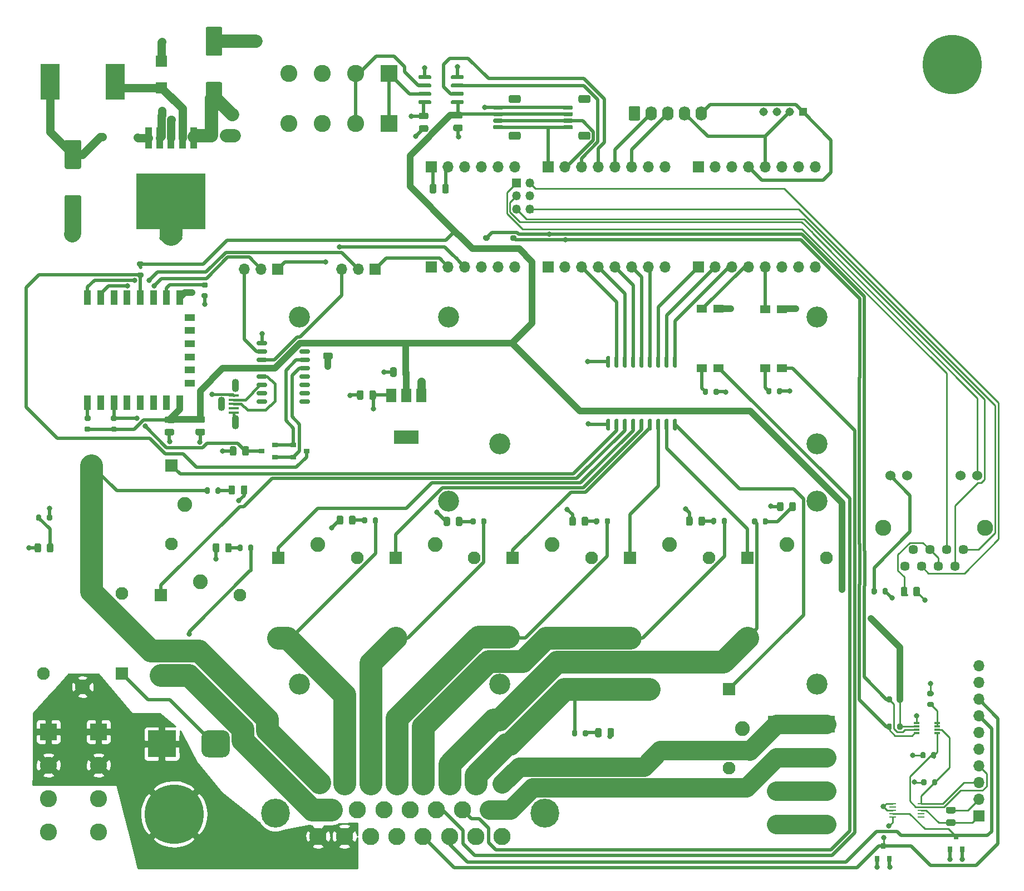
<source format=gbr>
%TF.GenerationSoftware,KiCad,Pcbnew,(5.1.10)-1*%
%TF.CreationDate,2022-12-31T06:25:54-06:00*%
%TF.ProjectId,RC11,52433131-2e6b-4696-9361-645f70636258,rev?*%
%TF.SameCoordinates,Original*%
%TF.FileFunction,Copper,L1,Top*%
%TF.FilePolarity,Positive*%
%FSLAX46Y46*%
G04 Gerber Fmt 4.6, Leading zero omitted, Abs format (unit mm)*
G04 Created by KiCad (PCBNEW (5.1.10)-1) date 2022-12-31 06:25:54*
%MOMM*%
%LPD*%
G01*
G04 APERTURE LIST*
%TA.AperFunction,ComponentPad*%
%ADD10C,2.445000*%
%TD*%
%TA.AperFunction,ComponentPad*%
%ADD11C,1.530000*%
%TD*%
%TA.AperFunction,ComponentPad*%
%ADD12C,1.446000*%
%TD*%
%TA.AperFunction,ComponentPad*%
%ADD13C,3.200000*%
%TD*%
%TA.AperFunction,ComponentPad*%
%ADD14C,2.600000*%
%TD*%
%TA.AperFunction,ComponentPad*%
%ADD15R,2.600000X2.600000*%
%TD*%
%TA.AperFunction,SMDPad,CuDef*%
%ADD16R,1.000000X2.200000*%
%TD*%
%TA.AperFunction,SMDPad,CuDef*%
%ADD17R,1.500000X1.000000*%
%TD*%
%TA.AperFunction,ComponentPad*%
%ADD18C,1.950000*%
%TD*%
%TA.AperFunction,ComponentPad*%
%ADD19C,2.250000*%
%TD*%
%TA.AperFunction,ComponentPad*%
%ADD20R,1.950000X1.950000*%
%TD*%
%TA.AperFunction,ComponentPad*%
%ADD21O,1.100000X2.200000*%
%TD*%
%TA.AperFunction,ComponentPad*%
%ADD22O,1.100000X2.000000*%
%TD*%
%TA.AperFunction,SMDPad,CuDef*%
%ADD23R,1.500000X0.450000*%
%TD*%
%TA.AperFunction,SMDPad,CuDef*%
%ADD24R,1.100000X0.250000*%
%TD*%
%TA.AperFunction,ComponentPad*%
%ADD25O,1.740000X2.190000*%
%TD*%
%TA.AperFunction,SMDPad,CuDef*%
%ADD26R,0.850000X0.300000*%
%TD*%
%TA.AperFunction,SMDPad,CuDef*%
%ADD27R,0.800000X0.900000*%
%TD*%
%TA.AperFunction,ComponentPad*%
%ADD28O,1.700000X1.700000*%
%TD*%
%TA.AperFunction,ComponentPad*%
%ADD29R,1.700000X1.700000*%
%TD*%
%TA.AperFunction,SMDPad,CuDef*%
%ADD30R,0.900000X0.800000*%
%TD*%
%TA.AperFunction,ComponentPad*%
%ADD31C,9.000000*%
%TD*%
%TA.AperFunction,SMDPad,CuDef*%
%ADD32R,4.300000X4.100000*%
%TD*%
%TA.AperFunction,ComponentPad*%
%ADD33C,1.308000*%
%TD*%
%TA.AperFunction,ComponentPad*%
%ADD34R,1.308000X1.308000*%
%TD*%
%TA.AperFunction,SMDPad,CuDef*%
%ADD35R,1.500000X1.300000*%
%TD*%
%TA.AperFunction,ComponentPad*%
%ADD36O,1.350000X1.350000*%
%TD*%
%TA.AperFunction,ComponentPad*%
%ADD37R,1.350000X1.350000*%
%TD*%
%TA.AperFunction,SMDPad,CuDef*%
%ADD38R,2.900000X5.400000*%
%TD*%
%TA.AperFunction,SMDPad,CuDef*%
%ADD39R,10.530000X8.460000*%
%TD*%
%TA.AperFunction,SMDPad,CuDef*%
%ADD40R,1.050000X3.210000*%
%TD*%
%TA.AperFunction,SMDPad,CuDef*%
%ADD41R,1.500000X2.000000*%
%TD*%
%TA.AperFunction,SMDPad,CuDef*%
%ADD42R,3.800000X2.000000*%
%TD*%
%TA.AperFunction,SMDPad,CuDef*%
%ADD43R,1.800000X1.800000*%
%TD*%
%TA.AperFunction,ComponentPad*%
%ADD44C,4.395000*%
%TD*%
%TA.AperFunction,ComponentPad*%
%ADD45C,2.625000*%
%TD*%
%TA.AperFunction,ViaPad*%
%ADD46C,0.800000*%
%TD*%
%TA.AperFunction,Conductor*%
%ADD47C,1.270000*%
%TD*%
%TA.AperFunction,Conductor*%
%ADD48C,1.016000*%
%TD*%
%TA.AperFunction,Conductor*%
%ADD49C,2.032000*%
%TD*%
%TA.AperFunction,Conductor*%
%ADD50C,0.508000*%
%TD*%
%TA.AperFunction,Conductor*%
%ADD51C,0.254000*%
%TD*%
%TA.AperFunction,Conductor*%
%ADD52C,3.500000*%
%TD*%
%TA.AperFunction,Conductor*%
%ADD53C,0.381000*%
%TD*%
%TA.AperFunction,Conductor*%
%ADD54C,2.540000*%
%TD*%
%TA.AperFunction,Conductor*%
%ADD55C,3.000000*%
%TD*%
%TA.AperFunction,Conductor*%
%ADD56C,0.100000*%
%TD*%
G04 APERTURE END LIST*
%TO.P,R23,2*%
%TO.N,Net-(D13-Pad2)*%
%TA.AperFunction,SMDPad,CuDef*%
G36*
G01*
X27896000Y-105719200D02*
X27896000Y-106269200D01*
G75*
G02*
X27696000Y-106469200I-200000J0D01*
G01*
X27296000Y-106469200D01*
G75*
G02*
X27096000Y-106269200I0J200000D01*
G01*
X27096000Y-105719200D01*
G75*
G02*
X27296000Y-105519200I200000J0D01*
G01*
X27696000Y-105519200D01*
G75*
G02*
X27896000Y-105719200I0J-200000D01*
G01*
G37*
%TD.AperFunction*%
%TO.P,R23,1*%
%TO.N,+12V*%
%TA.AperFunction,SMDPad,CuDef*%
G36*
G01*
X29546000Y-105719200D02*
X29546000Y-106269200D01*
G75*
G02*
X29346000Y-106469200I-200000J0D01*
G01*
X28946000Y-106469200D01*
G75*
G02*
X28746000Y-106269200I0J200000D01*
G01*
X28746000Y-105719200D01*
G75*
G02*
X28946000Y-105519200I200000J0D01*
G01*
X29346000Y-105519200D01*
G75*
G02*
X29546000Y-105719200I0J-200000D01*
G01*
G37*
%TD.AperFunction*%
%TD*%
%TO.P,D13,2*%
%TO.N,Net-(D13-Pad2)*%
%TA.AperFunction,SMDPad,CuDef*%
G36*
G01*
X28747900Y-111047850D02*
X28747900Y-110135350D01*
G75*
G02*
X28991650Y-109891600I243750J0D01*
G01*
X29479150Y-109891600D01*
G75*
G02*
X29722900Y-110135350I0J-243750D01*
G01*
X29722900Y-111047850D01*
G75*
G02*
X29479150Y-111291600I-243750J0D01*
G01*
X28991650Y-111291600D01*
G75*
G02*
X28747900Y-111047850I0J243750D01*
G01*
G37*
%TD.AperFunction*%
%TO.P,D13,1*%
%TO.N,GND*%
%TA.AperFunction,SMDPad,CuDef*%
G36*
G01*
X26872900Y-111047850D02*
X26872900Y-110135350D01*
G75*
G02*
X27116650Y-109891600I243750J0D01*
G01*
X27604150Y-109891600D01*
G75*
G02*
X27847900Y-110135350I0J-243750D01*
G01*
X27847900Y-111047850D01*
G75*
G02*
X27604150Y-111291600I-243750J0D01*
G01*
X27116650Y-111291600D01*
G75*
G02*
X26872900Y-111047850I0J243750D01*
G01*
G37*
%TD.AperFunction*%
%TD*%
D10*
%TO.P,J12,MH2*%
%TO.N,GND*%
X155958000Y-107560800D03*
%TO.P,J12,MH1*%
X171448000Y-107560800D03*
D11*
%TO.P,J12,12*%
%TO.N,Net-(J12-Pad12)*%
X157078000Y-99610800D03*
%TO.P,J12,11*%
%TO.N,GND*%
X159618000Y-99610800D03*
%TO.P,J12,10*%
X167788000Y-99610800D03*
%TO.P,J12,9*%
%TO.N,Net-(J11-Pad3)*%
X170328000Y-99610800D03*
D12*
%TO.P,J12,8*%
%TO.N,GND*%
X159258000Y-113400800D03*
%TO.P,J12,7*%
%TO.N,Net-(J12-Pad7)*%
X160528000Y-110860800D03*
%TO.P,J12,6*%
%TO.N,Net-(J11-Pad2)*%
X161798000Y-113400800D03*
%TO.P,J12,5*%
%TO.N,Net-(C8-Pad1)*%
X163068000Y-110860800D03*
%TO.P,J12,4*%
X164338000Y-113400800D03*
%TO.P,J12,3*%
%TO.N,Net-(J11-Pad1)*%
X165608000Y-110860800D03*
%TO.P,J12,2*%
%TO.N,Net-(J11-Pad5)*%
X166878000Y-113400800D03*
%TO.P,J12,1*%
%TO.N,Net-(J11-Pad6)*%
X168148000Y-110860800D03*
%TD*%
D13*
%TO.P,REF\u002A\u002A,8*%
%TO.N,N/C*%
X145887800Y-103485600D03*
X89887800Y-103485600D03*
X89887800Y-75485600D03*
X145887800Y-75485600D03*
X145887800Y-131365600D03*
X67147800Y-131365600D03*
X67147800Y-75485600D03*
X145887800Y-94785600D03*
X97627800Y-94785600D03*
X97627800Y-131365600D03*
%TD*%
D14*
%TO.P,KF3,4*%
%TO.N,GND*%
X65557400Y-46000800D03*
X65557400Y-38380800D03*
%TO.P,KF3,3*%
%TO.N,+5V*%
X70637400Y-46000800D03*
X70637400Y-38380800D03*
%TO.P,KF3,2*%
%TO.N,Net-(KF3-Pad2)*%
X75717400Y-46000800D03*
X75717400Y-38380800D03*
D15*
%TO.P,KF3,1*%
%TO.N,Net-(KF3-Pad1)*%
X80797400Y-46000800D03*
X80797400Y-38380800D03*
%TD*%
%TO.P,J2,MP*%
%TO.N,N/C*%
%TA.AperFunction,SMDPad,CuDef*%
G36*
G01*
X109871599Y-47259600D02*
X111171601Y-47259600D01*
G75*
G02*
X111421600Y-47509599I0J-249999D01*
G01*
X111421600Y-48209601D01*
G75*
G02*
X111171601Y-48459600I-249999J0D01*
G01*
X109871599Y-48459600D01*
G75*
G02*
X109621600Y-48209601I0J249999D01*
G01*
X109621600Y-47509599D01*
G75*
G02*
X109871599Y-47259600I249999J0D01*
G01*
G37*
%TD.AperFunction*%
%TA.AperFunction,SMDPad,CuDef*%
G36*
G01*
X109871599Y-41659600D02*
X111171601Y-41659600D01*
G75*
G02*
X111421600Y-41909599I0J-249999D01*
G01*
X111421600Y-42609601D01*
G75*
G02*
X111171601Y-42859600I-249999J0D01*
G01*
X109871599Y-42859600D01*
G75*
G02*
X109621600Y-42609601I0J249999D01*
G01*
X109621600Y-41909599D01*
G75*
G02*
X109871599Y-41659600I249999J0D01*
G01*
G37*
%TD.AperFunction*%
%TO.P,J2,4*%
%TO.N,SCL_Teensy*%
%TA.AperFunction,SMDPad,CuDef*%
G36*
G01*
X107371600Y-46259600D02*
X108621600Y-46259600D01*
G75*
G02*
X108771600Y-46409600I0J-150000D01*
G01*
X108771600Y-46709600D01*
G75*
G02*
X108621600Y-46859600I-150000J0D01*
G01*
X107371600Y-46859600D01*
G75*
G02*
X107221600Y-46709600I0J150000D01*
G01*
X107221600Y-46409600D01*
G75*
G02*
X107371600Y-46259600I150000J0D01*
G01*
G37*
%TD.AperFunction*%
%TO.P,J2,3*%
%TO.N,SDA_Teensy*%
%TA.AperFunction,SMDPad,CuDef*%
G36*
G01*
X107371600Y-45259600D02*
X108621600Y-45259600D01*
G75*
G02*
X108771600Y-45409600I0J-150000D01*
G01*
X108771600Y-45709600D01*
G75*
G02*
X108621600Y-45859600I-150000J0D01*
G01*
X107371600Y-45859600D01*
G75*
G02*
X107221600Y-45709600I0J150000D01*
G01*
X107221600Y-45409600D01*
G75*
G02*
X107371600Y-45259600I150000J0D01*
G01*
G37*
%TD.AperFunction*%
%TO.P,J2,2*%
%TO.N,+3V3*%
%TA.AperFunction,SMDPad,CuDef*%
G36*
G01*
X107371600Y-44259600D02*
X108621600Y-44259600D01*
G75*
G02*
X108771600Y-44409600I0J-150000D01*
G01*
X108771600Y-44709600D01*
G75*
G02*
X108621600Y-44859600I-150000J0D01*
G01*
X107371600Y-44859600D01*
G75*
G02*
X107221600Y-44709600I0J150000D01*
G01*
X107221600Y-44409600D01*
G75*
G02*
X107371600Y-44259600I150000J0D01*
G01*
G37*
%TD.AperFunction*%
%TO.P,J2,1*%
%TO.N,GND*%
%TA.AperFunction,SMDPad,CuDef*%
G36*
G01*
X107371600Y-43259600D02*
X108621600Y-43259600D01*
G75*
G02*
X108771600Y-43409600I0J-150000D01*
G01*
X108771600Y-43709600D01*
G75*
G02*
X108621600Y-43859600I-150000J0D01*
G01*
X107371600Y-43859600D01*
G75*
G02*
X107221600Y-43709600I0J150000D01*
G01*
X107221600Y-43409600D01*
G75*
G02*
X107371600Y-43259600I150000J0D01*
G01*
G37*
%TD.AperFunction*%
%TD*%
%TO.P,J3,MP*%
%TO.N,N/C*%
%TA.AperFunction,SMDPad,CuDef*%
G36*
G01*
X99269599Y-47259600D02*
X100569601Y-47259600D01*
G75*
G02*
X100819600Y-47509599I0J-249999D01*
G01*
X100819600Y-48209601D01*
G75*
G02*
X100569601Y-48459600I-249999J0D01*
G01*
X99269599Y-48459600D01*
G75*
G02*
X99019600Y-48209601I0J249999D01*
G01*
X99019600Y-47509599D01*
G75*
G02*
X99269599Y-47259600I249999J0D01*
G01*
G37*
%TD.AperFunction*%
%TA.AperFunction,SMDPad,CuDef*%
G36*
G01*
X99269599Y-41659600D02*
X100569601Y-41659600D01*
G75*
G02*
X100819600Y-41909599I0J-249999D01*
G01*
X100819600Y-42609601D01*
G75*
G02*
X100569601Y-42859600I-249999J0D01*
G01*
X99269599Y-42859600D01*
G75*
G02*
X99019600Y-42609601I0J249999D01*
G01*
X99019600Y-41909599D01*
G75*
G02*
X99269599Y-41659600I249999J0D01*
G01*
G37*
%TD.AperFunction*%
%TO.P,J3,4*%
%TO.N,SCL_Teensy*%
%TA.AperFunction,SMDPad,CuDef*%
G36*
G01*
X96769600Y-46259600D02*
X98019600Y-46259600D01*
G75*
G02*
X98169600Y-46409600I0J-150000D01*
G01*
X98169600Y-46709600D01*
G75*
G02*
X98019600Y-46859600I-150000J0D01*
G01*
X96769600Y-46859600D01*
G75*
G02*
X96619600Y-46709600I0J150000D01*
G01*
X96619600Y-46409600D01*
G75*
G02*
X96769600Y-46259600I150000J0D01*
G01*
G37*
%TD.AperFunction*%
%TO.P,J3,3*%
%TO.N,SDA_Teensy*%
%TA.AperFunction,SMDPad,CuDef*%
G36*
G01*
X96769600Y-45259600D02*
X98019600Y-45259600D01*
G75*
G02*
X98169600Y-45409600I0J-150000D01*
G01*
X98169600Y-45709600D01*
G75*
G02*
X98019600Y-45859600I-150000J0D01*
G01*
X96769600Y-45859600D01*
G75*
G02*
X96619600Y-45709600I0J150000D01*
G01*
X96619600Y-45409600D01*
G75*
G02*
X96769600Y-45259600I150000J0D01*
G01*
G37*
%TD.AperFunction*%
%TO.P,J3,2*%
%TO.N,+3V3*%
%TA.AperFunction,SMDPad,CuDef*%
G36*
G01*
X96769600Y-44259600D02*
X98019600Y-44259600D01*
G75*
G02*
X98169600Y-44409600I0J-150000D01*
G01*
X98169600Y-44709600D01*
G75*
G02*
X98019600Y-44859600I-150000J0D01*
G01*
X96769600Y-44859600D01*
G75*
G02*
X96619600Y-44709600I0J150000D01*
G01*
X96619600Y-44409600D01*
G75*
G02*
X96769600Y-44259600I150000J0D01*
G01*
G37*
%TD.AperFunction*%
%TO.P,J3,1*%
%TO.N,GND*%
%TA.AperFunction,SMDPad,CuDef*%
G36*
G01*
X96769600Y-43259600D02*
X98019600Y-43259600D01*
G75*
G02*
X98169600Y-43409600I0J-150000D01*
G01*
X98169600Y-43709600D01*
G75*
G02*
X98019600Y-43859600I-150000J0D01*
G01*
X96769600Y-43859600D01*
G75*
G02*
X96619600Y-43709600I0J150000D01*
G01*
X96619600Y-43409600D01*
G75*
G02*
X96769600Y-43259600I150000J0D01*
G01*
G37*
%TD.AperFunction*%
%TD*%
%TO.P,C17,2*%
%TO.N,GND*%
%TA.AperFunction,SMDPad,CuDef*%
G36*
G01*
X85580200Y-46246200D02*
X86530200Y-46246200D01*
G75*
G02*
X86780200Y-46496200I0J-250000D01*
G01*
X86780200Y-46996200D01*
G75*
G02*
X86530200Y-47246200I-250000J0D01*
G01*
X85580200Y-47246200D01*
G75*
G02*
X85330200Y-46996200I0J250000D01*
G01*
X85330200Y-46496200D01*
G75*
G02*
X85580200Y-46246200I250000J0D01*
G01*
G37*
%TD.AperFunction*%
%TO.P,C17,1*%
%TO.N,+5V*%
%TA.AperFunction,SMDPad,CuDef*%
G36*
G01*
X85580200Y-44346200D02*
X86530200Y-44346200D01*
G75*
G02*
X86780200Y-44596200I0J-250000D01*
G01*
X86780200Y-45096200D01*
G75*
G02*
X86530200Y-45346200I-250000J0D01*
G01*
X85580200Y-45346200D01*
G75*
G02*
X85330200Y-45096200I0J250000D01*
G01*
X85330200Y-44596200D01*
G75*
G02*
X85580200Y-44346200I250000J0D01*
G01*
G37*
%TD.AperFunction*%
%TD*%
%TO.P,C16,2*%
%TO.N,+3V3*%
%TA.AperFunction,SMDPad,CuDef*%
G36*
G01*
X91762600Y-45244600D02*
X90812600Y-45244600D01*
G75*
G02*
X90562600Y-44994600I0J250000D01*
G01*
X90562600Y-44494600D01*
G75*
G02*
X90812600Y-44244600I250000J0D01*
G01*
X91762600Y-44244600D01*
G75*
G02*
X92012600Y-44494600I0J-250000D01*
G01*
X92012600Y-44994600D01*
G75*
G02*
X91762600Y-45244600I-250000J0D01*
G01*
G37*
%TD.AperFunction*%
%TO.P,C16,1*%
%TO.N,GND*%
%TA.AperFunction,SMDPad,CuDef*%
G36*
G01*
X91762600Y-47144600D02*
X90812600Y-47144600D01*
G75*
G02*
X90562600Y-46894600I0J250000D01*
G01*
X90562600Y-46394600D01*
G75*
G02*
X90812600Y-46144600I250000J0D01*
G01*
X91762600Y-46144600D01*
G75*
G02*
X92012600Y-46394600I0J-250000D01*
G01*
X92012600Y-46894600D01*
G75*
G02*
X91762600Y-47144600I-250000J0D01*
G01*
G37*
%TD.AperFunction*%
%TD*%
%TO.P,U9,8*%
%TO.N,+5V*%
%TA.AperFunction,SMDPad,CuDef*%
G36*
G01*
X87222200Y-42598200D02*
X87222200Y-42898200D01*
G75*
G02*
X87072200Y-43048200I-150000J0D01*
G01*
X85422200Y-43048200D01*
G75*
G02*
X85272200Y-42898200I0J150000D01*
G01*
X85272200Y-42598200D01*
G75*
G02*
X85422200Y-42448200I150000J0D01*
G01*
X87072200Y-42448200D01*
G75*
G02*
X87222200Y-42598200I0J-150000D01*
G01*
G37*
%TD.AperFunction*%
%TO.P,U9,7*%
%TO.N,Net-(KF3-Pad1)*%
%TA.AperFunction,SMDPad,CuDef*%
G36*
G01*
X87222200Y-41328200D02*
X87222200Y-41628200D01*
G75*
G02*
X87072200Y-41778200I-150000J0D01*
G01*
X85422200Y-41778200D01*
G75*
G02*
X85272200Y-41628200I0J150000D01*
G01*
X85272200Y-41328200D01*
G75*
G02*
X85422200Y-41178200I150000J0D01*
G01*
X87072200Y-41178200D01*
G75*
G02*
X87222200Y-41328200I0J-150000D01*
G01*
G37*
%TD.AperFunction*%
%TO.P,U9,6*%
%TO.N,Net-(KF3-Pad2)*%
%TA.AperFunction,SMDPad,CuDef*%
G36*
G01*
X87222200Y-40058200D02*
X87222200Y-40358200D01*
G75*
G02*
X87072200Y-40508200I-150000J0D01*
G01*
X85422200Y-40508200D01*
G75*
G02*
X85272200Y-40358200I0J150000D01*
G01*
X85272200Y-40058200D01*
G75*
G02*
X85422200Y-39908200I150000J0D01*
G01*
X87072200Y-39908200D01*
G75*
G02*
X87222200Y-40058200I0J-150000D01*
G01*
G37*
%TD.AperFunction*%
%TO.P,U9,5*%
%TO.N,GND*%
%TA.AperFunction,SMDPad,CuDef*%
G36*
G01*
X87222200Y-38788200D02*
X87222200Y-39088200D01*
G75*
G02*
X87072200Y-39238200I-150000J0D01*
G01*
X85422200Y-39238200D01*
G75*
G02*
X85272200Y-39088200I0J150000D01*
G01*
X85272200Y-38788200D01*
G75*
G02*
X85422200Y-38638200I150000J0D01*
G01*
X87072200Y-38638200D01*
G75*
G02*
X87222200Y-38788200I0J-150000D01*
G01*
G37*
%TD.AperFunction*%
%TO.P,U9,4*%
%TA.AperFunction,SMDPad,CuDef*%
G36*
G01*
X92172200Y-38788200D02*
X92172200Y-39088200D01*
G75*
G02*
X92022200Y-39238200I-150000J0D01*
G01*
X90372200Y-39238200D01*
G75*
G02*
X90222200Y-39088200I0J150000D01*
G01*
X90222200Y-38788200D01*
G75*
G02*
X90372200Y-38638200I150000J0D01*
G01*
X92022200Y-38638200D01*
G75*
G02*
X92172200Y-38788200I0J-150000D01*
G01*
G37*
%TD.AperFunction*%
%TO.P,U9,3*%
%TO.N,TX4*%
%TA.AperFunction,SMDPad,CuDef*%
G36*
G01*
X92172200Y-40058200D02*
X92172200Y-40358200D01*
G75*
G02*
X92022200Y-40508200I-150000J0D01*
G01*
X90372200Y-40508200D01*
G75*
G02*
X90222200Y-40358200I0J150000D01*
G01*
X90222200Y-40058200D01*
G75*
G02*
X90372200Y-39908200I150000J0D01*
G01*
X92022200Y-39908200D01*
G75*
G02*
X92172200Y-40058200I0J-150000D01*
G01*
G37*
%TD.AperFunction*%
%TO.P,U9,2*%
%TO.N,RX4*%
%TA.AperFunction,SMDPad,CuDef*%
G36*
G01*
X92172200Y-41328200D02*
X92172200Y-41628200D01*
G75*
G02*
X92022200Y-41778200I-150000J0D01*
G01*
X90372200Y-41778200D01*
G75*
G02*
X90222200Y-41628200I0J150000D01*
G01*
X90222200Y-41328200D01*
G75*
G02*
X90372200Y-41178200I150000J0D01*
G01*
X92022200Y-41178200D01*
G75*
G02*
X92172200Y-41328200I0J-150000D01*
G01*
G37*
%TD.AperFunction*%
%TO.P,U9,1*%
%TO.N,+3V3*%
%TA.AperFunction,SMDPad,CuDef*%
G36*
G01*
X92172200Y-42598200D02*
X92172200Y-42898200D01*
G75*
G02*
X92022200Y-43048200I-150000J0D01*
G01*
X90372200Y-43048200D01*
G75*
G02*
X90222200Y-42898200I0J150000D01*
G01*
X90222200Y-42598200D01*
G75*
G02*
X90372200Y-42448200I150000J0D01*
G01*
X92022200Y-42448200D01*
G75*
G02*
X92172200Y-42598200I0J-150000D01*
G01*
G37*
%TD.AperFunction*%
%TD*%
D16*
%TO.P,U4,22*%
%TO.N,TX_ESP*%
X34944400Y-72519000D03*
%TO.P,U4,21*%
%TO.N,RX_ESP*%
X36944400Y-72519000D03*
%TO.P,U4,20*%
%TO.N,Net-(U4-Pad20)*%
X38944400Y-72519000D03*
%TO.P,U4,19*%
%TO.N,Net-(U4-Pad19)*%
X40944400Y-72519000D03*
%TO.P,U4,18*%
%TO.N,IO0*%
X42944400Y-72519000D03*
%TO.P,U4,17*%
%TO.N,Net-(U4-Pad17)*%
X44944400Y-72519000D03*
%TO.P,U4,16*%
%TO.N,Net-(R17-Pad2)*%
X46944400Y-72519000D03*
%TO.P,U4,15*%
%TO.N,GND*%
X48944400Y-72519000D03*
%TO.P,U4,1*%
%TO.N,Net-(R14-Pad1)*%
X34944400Y-88519000D03*
%TO.P,U4,2*%
%TO.N,Net-(U4-Pad2)*%
X36944400Y-88519000D03*
%TO.P,U4,3*%
%TO.N,EN*%
X38944400Y-88519000D03*
%TO.P,U4,4*%
%TO.N,Net-(U4-Pad4)*%
X40944400Y-88519000D03*
%TO.P,U4,5*%
%TO.N,Net-(U4-Pad5)*%
X42944400Y-88519000D03*
%TO.P,U4,6*%
%TO.N,Net-(U4-Pad6)*%
X44944400Y-88519000D03*
%TO.P,U4,7*%
%TO.N,Net-(U4-Pad7)*%
X46944400Y-88519000D03*
%TO.P,U4,8*%
%TO.N,+3V3*%
X48944400Y-88519000D03*
D17*
%TO.P,U4,9*%
%TO.N,Net-(U4-Pad9)*%
X50444400Y-85519000D03*
%TO.P,U4,10*%
%TO.N,Net-(U4-Pad10)*%
X50444400Y-83519000D03*
%TO.P,U4,11*%
%TO.N,Net-(U4-Pad11)*%
X50444400Y-81519000D03*
%TO.P,U4,14*%
%TO.N,Net-(U4-Pad14)*%
X50444400Y-75519000D03*
%TO.P,U4,13*%
%TO.N,Net-(U4-Pad13)*%
X50444400Y-77519000D03*
%TO.P,U4,12*%
%TO.N,Net-(U4-Pad12)*%
X50444400Y-79519000D03*
%TD*%
D18*
%TO.P,RLY9,4*%
%TO.N,+12V*%
X40182800Y-117553400D03*
%TO.P,RLY9,3*%
%TO.N,GND*%
X28182800Y-129753400D03*
D19*
%TO.P,RLY9,2*%
%TO.N,12V_In*%
X34182800Y-131753400D03*
D20*
%TO.P,RLY9,1*%
%TO.N,Net-(D1-Pad1)*%
X40182800Y-129753400D03*
%TD*%
D21*
%TO.P,J9,S3*%
%TO.N,GND*%
X55279400Y-88671400D03*
%TO.P,J9,S2*%
X57429400Y-91471400D03*
D22*
%TO.P,J9,S1*%
X57429400Y-85871400D03*
D23*
%TO.P,J9,5*%
X57179400Y-89971400D03*
%TO.P,J9,4*%
%TO.N,Net-(J9-Pad4)*%
X57179400Y-89321400D03*
%TO.P,J9,3*%
%TO.N,Net-(J9-Pad3)*%
X57179400Y-88671400D03*
%TO.P,J9,2*%
%TO.N,Net-(J9-Pad2)*%
X57179400Y-88021400D03*
%TO.P,J9,1*%
%TO.N,+5V*%
X57179400Y-87371400D03*
%TD*%
D24*
%TO.P,U6,10*%
%TO.N,Net-(IC3-Pad6)*%
X161712800Y-149530600D03*
%TO.P,U6,9*%
%TO.N,Net-(IC3-Pad5)*%
X161712800Y-150030600D03*
%TO.P,U6,8*%
%TO.N,+5V*%
X161712800Y-150530600D03*
%TO.P,U6,7*%
%TO.N,Net-(U6-Pad7)*%
X161712800Y-151030600D03*
%TO.P,U6,6*%
%TO.N,Net-(U6-Pad6)*%
X161712800Y-151530600D03*
%TO.P,U6,5*%
%TO.N,AIN1*%
X157412800Y-151530600D03*
%TO.P,U6,4*%
%TO.N,AIN0*%
X157412800Y-151030600D03*
%TO.P,U6,3*%
%TO.N,GND*%
X157412800Y-150530600D03*
%TO.P,U6,2*%
%TO.N,Net-(U6-Pad2)*%
X157412800Y-150030600D03*
%TO.P,U6,1*%
%TO.N,GND*%
X157412800Y-149530600D03*
%TD*%
%TO.P,C11,2*%
%TO.N,GND*%
%TA.AperFunction,SMDPad,CuDef*%
G36*
G01*
X166743400Y-151020400D02*
X165793400Y-151020400D01*
G75*
G02*
X165543400Y-150770400I0J250000D01*
G01*
X165543400Y-150270400D01*
G75*
G02*
X165793400Y-150020400I250000J0D01*
G01*
X166743400Y-150020400D01*
G75*
G02*
X166993400Y-150270400I0J-250000D01*
G01*
X166993400Y-150770400D01*
G75*
G02*
X166743400Y-151020400I-250000J0D01*
G01*
G37*
%TD.AperFunction*%
%TO.P,C11,1*%
%TO.N,+5V*%
%TA.AperFunction,SMDPad,CuDef*%
G36*
G01*
X166743400Y-152920400D02*
X165793400Y-152920400D01*
G75*
G02*
X165543400Y-152670400I0J250000D01*
G01*
X165543400Y-152170400D01*
G75*
G02*
X165793400Y-151920400I250000J0D01*
G01*
X166743400Y-151920400D01*
G75*
G02*
X166993400Y-152170400I0J-250000D01*
G01*
X166993400Y-152670400D01*
G75*
G02*
X166743400Y-152920400I-250000J0D01*
G01*
G37*
%TD.AperFunction*%
%TD*%
D14*
%TO.P,KF2,4*%
%TO.N,Net-(J8-Pad22)*%
X147321400Y-152689600D03*
X139701400Y-152689600D03*
%TO.P,KF2,3*%
%TO.N,Net-(J8-Pad23)*%
X147321400Y-147609600D03*
X139701400Y-147609600D03*
%TO.P,KF2,2*%
%TO.N,Net-(J8-Pad15)*%
X147321400Y-142529600D03*
X139701400Y-142529600D03*
D15*
%TO.P,KF2,1*%
%TO.N,Net-(J8-Pad8)*%
X147321400Y-137449600D03*
X139701400Y-137449600D03*
%TD*%
D14*
%TO.P,KF1,4*%
%TO.N,GND*%
X36602800Y-153832600D03*
X28982800Y-153832600D03*
%TO.P,KF1,3*%
X36602800Y-148752600D03*
X28982800Y-148752600D03*
%TO.P,KF1,2*%
%TO.N,12V_In*%
X36602800Y-143672600D03*
X28982800Y-143672600D03*
D15*
%TO.P,KF1,1*%
X36602800Y-138592600D03*
X28982800Y-138592600D03*
%TD*%
D25*
%TO.P,J13,5*%
%TO.N,IO37*%
X128295400Y-44439800D03*
%TO.P,J13,4*%
%TO.N,IO36*%
X125755400Y-44439800D03*
%TO.P,J13,3*%
%TO.N,IO14*%
X123215400Y-44439800D03*
%TO.P,J13,2*%
%TO.N,IO15*%
X120675400Y-44439800D03*
%TO.P,J13,1*%
%TO.N,GND*%
%TA.AperFunction,ComponentPad*%
G36*
G01*
X117265400Y-45284801D02*
X117265400Y-43594799D01*
G75*
G02*
X117515399Y-43344800I249999J0D01*
G01*
X118755401Y-43344800D01*
G75*
G02*
X119005400Y-43594799I0J-249999D01*
G01*
X119005400Y-45284801D01*
G75*
G02*
X118755401Y-45534800I-249999J0D01*
G01*
X117515399Y-45534800D01*
G75*
G02*
X117265400Y-45284801I0J249999D01*
G01*
G37*
%TD.AperFunction*%
%TD*%
D26*
%TO.P,IC3,1*%
%TO.N,GND*%
X161035800Y-137283800D03*
%TO.P,IC3,2*%
%TO.N,+3V3*%
X161035800Y-137783800D03*
%TO.P,IC3,3*%
%TO.N,SCL_Teensy*%
X161035800Y-138283800D03*
%TO.P,IC3,4*%
%TO.N,SDA_Teensy*%
X161035800Y-138783800D03*
%TO.P,IC3,5*%
%TO.N,Net-(IC3-Pad5)*%
X164185800Y-138783800D03*
%TO.P,IC3,6*%
%TO.N,Net-(IC3-Pad6)*%
X164185800Y-138283800D03*
%TO.P,IC3,7*%
%TO.N,Net-(IC3-Pad7)*%
X164185800Y-137783800D03*
%TO.P,IC3,8*%
X164185800Y-137283800D03*
%TD*%
D27*
%TO.P,D12,3*%
%TO.N,AIN1*%
X155981400Y-155931400D03*
%TO.P,D12,2*%
%TO.N,+5V*%
X156931400Y-157931400D03*
%TO.P,D12,1*%
%TO.N,GND*%
X155031400Y-157931400D03*
%TD*%
%TO.P,R22,2*%
%TO.N,SDA_Teensy*%
%TA.AperFunction,SMDPad,CuDef*%
G36*
G01*
X157283600Y-137530200D02*
X157283600Y-138080200D01*
G75*
G02*
X157083600Y-138280200I-200000J0D01*
G01*
X156683600Y-138280200D01*
G75*
G02*
X156483600Y-138080200I0J200000D01*
G01*
X156483600Y-137530200D01*
G75*
G02*
X156683600Y-137330200I200000J0D01*
G01*
X157083600Y-137330200D01*
G75*
G02*
X157283600Y-137530200I0J-200000D01*
G01*
G37*
%TD.AperFunction*%
%TO.P,R22,1*%
%TO.N,+3V3*%
%TA.AperFunction,SMDPad,CuDef*%
G36*
G01*
X158933600Y-137530200D02*
X158933600Y-138080200D01*
G75*
G02*
X158733600Y-138280200I-200000J0D01*
G01*
X158333600Y-138280200D01*
G75*
G02*
X158133600Y-138080200I0J200000D01*
G01*
X158133600Y-137530200D01*
G75*
G02*
X158333600Y-137330200I200000J0D01*
G01*
X158733600Y-137330200D01*
G75*
G02*
X158933600Y-137530200I0J-200000D01*
G01*
G37*
%TD.AperFunction*%
%TD*%
%TO.P,R21,2*%
%TO.N,SCL_Teensy*%
%TA.AperFunction,SMDPad,CuDef*%
G36*
G01*
X157309000Y-133390000D02*
X157309000Y-133940000D01*
G75*
G02*
X157109000Y-134140000I-200000J0D01*
G01*
X156709000Y-134140000D01*
G75*
G02*
X156509000Y-133940000I0J200000D01*
G01*
X156509000Y-133390000D01*
G75*
G02*
X156709000Y-133190000I200000J0D01*
G01*
X157109000Y-133190000D01*
G75*
G02*
X157309000Y-133390000I0J-200000D01*
G01*
G37*
%TD.AperFunction*%
%TO.P,R21,1*%
%TO.N,+3V3*%
%TA.AperFunction,SMDPad,CuDef*%
G36*
G01*
X158959000Y-133390000D02*
X158959000Y-133940000D01*
G75*
G02*
X158759000Y-134140000I-200000J0D01*
G01*
X158359000Y-134140000D01*
G75*
G02*
X158159000Y-133940000I0J200000D01*
G01*
X158159000Y-133390000D01*
G75*
G02*
X158359000Y-133190000I200000J0D01*
G01*
X158759000Y-133190000D01*
G75*
G02*
X158959000Y-133390000I0J-200000D01*
G01*
G37*
%TD.AperFunction*%
%TD*%
%TO.P,R20,2*%
%TO.N,Net-(IC3-Pad7)*%
%TA.AperFunction,SMDPad,CuDef*%
G36*
G01*
X162894600Y-134013800D02*
X163444600Y-134013800D01*
G75*
G02*
X163644600Y-134213800I0J-200000D01*
G01*
X163644600Y-134613800D01*
G75*
G02*
X163444600Y-134813800I-200000J0D01*
G01*
X162894600Y-134813800D01*
G75*
G02*
X162694600Y-134613800I0J200000D01*
G01*
X162694600Y-134213800D01*
G75*
G02*
X162894600Y-134013800I200000J0D01*
G01*
G37*
%TD.AperFunction*%
%TO.P,R20,1*%
%TO.N,+5V*%
%TA.AperFunction,SMDPad,CuDef*%
G36*
G01*
X162894600Y-132363800D02*
X163444600Y-132363800D01*
G75*
G02*
X163644600Y-132563800I0J-200000D01*
G01*
X163644600Y-132963800D01*
G75*
G02*
X163444600Y-133163800I-200000J0D01*
G01*
X162894600Y-133163800D01*
G75*
G02*
X162694600Y-132963800I0J200000D01*
G01*
X162694600Y-132563800D01*
G75*
G02*
X162894600Y-132363800I200000J0D01*
G01*
G37*
%TD.AperFunction*%
%TD*%
%TO.P,R19,2*%
%TO.N,Net-(IC3-Pad5)*%
%TA.AperFunction,SMDPad,CuDef*%
G36*
G01*
X163264400Y-142423600D02*
X163264400Y-141873600D01*
G75*
G02*
X163464400Y-141673600I200000J0D01*
G01*
X163864400Y-141673600D01*
G75*
G02*
X164064400Y-141873600I0J-200000D01*
G01*
X164064400Y-142423600D01*
G75*
G02*
X163864400Y-142623600I-200000J0D01*
G01*
X163464400Y-142623600D01*
G75*
G02*
X163264400Y-142423600I0J200000D01*
G01*
G37*
%TD.AperFunction*%
%TO.P,R19,1*%
%TO.N,+5V*%
%TA.AperFunction,SMDPad,CuDef*%
G36*
G01*
X161614400Y-142423600D02*
X161614400Y-141873600D01*
G75*
G02*
X161814400Y-141673600I200000J0D01*
G01*
X162214400Y-141673600D01*
G75*
G02*
X162414400Y-141873600I0J-200000D01*
G01*
X162414400Y-142423600D01*
G75*
G02*
X162214400Y-142623600I-200000J0D01*
G01*
X161814400Y-142623600D01*
G75*
G02*
X161614400Y-142423600I0J200000D01*
G01*
G37*
%TD.AperFunction*%
%TD*%
%TO.P,R18,2*%
%TO.N,Net-(IC3-Pad6)*%
%TA.AperFunction,SMDPad,CuDef*%
G36*
G01*
X163391400Y-146563800D02*
X163391400Y-146013800D01*
G75*
G02*
X163591400Y-145813800I200000J0D01*
G01*
X163991400Y-145813800D01*
G75*
G02*
X164191400Y-146013800I0J-200000D01*
G01*
X164191400Y-146563800D01*
G75*
G02*
X163991400Y-146763800I-200000J0D01*
G01*
X163591400Y-146763800D01*
G75*
G02*
X163391400Y-146563800I0J200000D01*
G01*
G37*
%TD.AperFunction*%
%TO.P,R18,1*%
%TO.N,+5V*%
%TA.AperFunction,SMDPad,CuDef*%
G36*
G01*
X161741400Y-146563800D02*
X161741400Y-146013800D01*
G75*
G02*
X161941400Y-145813800I200000J0D01*
G01*
X162341400Y-145813800D01*
G75*
G02*
X162541400Y-146013800I0J-200000D01*
G01*
X162541400Y-146563800D01*
G75*
G02*
X162341400Y-146763800I-200000J0D01*
G01*
X161941400Y-146763800D01*
G75*
G02*
X161741400Y-146563800I0J200000D01*
G01*
G37*
%TD.AperFunction*%
%TD*%
D28*
%TO.P,J19,10*%
%TO.N,Net-(J19-Pad10)*%
X170510200Y-128534200D03*
%TO.P,J19,9*%
%TO.N,Net-(J19-Pad9)*%
X170510200Y-131074200D03*
%TO.P,J19,8*%
%TO.N,AIN1*%
X170510200Y-133614200D03*
%TO.P,J19,7*%
%TO.N,AIN0*%
X170510200Y-136154200D03*
%TO.P,J19,6*%
%TO.N,Net-(J19-Pad6)*%
X170510200Y-138694200D03*
%TO.P,J19,5*%
%TO.N,+5V*%
X170510200Y-141234200D03*
%TO.P,J19,4*%
%TO.N,Net-(IC3-Pad5)*%
X170510200Y-143774200D03*
%TO.P,J19,3*%
%TO.N,Net-(IC3-Pad6)*%
X170510200Y-146314200D03*
%TO.P,J19,2*%
%TO.N,GND*%
X170510200Y-148854200D03*
D29*
%TO.P,J19,1*%
%TO.N,+5V*%
X170510200Y-151394200D03*
%TD*%
D27*
%TO.P,D11,3*%
%TO.N,AIN0*%
X167055800Y-154509000D03*
%TO.P,D11,2*%
%TO.N,+5V*%
X168005800Y-156509000D03*
%TO.P,D11,1*%
%TO.N,GND*%
X166105800Y-156509000D03*
%TD*%
D28*
%TO.P,J18,3*%
%TO.N,TX_CH340*%
X58801000Y-68158400D03*
%TO.P,J18,2*%
%TO.N,RX_ESP*%
X61341000Y-68158400D03*
D29*
%TO.P,J18,1*%
%TO.N,TX_Teensy*%
X63881000Y-68158400D03*
%TD*%
D28*
%TO.P,J10,3*%
%TO.N,RX_CH340*%
X73609200Y-68158400D03*
%TO.P,J10,2*%
%TO.N,TX_ESP*%
X76149200Y-68158400D03*
D29*
%TO.P,J10,1*%
%TO.N,RX_Teensy*%
X78689200Y-68158400D03*
%TD*%
%TO.P,U8,16*%
%TO.N,+3V3*%
%TA.AperFunction,SMDPad,CuDef*%
G36*
G01*
X67159000Y-79575800D02*
X67159000Y-79275800D01*
G75*
G02*
X67309000Y-79125800I150000J0D01*
G01*
X68609000Y-79125800D01*
G75*
G02*
X68759000Y-79275800I0J-150000D01*
G01*
X68759000Y-79575800D01*
G75*
G02*
X68609000Y-79725800I-150000J0D01*
G01*
X67309000Y-79725800D01*
G75*
G02*
X67159000Y-79575800I0J150000D01*
G01*
G37*
%TD.AperFunction*%
%TO.P,U8,15*%
%TO.N,Net-(U8-Pad15)*%
%TA.AperFunction,SMDPad,CuDef*%
G36*
G01*
X67159000Y-80845800D02*
X67159000Y-80545800D01*
G75*
G02*
X67309000Y-80395800I150000J0D01*
G01*
X68609000Y-80395800D01*
G75*
G02*
X68759000Y-80545800I0J-150000D01*
G01*
X68759000Y-80845800D01*
G75*
G02*
X68609000Y-80995800I-150000J0D01*
G01*
X67309000Y-80995800D01*
G75*
G02*
X67159000Y-80845800I0J150000D01*
G01*
G37*
%TD.AperFunction*%
%TO.P,U8,14*%
%TO.N,Net-(Q1-Pad2)*%
%TA.AperFunction,SMDPad,CuDef*%
G36*
G01*
X67159000Y-82115800D02*
X67159000Y-81815800D01*
G75*
G02*
X67309000Y-81665800I150000J0D01*
G01*
X68609000Y-81665800D01*
G75*
G02*
X68759000Y-81815800I0J-150000D01*
G01*
X68759000Y-82115800D01*
G75*
G02*
X68609000Y-82265800I-150000J0D01*
G01*
X67309000Y-82265800D01*
G75*
G02*
X67159000Y-82115800I0J150000D01*
G01*
G37*
%TD.AperFunction*%
%TO.P,U8,13*%
%TO.N,Net-(Q1-Pad1)*%
%TA.AperFunction,SMDPad,CuDef*%
G36*
G01*
X67159000Y-83385800D02*
X67159000Y-83085800D01*
G75*
G02*
X67309000Y-82935800I150000J0D01*
G01*
X68609000Y-82935800D01*
G75*
G02*
X68759000Y-83085800I0J-150000D01*
G01*
X68759000Y-83385800D01*
G75*
G02*
X68609000Y-83535800I-150000J0D01*
G01*
X67309000Y-83535800D01*
G75*
G02*
X67159000Y-83385800I0J150000D01*
G01*
G37*
%TD.AperFunction*%
%TO.P,U8,12*%
%TO.N,Net-(U8-Pad12)*%
%TA.AperFunction,SMDPad,CuDef*%
G36*
G01*
X67159000Y-84655800D02*
X67159000Y-84355800D01*
G75*
G02*
X67309000Y-84205800I150000J0D01*
G01*
X68609000Y-84205800D01*
G75*
G02*
X68759000Y-84355800I0J-150000D01*
G01*
X68759000Y-84655800D01*
G75*
G02*
X68609000Y-84805800I-150000J0D01*
G01*
X67309000Y-84805800D01*
G75*
G02*
X67159000Y-84655800I0J150000D01*
G01*
G37*
%TD.AperFunction*%
%TO.P,U8,11*%
%TO.N,Net-(U8-Pad11)*%
%TA.AperFunction,SMDPad,CuDef*%
G36*
G01*
X67159000Y-85925800D02*
X67159000Y-85625800D01*
G75*
G02*
X67309000Y-85475800I150000J0D01*
G01*
X68609000Y-85475800D01*
G75*
G02*
X68759000Y-85625800I0J-150000D01*
G01*
X68759000Y-85925800D01*
G75*
G02*
X68609000Y-86075800I-150000J0D01*
G01*
X67309000Y-86075800D01*
G75*
G02*
X67159000Y-85925800I0J150000D01*
G01*
G37*
%TD.AperFunction*%
%TO.P,U8,10*%
%TO.N,Net-(U8-Pad10)*%
%TA.AperFunction,SMDPad,CuDef*%
G36*
G01*
X67159000Y-87195800D02*
X67159000Y-86895800D01*
G75*
G02*
X67309000Y-86745800I150000J0D01*
G01*
X68609000Y-86745800D01*
G75*
G02*
X68759000Y-86895800I0J-150000D01*
G01*
X68759000Y-87195800D01*
G75*
G02*
X68609000Y-87345800I-150000J0D01*
G01*
X67309000Y-87345800D01*
G75*
G02*
X67159000Y-87195800I0J150000D01*
G01*
G37*
%TD.AperFunction*%
%TO.P,U8,9*%
%TO.N,Net-(U8-Pad9)*%
%TA.AperFunction,SMDPad,CuDef*%
G36*
G01*
X67159000Y-88465800D02*
X67159000Y-88165800D01*
G75*
G02*
X67309000Y-88015800I150000J0D01*
G01*
X68609000Y-88015800D01*
G75*
G02*
X68759000Y-88165800I0J-150000D01*
G01*
X68759000Y-88465800D01*
G75*
G02*
X68609000Y-88615800I-150000J0D01*
G01*
X67309000Y-88615800D01*
G75*
G02*
X67159000Y-88465800I0J150000D01*
G01*
G37*
%TD.AperFunction*%
%TO.P,U8,8*%
%TO.N,Net-(U8-Pad8)*%
%TA.AperFunction,SMDPad,CuDef*%
G36*
G01*
X60659000Y-88465800D02*
X60659000Y-88165800D01*
G75*
G02*
X60809000Y-88015800I150000J0D01*
G01*
X62109000Y-88015800D01*
G75*
G02*
X62259000Y-88165800I0J-150000D01*
G01*
X62259000Y-88465800D01*
G75*
G02*
X62109000Y-88615800I-150000J0D01*
G01*
X60809000Y-88615800D01*
G75*
G02*
X60659000Y-88465800I0J150000D01*
G01*
G37*
%TD.AperFunction*%
%TO.P,U8,7*%
%TO.N,Net-(U8-Pad7)*%
%TA.AperFunction,SMDPad,CuDef*%
G36*
G01*
X60659000Y-87195800D02*
X60659000Y-86895800D01*
G75*
G02*
X60809000Y-86745800I150000J0D01*
G01*
X62109000Y-86745800D01*
G75*
G02*
X62259000Y-86895800I0J-150000D01*
G01*
X62259000Y-87195800D01*
G75*
G02*
X62109000Y-87345800I-150000J0D01*
G01*
X60809000Y-87345800D01*
G75*
G02*
X60659000Y-87195800I0J150000D01*
G01*
G37*
%TD.AperFunction*%
%TO.P,U8,6*%
%TO.N,Net-(J9-Pad2)*%
%TA.AperFunction,SMDPad,CuDef*%
G36*
G01*
X60659000Y-85925800D02*
X60659000Y-85625800D01*
G75*
G02*
X60809000Y-85475800I150000J0D01*
G01*
X62109000Y-85475800D01*
G75*
G02*
X62259000Y-85625800I0J-150000D01*
G01*
X62259000Y-85925800D01*
G75*
G02*
X62109000Y-86075800I-150000J0D01*
G01*
X60809000Y-86075800D01*
G75*
G02*
X60659000Y-85925800I0J150000D01*
G01*
G37*
%TD.AperFunction*%
%TO.P,U8,5*%
%TO.N,Net-(J9-Pad3)*%
%TA.AperFunction,SMDPad,CuDef*%
G36*
G01*
X60659000Y-84655800D02*
X60659000Y-84355800D01*
G75*
G02*
X60809000Y-84205800I150000J0D01*
G01*
X62109000Y-84205800D01*
G75*
G02*
X62259000Y-84355800I0J-150000D01*
G01*
X62259000Y-84655800D01*
G75*
G02*
X62109000Y-84805800I-150000J0D01*
G01*
X60809000Y-84805800D01*
G75*
G02*
X60659000Y-84655800I0J150000D01*
G01*
G37*
%TD.AperFunction*%
%TO.P,U8,4*%
%TO.N,+3V3*%
%TA.AperFunction,SMDPad,CuDef*%
G36*
G01*
X60659000Y-83385800D02*
X60659000Y-83085800D01*
G75*
G02*
X60809000Y-82935800I150000J0D01*
G01*
X62109000Y-82935800D01*
G75*
G02*
X62259000Y-83085800I0J-150000D01*
G01*
X62259000Y-83385800D01*
G75*
G02*
X62109000Y-83535800I-150000J0D01*
G01*
X60809000Y-83535800D01*
G75*
G02*
X60659000Y-83385800I0J150000D01*
G01*
G37*
%TD.AperFunction*%
%TO.P,U8,3*%
%TO.N,RX_CH340*%
%TA.AperFunction,SMDPad,CuDef*%
G36*
G01*
X60659000Y-82115800D02*
X60659000Y-81815800D01*
G75*
G02*
X60809000Y-81665800I150000J0D01*
G01*
X62109000Y-81665800D01*
G75*
G02*
X62259000Y-81815800I0J-150000D01*
G01*
X62259000Y-82115800D01*
G75*
G02*
X62109000Y-82265800I-150000J0D01*
G01*
X60809000Y-82265800D01*
G75*
G02*
X60659000Y-82115800I0J150000D01*
G01*
G37*
%TD.AperFunction*%
%TO.P,U8,2*%
%TO.N,TX_CH340*%
%TA.AperFunction,SMDPad,CuDef*%
G36*
G01*
X60659000Y-80845800D02*
X60659000Y-80545800D01*
G75*
G02*
X60809000Y-80395800I150000J0D01*
G01*
X62109000Y-80395800D01*
G75*
G02*
X62259000Y-80545800I0J-150000D01*
G01*
X62259000Y-80845800D01*
G75*
G02*
X62109000Y-80995800I-150000J0D01*
G01*
X60809000Y-80995800D01*
G75*
G02*
X60659000Y-80845800I0J150000D01*
G01*
G37*
%TD.AperFunction*%
%TO.P,U8,1*%
%TO.N,GND*%
%TA.AperFunction,SMDPad,CuDef*%
G36*
G01*
X60659000Y-79575800D02*
X60659000Y-79275800D01*
G75*
G02*
X60809000Y-79125800I150000J0D01*
G01*
X62109000Y-79125800D01*
G75*
G02*
X62259000Y-79275800I0J-150000D01*
G01*
X62259000Y-79575800D01*
G75*
G02*
X62109000Y-79725800I-150000J0D01*
G01*
X60809000Y-79725800D01*
G75*
G02*
X60659000Y-79575800I0J150000D01*
G01*
G37*
%TD.AperFunction*%
%TD*%
%TO.P,R17,2*%
%TO.N,Net-(R17-Pad2)*%
%TA.AperFunction,SMDPad,CuDef*%
G36*
G01*
X53030800Y-70962200D02*
X52480800Y-70962200D01*
G75*
G02*
X52280800Y-70762200I0J200000D01*
G01*
X52280800Y-70362200D01*
G75*
G02*
X52480800Y-70162200I200000J0D01*
G01*
X53030800Y-70162200D01*
G75*
G02*
X53230800Y-70362200I0J-200000D01*
G01*
X53230800Y-70762200D01*
G75*
G02*
X53030800Y-70962200I-200000J0D01*
G01*
G37*
%TD.AperFunction*%
%TO.P,R17,1*%
%TO.N,GND*%
%TA.AperFunction,SMDPad,CuDef*%
G36*
G01*
X53030800Y-72612200D02*
X52480800Y-72612200D01*
G75*
G02*
X52280800Y-72412200I0J200000D01*
G01*
X52280800Y-72012200D01*
G75*
G02*
X52480800Y-71812200I200000J0D01*
G01*
X53030800Y-71812200D01*
G75*
G02*
X53230800Y-72012200I0J-200000D01*
G01*
X53230800Y-72412200D01*
G75*
G02*
X53030800Y-72612200I-200000J0D01*
G01*
G37*
%TD.AperFunction*%
%TD*%
%TO.P,R16,2*%
%TO.N,IO0*%
%TA.AperFunction,SMDPad,CuDef*%
G36*
G01*
X42676400Y-68649400D02*
X43226400Y-68649400D01*
G75*
G02*
X43426400Y-68849400I0J-200000D01*
G01*
X43426400Y-69249400D01*
G75*
G02*
X43226400Y-69449400I-200000J0D01*
G01*
X42676400Y-69449400D01*
G75*
G02*
X42476400Y-69249400I0J200000D01*
G01*
X42476400Y-68849400D01*
G75*
G02*
X42676400Y-68649400I200000J0D01*
G01*
G37*
%TD.AperFunction*%
%TO.P,R16,1*%
%TO.N,+3V3*%
%TA.AperFunction,SMDPad,CuDef*%
G36*
G01*
X42676400Y-66999400D02*
X43226400Y-66999400D01*
G75*
G02*
X43426400Y-67199400I0J-200000D01*
G01*
X43426400Y-67599400D01*
G75*
G02*
X43226400Y-67799400I-200000J0D01*
G01*
X42676400Y-67799400D01*
G75*
G02*
X42476400Y-67599400I0J200000D01*
G01*
X42476400Y-67199400D01*
G75*
G02*
X42676400Y-66999400I200000J0D01*
G01*
G37*
%TD.AperFunction*%
%TD*%
%TO.P,R15,2*%
%TO.N,+3V3*%
%TA.AperFunction,SMDPad,CuDef*%
G36*
G01*
X38663200Y-92119000D02*
X39213200Y-92119000D01*
G75*
G02*
X39413200Y-92319000I0J-200000D01*
G01*
X39413200Y-92719000D01*
G75*
G02*
X39213200Y-92919000I-200000J0D01*
G01*
X38663200Y-92919000D01*
G75*
G02*
X38463200Y-92719000I0J200000D01*
G01*
X38463200Y-92319000D01*
G75*
G02*
X38663200Y-92119000I200000J0D01*
G01*
G37*
%TD.AperFunction*%
%TO.P,R15,1*%
%TO.N,EN*%
%TA.AperFunction,SMDPad,CuDef*%
G36*
G01*
X38663200Y-90469000D02*
X39213200Y-90469000D01*
G75*
G02*
X39413200Y-90669000I0J-200000D01*
G01*
X39413200Y-91069000D01*
G75*
G02*
X39213200Y-91269000I-200000J0D01*
G01*
X38663200Y-91269000D01*
G75*
G02*
X38463200Y-91069000I0J200000D01*
G01*
X38463200Y-90669000D01*
G75*
G02*
X38663200Y-90469000I200000J0D01*
G01*
G37*
%TD.AperFunction*%
%TD*%
%TO.P,R14,2*%
%TO.N,+3V3*%
%TA.AperFunction,SMDPad,CuDef*%
G36*
G01*
X34650000Y-92119000D02*
X35200000Y-92119000D01*
G75*
G02*
X35400000Y-92319000I0J-200000D01*
G01*
X35400000Y-92719000D01*
G75*
G02*
X35200000Y-92919000I-200000J0D01*
G01*
X34650000Y-92919000D01*
G75*
G02*
X34450000Y-92719000I0J200000D01*
G01*
X34450000Y-92319000D01*
G75*
G02*
X34650000Y-92119000I200000J0D01*
G01*
G37*
%TD.AperFunction*%
%TO.P,R14,1*%
%TO.N,Net-(R14-Pad1)*%
%TA.AperFunction,SMDPad,CuDef*%
G36*
G01*
X34650000Y-90469000D02*
X35200000Y-90469000D01*
G75*
G02*
X35400000Y-90669000I0J-200000D01*
G01*
X35400000Y-91069000D01*
G75*
G02*
X35200000Y-91269000I-200000J0D01*
G01*
X34650000Y-91269000D01*
G75*
G02*
X34450000Y-91069000I0J200000D01*
G01*
X34450000Y-90669000D01*
G75*
G02*
X34650000Y-90469000I200000J0D01*
G01*
G37*
%TD.AperFunction*%
%TD*%
D30*
%TO.P,Q2,3*%
%TO.N,IO0*%
X68274400Y-95834200D03*
%TO.P,Q2,2*%
%TO.N,Net-(Q1-Pad1)*%
X66274400Y-96784200D03*
%TO.P,Q2,1*%
%TO.N,Net-(Q1-Pad2)*%
X66274400Y-94884200D03*
%TD*%
%TO.P,Q1,3*%
%TO.N,EN*%
X61397600Y-95834200D03*
%TO.P,Q1,2*%
%TO.N,Net-(Q1-Pad2)*%
X63397600Y-94884200D03*
%TO.P,Q1,1*%
%TO.N,Net-(Q1-Pad1)*%
X63397600Y-96784200D03*
%TD*%
%TO.P,C31,2*%
%TO.N,GND*%
%TA.AperFunction,SMDPad,CuDef*%
G36*
G01*
X57578800Y-95359200D02*
X57578800Y-96309200D01*
G75*
G02*
X57328800Y-96559200I-250000J0D01*
G01*
X56828800Y-96559200D01*
G75*
G02*
X56578800Y-96309200I0J250000D01*
G01*
X56578800Y-95359200D01*
G75*
G02*
X56828800Y-95109200I250000J0D01*
G01*
X57328800Y-95109200D01*
G75*
G02*
X57578800Y-95359200I0J-250000D01*
G01*
G37*
%TD.AperFunction*%
%TO.P,C31,1*%
%TO.N,EN*%
%TA.AperFunction,SMDPad,CuDef*%
G36*
G01*
X59478800Y-95359200D02*
X59478800Y-96309200D01*
G75*
G02*
X59228800Y-96559200I-250000J0D01*
G01*
X58728800Y-96559200D01*
G75*
G02*
X58478800Y-96309200I0J250000D01*
G01*
X58478800Y-95359200D01*
G75*
G02*
X58728800Y-95109200I250000J0D01*
G01*
X59228800Y-95109200D01*
G75*
G02*
X59478800Y-95359200I0J-250000D01*
G01*
G37*
%TD.AperFunction*%
%TD*%
%TO.P,C30,2*%
%TO.N,GND*%
%TA.AperFunction,SMDPad,CuDef*%
G36*
G01*
X71026000Y-80866400D02*
X71976000Y-80866400D01*
G75*
G02*
X72226000Y-81116400I0J-250000D01*
G01*
X72226000Y-81616400D01*
G75*
G02*
X71976000Y-81866400I-250000J0D01*
G01*
X71026000Y-81866400D01*
G75*
G02*
X70776000Y-81616400I0J250000D01*
G01*
X70776000Y-81116400D01*
G75*
G02*
X71026000Y-80866400I250000J0D01*
G01*
G37*
%TD.AperFunction*%
%TO.P,C30,1*%
%TO.N,+3V3*%
%TA.AperFunction,SMDPad,CuDef*%
G36*
G01*
X71026000Y-78966400D02*
X71976000Y-78966400D01*
G75*
G02*
X72226000Y-79216400I0J-250000D01*
G01*
X72226000Y-79716400D01*
G75*
G02*
X71976000Y-79966400I-250000J0D01*
G01*
X71026000Y-79966400D01*
G75*
G02*
X70776000Y-79716400I0J250000D01*
G01*
X70776000Y-79216400D01*
G75*
G02*
X71026000Y-78966400I250000J0D01*
G01*
G37*
%TD.AperFunction*%
%TD*%
%TO.P,C9,2*%
%TO.N,GND*%
%TA.AperFunction,SMDPad,CuDef*%
G36*
G01*
X46896000Y-92474200D02*
X47846000Y-92474200D01*
G75*
G02*
X48096000Y-92724200I0J-250000D01*
G01*
X48096000Y-93224200D01*
G75*
G02*
X47846000Y-93474200I-250000J0D01*
G01*
X46896000Y-93474200D01*
G75*
G02*
X46646000Y-93224200I0J250000D01*
G01*
X46646000Y-92724200D01*
G75*
G02*
X46896000Y-92474200I250000J0D01*
G01*
G37*
%TD.AperFunction*%
%TO.P,C9,1*%
%TO.N,+3V3*%
%TA.AperFunction,SMDPad,CuDef*%
G36*
G01*
X46896000Y-90574200D02*
X47846000Y-90574200D01*
G75*
G02*
X48096000Y-90824200I0J-250000D01*
G01*
X48096000Y-91324200D01*
G75*
G02*
X47846000Y-91574200I-250000J0D01*
G01*
X46896000Y-91574200D01*
G75*
G02*
X46646000Y-91324200I0J250000D01*
G01*
X46646000Y-90824200D01*
G75*
G02*
X46896000Y-90574200I250000J0D01*
G01*
G37*
%TD.AperFunction*%
%TD*%
%TO.P,C7,2*%
%TO.N,GND*%
%TA.AperFunction,SMDPad,CuDef*%
G36*
G01*
X51595000Y-92448800D02*
X52545000Y-92448800D01*
G75*
G02*
X52795000Y-92698800I0J-250000D01*
G01*
X52795000Y-93198800D01*
G75*
G02*
X52545000Y-93448800I-250000J0D01*
G01*
X51595000Y-93448800D01*
G75*
G02*
X51345000Y-93198800I0J250000D01*
G01*
X51345000Y-92698800D01*
G75*
G02*
X51595000Y-92448800I250000J0D01*
G01*
G37*
%TD.AperFunction*%
%TO.P,C7,1*%
%TO.N,+3V3*%
%TA.AperFunction,SMDPad,CuDef*%
G36*
G01*
X51595000Y-90548800D02*
X52545000Y-90548800D01*
G75*
G02*
X52795000Y-90798800I0J-250000D01*
G01*
X52795000Y-91298800D01*
G75*
G02*
X52545000Y-91548800I-250000J0D01*
G01*
X51595000Y-91548800D01*
G75*
G02*
X51345000Y-91298800I0J250000D01*
G01*
X51345000Y-90798800D01*
G75*
G02*
X51595000Y-90548800I250000J0D01*
G01*
G37*
%TD.AperFunction*%
%TD*%
%TO.P,C2,2*%
%TO.N,GND*%
%TA.AperFunction,SMDPad,CuDef*%
G36*
G01*
X76908200Y-86850200D02*
X76908200Y-87800200D01*
G75*
G02*
X76658200Y-88050200I-250000J0D01*
G01*
X76158200Y-88050200D01*
G75*
G02*
X75908200Y-87800200I0J250000D01*
G01*
X75908200Y-86850200D01*
G75*
G02*
X76158200Y-86600200I250000J0D01*
G01*
X76658200Y-86600200D01*
G75*
G02*
X76908200Y-86850200I0J-250000D01*
G01*
G37*
%TD.AperFunction*%
%TO.P,C2,1*%
%TO.N,+5V*%
%TA.AperFunction,SMDPad,CuDef*%
G36*
G01*
X78808200Y-86850200D02*
X78808200Y-87800200D01*
G75*
G02*
X78558200Y-88050200I-250000J0D01*
G01*
X78058200Y-88050200D01*
G75*
G02*
X77808200Y-87800200I0J250000D01*
G01*
X77808200Y-86850200D01*
G75*
G02*
X78058200Y-86600200I250000J0D01*
G01*
X78558200Y-86600200D01*
G75*
G02*
X78808200Y-86850200I0J-250000D01*
G01*
G37*
%TD.AperFunction*%
%TD*%
%TO.P,R13,2*%
%TO.N,+3V3*%
%TA.AperFunction,SMDPad,CuDef*%
G36*
G01*
X95330600Y-64661600D02*
X95880600Y-64661600D01*
G75*
G02*
X96080600Y-64861600I0J-200000D01*
G01*
X96080600Y-65261600D01*
G75*
G02*
X95880600Y-65461600I-200000J0D01*
G01*
X95330600Y-65461600D01*
G75*
G02*
X95130600Y-65261600I0J200000D01*
G01*
X95130600Y-64861600D01*
G75*
G02*
X95330600Y-64661600I200000J0D01*
G01*
G37*
%TD.AperFunction*%
%TO.P,R13,1*%
%TO.N,SCL_Teensy*%
%TA.AperFunction,SMDPad,CuDef*%
G36*
G01*
X95330600Y-63011600D02*
X95880600Y-63011600D01*
G75*
G02*
X96080600Y-63211600I0J-200000D01*
G01*
X96080600Y-63611600D01*
G75*
G02*
X95880600Y-63811600I-200000J0D01*
G01*
X95330600Y-63811600D01*
G75*
G02*
X95130600Y-63611600I0J200000D01*
G01*
X95130600Y-63211600D01*
G75*
G02*
X95330600Y-63011600I200000J0D01*
G01*
G37*
%TD.AperFunction*%
%TD*%
%TO.P,R12,2*%
%TO.N,+3V3*%
%TA.AperFunction,SMDPad,CuDef*%
G36*
G01*
X99445400Y-64661600D02*
X99995400Y-64661600D01*
G75*
G02*
X100195400Y-64861600I0J-200000D01*
G01*
X100195400Y-65261600D01*
G75*
G02*
X99995400Y-65461600I-200000J0D01*
G01*
X99445400Y-65461600D01*
G75*
G02*
X99245400Y-65261600I0J200000D01*
G01*
X99245400Y-64861600D01*
G75*
G02*
X99445400Y-64661600I200000J0D01*
G01*
G37*
%TD.AperFunction*%
%TO.P,R12,1*%
%TO.N,SDA_Teensy*%
%TA.AperFunction,SMDPad,CuDef*%
G36*
G01*
X99445400Y-63011600D02*
X99995400Y-63011600D01*
G75*
G02*
X100195400Y-63211600I0J-200000D01*
G01*
X100195400Y-63611600D01*
G75*
G02*
X99995400Y-63811600I-200000J0D01*
G01*
X99445400Y-63811600D01*
G75*
G02*
X99245400Y-63611600I0J200000D01*
G01*
X99245400Y-63211600D01*
G75*
G02*
X99445400Y-63011600I200000J0D01*
G01*
G37*
%TD.AperFunction*%
%TD*%
%TO.P,R11,2*%
%TO.N,Net-(J12-Pad12)*%
%TA.AperFunction,SMDPad,CuDef*%
G36*
G01*
X155012800Y-116920600D02*
X155012800Y-117470600D01*
G75*
G02*
X154812800Y-117670600I-200000J0D01*
G01*
X154412800Y-117670600D01*
G75*
G02*
X154212800Y-117470600I0J200000D01*
G01*
X154212800Y-116920600D01*
G75*
G02*
X154412800Y-116720600I200000J0D01*
G01*
X154812800Y-116720600D01*
G75*
G02*
X155012800Y-116920600I0J-200000D01*
G01*
G37*
%TD.AperFunction*%
%TO.P,R11,1*%
%TO.N,+5V*%
%TA.AperFunction,SMDPad,CuDef*%
G36*
G01*
X156662800Y-116920600D02*
X156662800Y-117470600D01*
G75*
G02*
X156462800Y-117670600I-200000J0D01*
G01*
X156062800Y-117670600D01*
G75*
G02*
X155862800Y-117470600I0J200000D01*
G01*
X155862800Y-116920600D01*
G75*
G02*
X156062800Y-116720600I200000J0D01*
G01*
X156462800Y-116720600D01*
G75*
G02*
X156662800Y-116920600I0J-200000D01*
G01*
G37*
%TD.AperFunction*%
%TD*%
%TO.P,R2,2*%
%TO.N,+5V*%
%TA.AperFunction,SMDPad,CuDef*%
G36*
G01*
X139812600Y-87000800D02*
X139812600Y-86450800D01*
G75*
G02*
X140012600Y-86250800I200000J0D01*
G01*
X140412600Y-86250800D01*
G75*
G02*
X140612600Y-86450800I0J-200000D01*
G01*
X140612600Y-87000800D01*
G75*
G02*
X140412600Y-87200800I-200000J0D01*
G01*
X140012600Y-87200800D01*
G75*
G02*
X139812600Y-87000800I0J200000D01*
G01*
G37*
%TD.AperFunction*%
%TO.P,R2,1*%
%TO.N,Net-(R2-Pad1)*%
%TA.AperFunction,SMDPad,CuDef*%
G36*
G01*
X138162600Y-87000800D02*
X138162600Y-86450800D01*
G75*
G02*
X138362600Y-86250800I200000J0D01*
G01*
X138762600Y-86250800D01*
G75*
G02*
X138962600Y-86450800I0J-200000D01*
G01*
X138962600Y-87000800D01*
G75*
G02*
X138762600Y-87200800I-200000J0D01*
G01*
X138362600Y-87200800D01*
G75*
G02*
X138162600Y-87000800I0J200000D01*
G01*
G37*
%TD.AperFunction*%
%TD*%
%TO.P,R1,2*%
%TO.N,+5V*%
%TA.AperFunction,SMDPad,CuDef*%
G36*
G01*
X130186000Y-87102400D02*
X130186000Y-86552400D01*
G75*
G02*
X130386000Y-86352400I200000J0D01*
G01*
X130786000Y-86352400D01*
G75*
G02*
X130986000Y-86552400I0J-200000D01*
G01*
X130986000Y-87102400D01*
G75*
G02*
X130786000Y-87302400I-200000J0D01*
G01*
X130386000Y-87302400D01*
G75*
G02*
X130186000Y-87102400I0J200000D01*
G01*
G37*
%TD.AperFunction*%
%TO.P,R1,1*%
%TO.N,Net-(R1-Pad1)*%
%TA.AperFunction,SMDPad,CuDef*%
G36*
G01*
X128536000Y-87102400D02*
X128536000Y-86552400D01*
G75*
G02*
X128736000Y-86352400I200000J0D01*
G01*
X129136000Y-86352400D01*
G75*
G02*
X129336000Y-86552400I0J-200000D01*
G01*
X129336000Y-87102400D01*
G75*
G02*
X129136000Y-87302400I-200000J0D01*
G01*
X128736000Y-87302400D01*
G75*
G02*
X128536000Y-87102400I0J200000D01*
G01*
G37*
%TD.AperFunction*%
%TD*%
%TO.P,R10,2*%
%TO.N,Net-(D10-Pad2)*%
%TA.AperFunction,SMDPad,CuDef*%
G36*
G01*
X110292200Y-139070800D02*
X110292200Y-138520800D01*
G75*
G02*
X110492200Y-138320800I200000J0D01*
G01*
X110892200Y-138320800D01*
G75*
G02*
X111092200Y-138520800I0J-200000D01*
G01*
X111092200Y-139070800D01*
G75*
G02*
X110892200Y-139270800I-200000J0D01*
G01*
X110492200Y-139270800D01*
G75*
G02*
X110292200Y-139070800I0J200000D01*
G01*
G37*
%TD.AperFunction*%
%TO.P,R10,1*%
%TO.N,R8*%
%TA.AperFunction,SMDPad,CuDef*%
G36*
G01*
X108642200Y-139070800D02*
X108642200Y-138520800D01*
G75*
G02*
X108842200Y-138320800I200000J0D01*
G01*
X109242200Y-138320800D01*
G75*
G02*
X109442200Y-138520800I0J-200000D01*
G01*
X109442200Y-139070800D01*
G75*
G02*
X109242200Y-139270800I-200000J0D01*
G01*
X108842200Y-139270800D01*
G75*
G02*
X108642200Y-139070800I0J200000D01*
G01*
G37*
%TD.AperFunction*%
%TD*%
%TO.P,R9,2*%
%TO.N,Net-(D9-Pad2)*%
%TA.AperFunction,SMDPad,CuDef*%
G36*
G01*
X137661200Y-106843800D02*
X137661200Y-106293800D01*
G75*
G02*
X137861200Y-106093800I200000J0D01*
G01*
X138261200Y-106093800D01*
G75*
G02*
X138461200Y-106293800I0J-200000D01*
G01*
X138461200Y-106843800D01*
G75*
G02*
X138261200Y-107043800I-200000J0D01*
G01*
X137861200Y-107043800D01*
G75*
G02*
X137661200Y-106843800I0J200000D01*
G01*
G37*
%TD.AperFunction*%
%TO.P,R9,1*%
%TO.N,R7*%
%TA.AperFunction,SMDPad,CuDef*%
G36*
G01*
X136011200Y-106843800D02*
X136011200Y-106293800D01*
G75*
G02*
X136211200Y-106093800I200000J0D01*
G01*
X136611200Y-106093800D01*
G75*
G02*
X136811200Y-106293800I0J-200000D01*
G01*
X136811200Y-106843800D01*
G75*
G02*
X136611200Y-107043800I-200000J0D01*
G01*
X136211200Y-107043800D01*
G75*
G02*
X136011200Y-106843800I0J200000D01*
G01*
G37*
%TD.AperFunction*%
%TD*%
%TO.P,R8,2*%
%TO.N,Net-(D8-Pad2)*%
%TA.AperFunction,SMDPad,CuDef*%
G36*
G01*
X130562800Y-106237400D02*
X130562800Y-106787400D01*
G75*
G02*
X130362800Y-106987400I-200000J0D01*
G01*
X129962800Y-106987400D01*
G75*
G02*
X129762800Y-106787400I0J200000D01*
G01*
X129762800Y-106237400D01*
G75*
G02*
X129962800Y-106037400I200000J0D01*
G01*
X130362800Y-106037400D01*
G75*
G02*
X130562800Y-106237400I0J-200000D01*
G01*
G37*
%TD.AperFunction*%
%TO.P,R8,1*%
%TO.N,R6*%
%TA.AperFunction,SMDPad,CuDef*%
G36*
G01*
X132212800Y-106237400D02*
X132212800Y-106787400D01*
G75*
G02*
X132012800Y-106987400I-200000J0D01*
G01*
X131612800Y-106987400D01*
G75*
G02*
X131412800Y-106787400I0J200000D01*
G01*
X131412800Y-106237400D01*
G75*
G02*
X131612800Y-106037400I200000J0D01*
G01*
X132012800Y-106037400D01*
G75*
G02*
X132212800Y-106237400I0J-200000D01*
G01*
G37*
%TD.AperFunction*%
%TD*%
%TO.P,R7,2*%
%TO.N,Net-(D7-Pad2)*%
%TA.AperFunction,SMDPad,CuDef*%
G36*
G01*
X112757400Y-106262800D02*
X112757400Y-106812800D01*
G75*
G02*
X112557400Y-107012800I-200000J0D01*
G01*
X112157400Y-107012800D01*
G75*
G02*
X111957400Y-106812800I0J200000D01*
G01*
X111957400Y-106262800D01*
G75*
G02*
X112157400Y-106062800I200000J0D01*
G01*
X112557400Y-106062800D01*
G75*
G02*
X112757400Y-106262800I0J-200000D01*
G01*
G37*
%TD.AperFunction*%
%TO.P,R7,1*%
%TO.N,R5*%
%TA.AperFunction,SMDPad,CuDef*%
G36*
G01*
X114407400Y-106262800D02*
X114407400Y-106812800D01*
G75*
G02*
X114207400Y-107012800I-200000J0D01*
G01*
X113807400Y-107012800D01*
G75*
G02*
X113607400Y-106812800I0J200000D01*
G01*
X113607400Y-106262800D01*
G75*
G02*
X113807400Y-106062800I200000J0D01*
G01*
X114207400Y-106062800D01*
G75*
G02*
X114407400Y-106262800I0J-200000D01*
G01*
G37*
%TD.AperFunction*%
%TD*%
%TO.P,R6,2*%
%TO.N,Net-(D6-Pad2)*%
%TA.AperFunction,SMDPad,CuDef*%
G36*
G01*
X93961400Y-106288200D02*
X93961400Y-106838200D01*
G75*
G02*
X93761400Y-107038200I-200000J0D01*
G01*
X93361400Y-107038200D01*
G75*
G02*
X93161400Y-106838200I0J200000D01*
G01*
X93161400Y-106288200D01*
G75*
G02*
X93361400Y-106088200I200000J0D01*
G01*
X93761400Y-106088200D01*
G75*
G02*
X93961400Y-106288200I0J-200000D01*
G01*
G37*
%TD.AperFunction*%
%TO.P,R6,1*%
%TO.N,R4*%
%TA.AperFunction,SMDPad,CuDef*%
G36*
G01*
X95611400Y-106288200D02*
X95611400Y-106838200D01*
G75*
G02*
X95411400Y-107038200I-200000J0D01*
G01*
X95011400Y-107038200D01*
G75*
G02*
X94811400Y-106838200I0J200000D01*
G01*
X94811400Y-106288200D01*
G75*
G02*
X95011400Y-106088200I200000J0D01*
G01*
X95411400Y-106088200D01*
G75*
G02*
X95611400Y-106288200I0J-200000D01*
G01*
G37*
%TD.AperFunction*%
%TD*%
%TO.P,R5,2*%
%TO.N,Net-(D5-Pad2)*%
%TA.AperFunction,SMDPad,CuDef*%
G36*
G01*
X77476800Y-106135800D02*
X77476800Y-106685800D01*
G75*
G02*
X77276800Y-106885800I-200000J0D01*
G01*
X76876800Y-106885800D01*
G75*
G02*
X76676800Y-106685800I0J200000D01*
G01*
X76676800Y-106135800D01*
G75*
G02*
X76876800Y-105935800I200000J0D01*
G01*
X77276800Y-105935800D01*
G75*
G02*
X77476800Y-106135800I0J-200000D01*
G01*
G37*
%TD.AperFunction*%
%TO.P,R5,1*%
%TO.N,R3*%
%TA.AperFunction,SMDPad,CuDef*%
G36*
G01*
X79126800Y-106135800D02*
X79126800Y-106685800D01*
G75*
G02*
X78926800Y-106885800I-200000J0D01*
G01*
X78526800Y-106885800D01*
G75*
G02*
X78326800Y-106685800I0J200000D01*
G01*
X78326800Y-106135800D01*
G75*
G02*
X78526800Y-105935800I200000J0D01*
G01*
X78926800Y-105935800D01*
G75*
G02*
X79126800Y-106135800I0J-200000D01*
G01*
G37*
%TD.AperFunction*%
%TD*%
%TO.P,R4,2*%
%TO.N,Net-(D4-Pad2)*%
%TA.AperFunction,SMDPad,CuDef*%
G36*
G01*
X58528400Y-110301400D02*
X58528400Y-110851400D01*
G75*
G02*
X58328400Y-111051400I-200000J0D01*
G01*
X57928400Y-111051400D01*
G75*
G02*
X57728400Y-110851400I0J200000D01*
G01*
X57728400Y-110301400D01*
G75*
G02*
X57928400Y-110101400I200000J0D01*
G01*
X58328400Y-110101400D01*
G75*
G02*
X58528400Y-110301400I0J-200000D01*
G01*
G37*
%TD.AperFunction*%
%TO.P,R4,1*%
%TO.N,R2*%
%TA.AperFunction,SMDPad,CuDef*%
G36*
G01*
X60178400Y-110301400D02*
X60178400Y-110851400D01*
G75*
G02*
X59978400Y-111051400I-200000J0D01*
G01*
X59578400Y-111051400D01*
G75*
G02*
X59378400Y-110851400I0J200000D01*
G01*
X59378400Y-110301400D01*
G75*
G02*
X59578400Y-110101400I200000J0D01*
G01*
X59978400Y-110101400D01*
G75*
G02*
X60178400Y-110301400I0J-200000D01*
G01*
G37*
%TD.AperFunction*%
%TD*%
%TO.P,R3,2*%
%TO.N,Net-(D3-Pad2)*%
%TA.AperFunction,SMDPad,CuDef*%
G36*
G01*
X54400000Y-102139200D02*
X54400000Y-101589200D01*
G75*
G02*
X54600000Y-101389200I200000J0D01*
G01*
X55000000Y-101389200D01*
G75*
G02*
X55200000Y-101589200I0J-200000D01*
G01*
X55200000Y-102139200D01*
G75*
G02*
X55000000Y-102339200I-200000J0D01*
G01*
X54600000Y-102339200D01*
G75*
G02*
X54400000Y-102139200I0J200000D01*
G01*
G37*
%TD.AperFunction*%
%TO.P,R3,1*%
%TO.N,R1*%
%TA.AperFunction,SMDPad,CuDef*%
G36*
G01*
X52750000Y-102139200D02*
X52750000Y-101589200D01*
G75*
G02*
X52950000Y-101389200I200000J0D01*
G01*
X53350000Y-101389200D01*
G75*
G02*
X53550000Y-101589200I0J-200000D01*
G01*
X53550000Y-102139200D01*
G75*
G02*
X53350000Y-102339200I-200000J0D01*
G01*
X52950000Y-102339200D01*
G75*
G02*
X52750000Y-102139200I0J200000D01*
G01*
G37*
%TD.AperFunction*%
%TD*%
%TO.P,D10,2*%
%TO.N,Net-(D10-Pad2)*%
%TA.AperFunction,SMDPad,CuDef*%
G36*
G01*
X113138800Y-138263350D02*
X113138800Y-139175850D01*
G75*
G02*
X112895050Y-139419600I-243750J0D01*
G01*
X112407550Y-139419600D01*
G75*
G02*
X112163800Y-139175850I0J243750D01*
G01*
X112163800Y-138263350D01*
G75*
G02*
X112407550Y-138019600I243750J0D01*
G01*
X112895050Y-138019600D01*
G75*
G02*
X113138800Y-138263350I0J-243750D01*
G01*
G37*
%TD.AperFunction*%
%TO.P,D10,1*%
%TO.N,GND*%
%TA.AperFunction,SMDPad,CuDef*%
G36*
G01*
X115013800Y-138263350D02*
X115013800Y-139175850D01*
G75*
G02*
X114770050Y-139419600I-243750J0D01*
G01*
X114282550Y-139419600D01*
G75*
G02*
X114038800Y-139175850I0J243750D01*
G01*
X114038800Y-138263350D01*
G75*
G02*
X114282550Y-138019600I243750J0D01*
G01*
X114770050Y-138019600D01*
G75*
G02*
X115013800Y-138263350I0J-243750D01*
G01*
G37*
%TD.AperFunction*%
%TD*%
%TO.P,D9,2*%
%TO.N,Net-(D9-Pad2)*%
%TA.AperFunction,SMDPad,CuDef*%
G36*
G01*
X141699400Y-104758850D02*
X141699400Y-103846350D01*
G75*
G02*
X141943150Y-103602600I243750J0D01*
G01*
X142430650Y-103602600D01*
G75*
G02*
X142674400Y-103846350I0J-243750D01*
G01*
X142674400Y-104758850D01*
G75*
G02*
X142430650Y-105002600I-243750J0D01*
G01*
X141943150Y-105002600D01*
G75*
G02*
X141699400Y-104758850I0J243750D01*
G01*
G37*
%TD.AperFunction*%
%TO.P,D9,1*%
%TO.N,GND*%
%TA.AperFunction,SMDPad,CuDef*%
G36*
G01*
X139824400Y-104758850D02*
X139824400Y-103846350D01*
G75*
G02*
X140068150Y-103602600I243750J0D01*
G01*
X140555650Y-103602600D01*
G75*
G02*
X140799400Y-103846350I0J-243750D01*
G01*
X140799400Y-104758850D01*
G75*
G02*
X140555650Y-105002600I-243750J0D01*
G01*
X140068150Y-105002600D01*
G75*
G02*
X139824400Y-104758850I0J243750D01*
G01*
G37*
%TD.AperFunction*%
%TD*%
%TO.P,D8,2*%
%TO.N,Net-(D8-Pad2)*%
%TA.AperFunction,SMDPad,CuDef*%
G36*
G01*
X127881800Y-106968650D02*
X127881800Y-106056150D01*
G75*
G02*
X128125550Y-105812400I243750J0D01*
G01*
X128613050Y-105812400D01*
G75*
G02*
X128856800Y-106056150I0J-243750D01*
G01*
X128856800Y-106968650D01*
G75*
G02*
X128613050Y-107212400I-243750J0D01*
G01*
X128125550Y-107212400D01*
G75*
G02*
X127881800Y-106968650I0J243750D01*
G01*
G37*
%TD.AperFunction*%
%TO.P,D8,1*%
%TO.N,GND*%
%TA.AperFunction,SMDPad,CuDef*%
G36*
G01*
X126006800Y-106968650D02*
X126006800Y-106056150D01*
G75*
G02*
X126250550Y-105812400I243750J0D01*
G01*
X126738050Y-105812400D01*
G75*
G02*
X126981800Y-106056150I0J-243750D01*
G01*
X126981800Y-106968650D01*
G75*
G02*
X126738050Y-107212400I-243750J0D01*
G01*
X126250550Y-107212400D01*
G75*
G02*
X126006800Y-106968650I0J243750D01*
G01*
G37*
%TD.AperFunction*%
%TD*%
%TO.P,D7,2*%
%TO.N,Net-(D7-Pad2)*%
%TA.AperFunction,SMDPad,CuDef*%
G36*
G01*
X110101800Y-106994050D02*
X110101800Y-106081550D01*
G75*
G02*
X110345550Y-105837800I243750J0D01*
G01*
X110833050Y-105837800D01*
G75*
G02*
X111076800Y-106081550I0J-243750D01*
G01*
X111076800Y-106994050D01*
G75*
G02*
X110833050Y-107237800I-243750J0D01*
G01*
X110345550Y-107237800D01*
G75*
G02*
X110101800Y-106994050I0J243750D01*
G01*
G37*
%TD.AperFunction*%
%TO.P,D7,1*%
%TO.N,GND*%
%TA.AperFunction,SMDPad,CuDef*%
G36*
G01*
X108226800Y-106994050D02*
X108226800Y-106081550D01*
G75*
G02*
X108470550Y-105837800I243750J0D01*
G01*
X108958050Y-105837800D01*
G75*
G02*
X109201800Y-106081550I0J-243750D01*
G01*
X109201800Y-106994050D01*
G75*
G02*
X108958050Y-107237800I-243750J0D01*
G01*
X108470550Y-107237800D01*
G75*
G02*
X108226800Y-106994050I0J243750D01*
G01*
G37*
%TD.AperFunction*%
%TD*%
%TO.P,D6,2*%
%TO.N,Net-(D6-Pad2)*%
%TA.AperFunction,SMDPad,CuDef*%
G36*
G01*
X90975600Y-107019450D02*
X90975600Y-106106950D01*
G75*
G02*
X91219350Y-105863200I243750J0D01*
G01*
X91706850Y-105863200D01*
G75*
G02*
X91950600Y-106106950I0J-243750D01*
G01*
X91950600Y-107019450D01*
G75*
G02*
X91706850Y-107263200I-243750J0D01*
G01*
X91219350Y-107263200D01*
G75*
G02*
X90975600Y-107019450I0J243750D01*
G01*
G37*
%TD.AperFunction*%
%TO.P,D6,1*%
%TO.N,GND*%
%TA.AperFunction,SMDPad,CuDef*%
G36*
G01*
X89100600Y-107019450D02*
X89100600Y-106106950D01*
G75*
G02*
X89344350Y-105863200I243750J0D01*
G01*
X89831850Y-105863200D01*
G75*
G02*
X90075600Y-106106950I0J-243750D01*
G01*
X90075600Y-107019450D01*
G75*
G02*
X89831850Y-107263200I-243750J0D01*
G01*
X89344350Y-107263200D01*
G75*
G02*
X89100600Y-107019450I0J243750D01*
G01*
G37*
%TD.AperFunction*%
%TD*%
%TO.P,D5,2*%
%TO.N,Net-(D5-Pad2)*%
%TA.AperFunction,SMDPad,CuDef*%
G36*
G01*
X74719600Y-106816250D02*
X74719600Y-105903750D01*
G75*
G02*
X74963350Y-105660000I243750J0D01*
G01*
X75450850Y-105660000D01*
G75*
G02*
X75694600Y-105903750I0J-243750D01*
G01*
X75694600Y-106816250D01*
G75*
G02*
X75450850Y-107060000I-243750J0D01*
G01*
X74963350Y-107060000D01*
G75*
G02*
X74719600Y-106816250I0J243750D01*
G01*
G37*
%TD.AperFunction*%
%TO.P,D5,1*%
%TO.N,GND*%
%TA.AperFunction,SMDPad,CuDef*%
G36*
G01*
X72844600Y-106816250D02*
X72844600Y-105903750D01*
G75*
G02*
X73088350Y-105660000I243750J0D01*
G01*
X73575850Y-105660000D01*
G75*
G02*
X73819600Y-105903750I0J-243750D01*
G01*
X73819600Y-106816250D01*
G75*
G02*
X73575850Y-107060000I-243750J0D01*
G01*
X73088350Y-107060000D01*
G75*
G02*
X72844600Y-106816250I0J243750D01*
G01*
G37*
%TD.AperFunction*%
%TD*%
%TO.P,D4,2*%
%TO.N,Net-(D4-Pad2)*%
%TA.AperFunction,SMDPad,CuDef*%
G36*
G01*
X55872800Y-111032650D02*
X55872800Y-110120150D01*
G75*
G02*
X56116550Y-109876400I243750J0D01*
G01*
X56604050Y-109876400D01*
G75*
G02*
X56847800Y-110120150I0J-243750D01*
G01*
X56847800Y-111032650D01*
G75*
G02*
X56604050Y-111276400I-243750J0D01*
G01*
X56116550Y-111276400D01*
G75*
G02*
X55872800Y-111032650I0J243750D01*
G01*
G37*
%TD.AperFunction*%
%TO.P,D4,1*%
%TO.N,GND*%
%TA.AperFunction,SMDPad,CuDef*%
G36*
G01*
X53997800Y-111032650D02*
X53997800Y-110120150D01*
G75*
G02*
X54241550Y-109876400I243750J0D01*
G01*
X54729050Y-109876400D01*
G75*
G02*
X54972800Y-110120150I0J-243750D01*
G01*
X54972800Y-111032650D01*
G75*
G02*
X54729050Y-111276400I-243750J0D01*
G01*
X54241550Y-111276400D01*
G75*
G02*
X53997800Y-111032650I0J243750D01*
G01*
G37*
%TD.AperFunction*%
%TD*%
%TO.P,D3,2*%
%TO.N,Net-(D3-Pad2)*%
%TA.AperFunction,SMDPad,CuDef*%
G36*
G01*
X57360400Y-101306350D02*
X57360400Y-102218850D01*
G75*
G02*
X57116650Y-102462600I-243750J0D01*
G01*
X56629150Y-102462600D01*
G75*
G02*
X56385400Y-102218850I0J243750D01*
G01*
X56385400Y-101306350D01*
G75*
G02*
X56629150Y-101062600I243750J0D01*
G01*
X57116650Y-101062600D01*
G75*
G02*
X57360400Y-101306350I0J-243750D01*
G01*
G37*
%TD.AperFunction*%
%TO.P,D3,1*%
%TO.N,GND*%
%TA.AperFunction,SMDPad,CuDef*%
G36*
G01*
X59235400Y-101306350D02*
X59235400Y-102218850D01*
G75*
G02*
X58991650Y-102462600I-243750J0D01*
G01*
X58504150Y-102462600D01*
G75*
G02*
X58260400Y-102218850I0J243750D01*
G01*
X58260400Y-101306350D01*
G75*
G02*
X58504150Y-101062600I243750J0D01*
G01*
X58991650Y-101062600D01*
G75*
G02*
X59235400Y-101306350I0J-243750D01*
G01*
G37*
%TD.AperFunction*%
%TD*%
D18*
%TO.P,RLY3,4*%
%TO.N,R3*%
X63948732Y-124280600D03*
%TO.P,RLY3,3*%
%TO.N,+12V*%
X75948732Y-112080600D03*
D19*
%TO.P,RLY3,2*%
X69948732Y-110080600D03*
D20*
%TO.P,RLY3,1*%
%TO.N,Net-(RLY3-Pad1)*%
X63948732Y-112080600D03*
%TD*%
D31*
%TO.P,J17,1*%
%TO.N,12V_In*%
X48082200Y-151104600D03*
%TD*%
%TO.P,J14,1*%
%TO.N,GND*%
X166471600Y-37033200D03*
%TD*%
D32*
%TO.P,D1,2*%
%TO.N,12V_In*%
X46217400Y-140411200D03*
%TO.P,D1,1*%
%TO.N,Net-(D1-Pad1)*%
%TA.AperFunction,SMDPad,CuDef*%
G36*
G01*
X53292400Y-138361200D02*
X55542400Y-138361200D01*
G75*
G02*
X56567400Y-139386200I0J-1025000D01*
G01*
X56567400Y-141436200D01*
G75*
G02*
X55542400Y-142461200I-1025000J0D01*
G01*
X53292400Y-142461200D01*
G75*
G02*
X52267400Y-141436200I0J1025000D01*
G01*
X52267400Y-139386200D01*
G75*
G02*
X53292400Y-138361200I1025000J0D01*
G01*
G37*
%TD.AperFunction*%
%TD*%
D33*
%TO.P,J21,4*%
%TO.N,GND*%
X137766800Y-44219800D03*
%TO.P,J21,3*%
%TO.N,Net-(J21-Pad3)*%
X139766800Y-44219800D03*
%TO.P,J21,2*%
%TO.N,IO36*%
X141766800Y-44219800D03*
D34*
%TO.P,J21,1*%
%TO.N,IO37*%
X143766800Y-44219800D03*
%TD*%
D35*
%TO.P,U2,1*%
%TO.N,Net-(R2-Pad1)*%
X138041400Y-83224800D03*
%TO.P,U2,2*%
%TO.N,Sensor2*%
X140581400Y-83224800D03*
%TO.P,U2,3*%
%TO.N,GND*%
X140581400Y-74224800D03*
%TO.P,U2,4*%
%TO.N,FlowPin2*%
X138041400Y-74224800D03*
%TD*%
%TO.P,U1,1*%
%TO.N,Net-(R1-Pad1)*%
X128389400Y-83199400D03*
%TO.P,U1,2*%
%TO.N,Sensor1*%
X130929400Y-83199400D03*
%TO.P,U1,3*%
%TO.N,GND*%
X130929400Y-74199400D03*
%TO.P,U1,4*%
%TO.N,FlowPin1*%
X128389400Y-74199400D03*
%TD*%
D28*
%TO.P,J16,8*%
%TO.N,GND*%
X122783600Y-52562800D03*
%TO.P,J16,7*%
%TO.N,Net-(J16-Pad7)*%
X120243600Y-52562800D03*
%TO.P,J16,6*%
%TO.N,IO14*%
X117703600Y-52562800D03*
%TO.P,J16,5*%
%TO.N,IO15*%
X115163600Y-52562800D03*
%TO.P,J16,4*%
%TO.N,RX4*%
X112623600Y-52562800D03*
%TO.P,J16,3*%
%TO.N,TX4*%
X110083600Y-52562800D03*
%TO.P,J16,2*%
%TO.N,SDA_Teensy*%
X107543600Y-52562800D03*
D29*
%TO.P,J16,1*%
%TO.N,SCL_Teensy*%
X105003600Y-52562800D03*
%TD*%
D28*
%TO.P,J15,6*%
%TO.N,Net-(J15-Pad6)*%
X99923600Y-52562800D03*
%TO.P,J15,5*%
%TO.N,Net-(J15-Pad5)*%
X97383600Y-52562800D03*
%TO.P,J15,4*%
%TO.N,Net-(J15-Pad4)*%
X94843600Y-52562800D03*
%TO.P,J15,3*%
%TO.N,Net-(J15-Pad3)*%
X92303600Y-52562800D03*
%TO.P,J15,2*%
%TO.N,GND*%
X89763600Y-52562800D03*
D29*
%TO.P,J15,1*%
%TO.N,+5V*%
X87223600Y-52562800D03*
%TD*%
D28*
%TO.P,J6,8*%
%TO.N,Net-(J6-Pad8)*%
X122783600Y-67802800D03*
%TO.P,J6,7*%
%TO.N,RLY5*%
X120243600Y-67802800D03*
%TO.P,J6,6*%
%TO.N,RLY4*%
X117703600Y-67802800D03*
%TO.P,J6,5*%
%TO.N,RLY3*%
X115163600Y-67802800D03*
%TO.P,J6,4*%
%TO.N,RLY2*%
X112623600Y-67802800D03*
%TO.P,J6,3*%
%TO.N,RLY1*%
X110083600Y-67802800D03*
%TO.P,J6,2*%
%TO.N,Net-(J6-Pad2)*%
X107543600Y-67802800D03*
D29*
%TO.P,J6,1*%
%TO.N,Net-(J6-Pad1)*%
X105003600Y-67802800D03*
%TD*%
D28*
%TO.P,J4,6*%
%TO.N,Net-(J4-Pad6)*%
X99923600Y-67802800D03*
%TO.P,J4,5*%
%TO.N,Net-(J4-Pad5)*%
X97383600Y-67802800D03*
%TO.P,J4,4*%
%TO.N,Net-(J4-Pad4)*%
X94843600Y-67802800D03*
%TO.P,J4,3*%
%TO.N,TX_Teensy*%
X92303600Y-67802800D03*
%TO.P,J4,2*%
%TO.N,RX_Teensy*%
X89763600Y-67802800D03*
D29*
%TO.P,J4,1*%
%TO.N,GND*%
X87223600Y-67802800D03*
%TD*%
%TO.P,C6,2*%
%TO.N,GND*%
%TA.AperFunction,SMDPad,CuDef*%
G36*
G01*
X88892800Y-56390600D02*
X88892800Y-55440600D01*
G75*
G02*
X89142800Y-55190600I250000J0D01*
G01*
X89642800Y-55190600D01*
G75*
G02*
X89892800Y-55440600I0J-250000D01*
G01*
X89892800Y-56390600D01*
G75*
G02*
X89642800Y-56640600I-250000J0D01*
G01*
X89142800Y-56640600D01*
G75*
G02*
X88892800Y-56390600I0J250000D01*
G01*
G37*
%TD.AperFunction*%
%TO.P,C6,1*%
%TO.N,+5V*%
%TA.AperFunction,SMDPad,CuDef*%
G36*
G01*
X86992800Y-56390600D02*
X86992800Y-55440600D01*
G75*
G02*
X87242800Y-55190600I250000J0D01*
G01*
X87742800Y-55190600D01*
G75*
G02*
X87992800Y-55440600I0J-250000D01*
G01*
X87992800Y-56390600D01*
G75*
G02*
X87742800Y-56640600I-250000J0D01*
G01*
X87242800Y-56640600D01*
G75*
G02*
X86992800Y-56390600I0J250000D01*
G01*
G37*
%TD.AperFunction*%
%TD*%
D36*
%TO.P,J11,6*%
%TO.N,Net-(J11-Pad6)*%
X102193600Y-59001200D03*
%TO.P,J11,5*%
%TO.N,Net-(J11-Pad5)*%
X100193600Y-59001200D03*
%TO.P,J11,4*%
%TO.N,GND*%
X102193600Y-57001200D03*
%TO.P,J11,3*%
%TO.N,Net-(J11-Pad3)*%
X100193600Y-57001200D03*
%TO.P,J11,2*%
%TO.N,Net-(J11-Pad2)*%
X102193600Y-55001200D03*
D37*
%TO.P,J11,1*%
%TO.N,Net-(J11-Pad1)*%
X100193600Y-55001200D03*
%TD*%
D28*
%TO.P,J7,8*%
%TO.N,Net-(J7-Pad8)*%
X145643600Y-52562800D03*
%TO.P,J7,7*%
%TO.N,Net-(J7-Pad7)*%
X143103600Y-52562800D03*
%TO.P,J7,6*%
%TO.N,Net-(J7-Pad6)*%
X140563600Y-52562800D03*
%TO.P,J7,5*%
%TO.N,IO36*%
X138023600Y-52562800D03*
%TO.P,J7,4*%
%TO.N,IO37*%
X135483600Y-52562800D03*
%TO.P,J7,3*%
%TO.N,Net-(J7-Pad3)*%
X132943600Y-52562800D03*
%TO.P,J7,2*%
%TO.N,Net-(J7-Pad2)*%
X130403600Y-52562800D03*
D29*
%TO.P,J7,1*%
%TO.N,Net-(J7-Pad1)*%
X127863600Y-52562800D03*
%TD*%
D28*
%TO.P,J5,8*%
%TO.N,Net-(J5-Pad8)*%
X145643600Y-67802800D03*
%TO.P,J5,7*%
%TO.N,Net-(J5-Pad7)*%
X143103600Y-67802800D03*
%TO.P,J5,6*%
%TO.N,Net-(J5-Pad6)*%
X140563600Y-67802800D03*
%TO.P,J5,5*%
%TO.N,FlowPin2*%
X138023600Y-67802800D03*
%TO.P,J5,4*%
%TO.N,FlowPin1*%
X135483600Y-67802800D03*
%TO.P,J5,3*%
%TO.N,RLY8*%
X132943600Y-67802800D03*
%TO.P,J5,2*%
%TO.N,RLY7*%
X130403600Y-67802800D03*
D29*
%TO.P,J5,1*%
%TO.N,RLY6*%
X127863600Y-67802800D03*
%TD*%
%TO.P,C8,2*%
%TO.N,GND*%
%TA.AperFunction,SMDPad,CuDef*%
G36*
G01*
X160556400Y-117721400D02*
X160556400Y-116771400D01*
G75*
G02*
X160806400Y-116521400I250000J0D01*
G01*
X161306400Y-116521400D01*
G75*
G02*
X161556400Y-116771400I0J-250000D01*
G01*
X161556400Y-117721400D01*
G75*
G02*
X161306400Y-117971400I-250000J0D01*
G01*
X160806400Y-117971400D01*
G75*
G02*
X160556400Y-117721400I0J250000D01*
G01*
G37*
%TD.AperFunction*%
%TO.P,C8,1*%
%TO.N,Net-(C8-Pad1)*%
%TA.AperFunction,SMDPad,CuDef*%
G36*
G01*
X158656400Y-117721400D02*
X158656400Y-116771400D01*
G75*
G02*
X158906400Y-116521400I250000J0D01*
G01*
X159406400Y-116521400D01*
G75*
G02*
X159656400Y-116771400I0J-250000D01*
G01*
X159656400Y-117721400D01*
G75*
G02*
X159406400Y-117971400I-250000J0D01*
G01*
X158906400Y-117971400D01*
G75*
G02*
X158656400Y-117721400I0J250000D01*
G01*
G37*
%TD.AperFunction*%
%TD*%
%TO.P,U3,18*%
%TO.N,Net-(RLY8-Pad1)*%
%TA.AperFunction,SMDPad,CuDef*%
G36*
G01*
X124157600Y-90930600D02*
X124457600Y-90930600D01*
G75*
G02*
X124607600Y-91080600I0J-150000D01*
G01*
X124607600Y-92530600D01*
G75*
G02*
X124457600Y-92680600I-150000J0D01*
G01*
X124157600Y-92680600D01*
G75*
G02*
X124007600Y-92530600I0J150000D01*
G01*
X124007600Y-91080600D01*
G75*
G02*
X124157600Y-90930600I150000J0D01*
G01*
G37*
%TD.AperFunction*%
%TO.P,U3,17*%
%TO.N,Net-(RLY7-Pad1)*%
%TA.AperFunction,SMDPad,CuDef*%
G36*
G01*
X122887600Y-90930600D02*
X123187600Y-90930600D01*
G75*
G02*
X123337600Y-91080600I0J-150000D01*
G01*
X123337600Y-92530600D01*
G75*
G02*
X123187600Y-92680600I-150000J0D01*
G01*
X122887600Y-92680600D01*
G75*
G02*
X122737600Y-92530600I0J150000D01*
G01*
X122737600Y-91080600D01*
G75*
G02*
X122887600Y-90930600I150000J0D01*
G01*
G37*
%TD.AperFunction*%
%TO.P,U3,16*%
%TO.N,Net-(RLY6-Pad1)*%
%TA.AperFunction,SMDPad,CuDef*%
G36*
G01*
X121617600Y-90930600D02*
X121917600Y-90930600D01*
G75*
G02*
X122067600Y-91080600I0J-150000D01*
G01*
X122067600Y-92530600D01*
G75*
G02*
X121917600Y-92680600I-150000J0D01*
G01*
X121617600Y-92680600D01*
G75*
G02*
X121467600Y-92530600I0J150000D01*
G01*
X121467600Y-91080600D01*
G75*
G02*
X121617600Y-90930600I150000J0D01*
G01*
G37*
%TD.AperFunction*%
%TO.P,U3,15*%
%TO.N,Net-(RLY5-Pad1)*%
%TA.AperFunction,SMDPad,CuDef*%
G36*
G01*
X120347600Y-90930600D02*
X120647600Y-90930600D01*
G75*
G02*
X120797600Y-91080600I0J-150000D01*
G01*
X120797600Y-92530600D01*
G75*
G02*
X120647600Y-92680600I-150000J0D01*
G01*
X120347600Y-92680600D01*
G75*
G02*
X120197600Y-92530600I0J150000D01*
G01*
X120197600Y-91080600D01*
G75*
G02*
X120347600Y-90930600I150000J0D01*
G01*
G37*
%TD.AperFunction*%
%TO.P,U3,14*%
%TO.N,Net-(RLY4-Pad1)*%
%TA.AperFunction,SMDPad,CuDef*%
G36*
G01*
X119077600Y-90930600D02*
X119377600Y-90930600D01*
G75*
G02*
X119527600Y-91080600I0J-150000D01*
G01*
X119527600Y-92530600D01*
G75*
G02*
X119377600Y-92680600I-150000J0D01*
G01*
X119077600Y-92680600D01*
G75*
G02*
X118927600Y-92530600I0J150000D01*
G01*
X118927600Y-91080600D01*
G75*
G02*
X119077600Y-90930600I150000J0D01*
G01*
G37*
%TD.AperFunction*%
%TO.P,U3,13*%
%TO.N,Net-(RLY3-Pad1)*%
%TA.AperFunction,SMDPad,CuDef*%
G36*
G01*
X117807600Y-90930600D02*
X118107600Y-90930600D01*
G75*
G02*
X118257600Y-91080600I0J-150000D01*
G01*
X118257600Y-92530600D01*
G75*
G02*
X118107600Y-92680600I-150000J0D01*
G01*
X117807600Y-92680600D01*
G75*
G02*
X117657600Y-92530600I0J150000D01*
G01*
X117657600Y-91080600D01*
G75*
G02*
X117807600Y-90930600I150000J0D01*
G01*
G37*
%TD.AperFunction*%
%TO.P,U3,12*%
%TO.N,Net-(RLY2-Pad1)*%
%TA.AperFunction,SMDPad,CuDef*%
G36*
G01*
X116537600Y-90930600D02*
X116837600Y-90930600D01*
G75*
G02*
X116987600Y-91080600I0J-150000D01*
G01*
X116987600Y-92530600D01*
G75*
G02*
X116837600Y-92680600I-150000J0D01*
G01*
X116537600Y-92680600D01*
G75*
G02*
X116387600Y-92530600I0J150000D01*
G01*
X116387600Y-91080600D01*
G75*
G02*
X116537600Y-90930600I150000J0D01*
G01*
G37*
%TD.AperFunction*%
%TO.P,U3,11*%
%TO.N,Net-(RLY1-Pad1)*%
%TA.AperFunction,SMDPad,CuDef*%
G36*
G01*
X115267600Y-90930600D02*
X115567600Y-90930600D01*
G75*
G02*
X115717600Y-91080600I0J-150000D01*
G01*
X115717600Y-92530600D01*
G75*
G02*
X115567600Y-92680600I-150000J0D01*
G01*
X115267600Y-92680600D01*
G75*
G02*
X115117600Y-92530600I0J150000D01*
G01*
X115117600Y-91080600D01*
G75*
G02*
X115267600Y-90930600I150000J0D01*
G01*
G37*
%TD.AperFunction*%
%TO.P,U3,10*%
%TO.N,+12V*%
%TA.AperFunction,SMDPad,CuDef*%
G36*
G01*
X113997600Y-90930600D02*
X114297600Y-90930600D01*
G75*
G02*
X114447600Y-91080600I0J-150000D01*
G01*
X114447600Y-92530600D01*
G75*
G02*
X114297600Y-92680600I-150000J0D01*
G01*
X113997600Y-92680600D01*
G75*
G02*
X113847600Y-92530600I0J150000D01*
G01*
X113847600Y-91080600D01*
G75*
G02*
X113997600Y-90930600I150000J0D01*
G01*
G37*
%TD.AperFunction*%
%TO.P,U3,9*%
%TO.N,GND*%
%TA.AperFunction,SMDPad,CuDef*%
G36*
G01*
X113997600Y-81380600D02*
X114297600Y-81380600D01*
G75*
G02*
X114447600Y-81530600I0J-150000D01*
G01*
X114447600Y-82980600D01*
G75*
G02*
X114297600Y-83130600I-150000J0D01*
G01*
X113997600Y-83130600D01*
G75*
G02*
X113847600Y-82980600I0J150000D01*
G01*
X113847600Y-81530600D01*
G75*
G02*
X113997600Y-81380600I150000J0D01*
G01*
G37*
%TD.AperFunction*%
%TO.P,U3,8*%
%TO.N,RLY1*%
%TA.AperFunction,SMDPad,CuDef*%
G36*
G01*
X115267600Y-81380600D02*
X115567600Y-81380600D01*
G75*
G02*
X115717600Y-81530600I0J-150000D01*
G01*
X115717600Y-82980600D01*
G75*
G02*
X115567600Y-83130600I-150000J0D01*
G01*
X115267600Y-83130600D01*
G75*
G02*
X115117600Y-82980600I0J150000D01*
G01*
X115117600Y-81530600D01*
G75*
G02*
X115267600Y-81380600I150000J0D01*
G01*
G37*
%TD.AperFunction*%
%TO.P,U3,7*%
%TO.N,RLY2*%
%TA.AperFunction,SMDPad,CuDef*%
G36*
G01*
X116537600Y-81380600D02*
X116837600Y-81380600D01*
G75*
G02*
X116987600Y-81530600I0J-150000D01*
G01*
X116987600Y-82980600D01*
G75*
G02*
X116837600Y-83130600I-150000J0D01*
G01*
X116537600Y-83130600D01*
G75*
G02*
X116387600Y-82980600I0J150000D01*
G01*
X116387600Y-81530600D01*
G75*
G02*
X116537600Y-81380600I150000J0D01*
G01*
G37*
%TD.AperFunction*%
%TO.P,U3,6*%
%TO.N,RLY3*%
%TA.AperFunction,SMDPad,CuDef*%
G36*
G01*
X117807600Y-81380600D02*
X118107600Y-81380600D01*
G75*
G02*
X118257600Y-81530600I0J-150000D01*
G01*
X118257600Y-82980600D01*
G75*
G02*
X118107600Y-83130600I-150000J0D01*
G01*
X117807600Y-83130600D01*
G75*
G02*
X117657600Y-82980600I0J150000D01*
G01*
X117657600Y-81530600D01*
G75*
G02*
X117807600Y-81380600I150000J0D01*
G01*
G37*
%TD.AperFunction*%
%TO.P,U3,5*%
%TO.N,RLY4*%
%TA.AperFunction,SMDPad,CuDef*%
G36*
G01*
X119077600Y-81380600D02*
X119377600Y-81380600D01*
G75*
G02*
X119527600Y-81530600I0J-150000D01*
G01*
X119527600Y-82980600D01*
G75*
G02*
X119377600Y-83130600I-150000J0D01*
G01*
X119077600Y-83130600D01*
G75*
G02*
X118927600Y-82980600I0J150000D01*
G01*
X118927600Y-81530600D01*
G75*
G02*
X119077600Y-81380600I150000J0D01*
G01*
G37*
%TD.AperFunction*%
%TO.P,U3,4*%
%TO.N,RLY5*%
%TA.AperFunction,SMDPad,CuDef*%
G36*
G01*
X120347600Y-81380600D02*
X120647600Y-81380600D01*
G75*
G02*
X120797600Y-81530600I0J-150000D01*
G01*
X120797600Y-82980600D01*
G75*
G02*
X120647600Y-83130600I-150000J0D01*
G01*
X120347600Y-83130600D01*
G75*
G02*
X120197600Y-82980600I0J150000D01*
G01*
X120197600Y-81530600D01*
G75*
G02*
X120347600Y-81380600I150000J0D01*
G01*
G37*
%TD.AperFunction*%
%TO.P,U3,3*%
%TO.N,RLY6*%
%TA.AperFunction,SMDPad,CuDef*%
G36*
G01*
X121617600Y-81380600D02*
X121917600Y-81380600D01*
G75*
G02*
X122067600Y-81530600I0J-150000D01*
G01*
X122067600Y-82980600D01*
G75*
G02*
X121917600Y-83130600I-150000J0D01*
G01*
X121617600Y-83130600D01*
G75*
G02*
X121467600Y-82980600I0J150000D01*
G01*
X121467600Y-81530600D01*
G75*
G02*
X121617600Y-81380600I150000J0D01*
G01*
G37*
%TD.AperFunction*%
%TO.P,U3,2*%
%TO.N,RLY7*%
%TA.AperFunction,SMDPad,CuDef*%
G36*
G01*
X122887600Y-81380600D02*
X123187600Y-81380600D01*
G75*
G02*
X123337600Y-81530600I0J-150000D01*
G01*
X123337600Y-82980600D01*
G75*
G02*
X123187600Y-83130600I-150000J0D01*
G01*
X122887600Y-83130600D01*
G75*
G02*
X122737600Y-82980600I0J150000D01*
G01*
X122737600Y-81530600D01*
G75*
G02*
X122887600Y-81380600I150000J0D01*
G01*
G37*
%TD.AperFunction*%
%TO.P,U3,1*%
%TO.N,RLY8*%
%TA.AperFunction,SMDPad,CuDef*%
G36*
G01*
X124157600Y-81380600D02*
X124457600Y-81380600D01*
G75*
G02*
X124607600Y-81530600I0J-150000D01*
G01*
X124607600Y-82980600D01*
G75*
G02*
X124457600Y-83130600I-150000J0D01*
G01*
X124157600Y-83130600D01*
G75*
G02*
X124007600Y-82980600I0J150000D01*
G01*
X124007600Y-81530600D01*
G75*
G02*
X124157600Y-81380600I150000J0D01*
G01*
G37*
%TD.AperFunction*%
%TD*%
D18*
%TO.P,RLY7,4*%
%TO.N,R7*%
X135305800Y-124280600D03*
%TO.P,RLY7,3*%
%TO.N,+12V*%
X147305800Y-112080600D03*
D19*
%TO.P,RLY7,2*%
X141305800Y-110080600D03*
D20*
%TO.P,RLY7,1*%
%TO.N,Net-(RLY7-Pad1)*%
X135305800Y-112080600D03*
%TD*%
D18*
%TO.P,RLY6,4*%
%TO.N,R6*%
X117466530Y-124280600D03*
%TO.P,RLY6,3*%
%TO.N,+12V*%
X129466530Y-112080600D03*
D19*
%TO.P,RLY6,2*%
X123466530Y-110080600D03*
D20*
%TO.P,RLY6,1*%
%TO.N,Net-(RLY6-Pad1)*%
X117466530Y-112080600D03*
%TD*%
D18*
%TO.P,RLY5,4*%
%TO.N,R5*%
X99627264Y-124280600D03*
%TO.P,RLY5,3*%
%TO.N,+12V*%
X111627264Y-112080600D03*
D19*
%TO.P,RLY5,2*%
X105627264Y-110080600D03*
D20*
%TO.P,RLY5,1*%
%TO.N,Net-(RLY5-Pad1)*%
X99627264Y-112080600D03*
%TD*%
D18*
%TO.P,RLY4,4*%
%TO.N,R4*%
X81787998Y-124280600D03*
%TO.P,RLY4,3*%
%TO.N,+12V*%
X93787998Y-112080600D03*
D19*
%TO.P,RLY4,2*%
X87787998Y-110080600D03*
D20*
%TO.P,RLY4,1*%
%TO.N,Net-(RLY4-Pad1)*%
X81787998Y-112080600D03*
%TD*%
D18*
%TO.P,RLY2,4*%
%TO.N,R2*%
X46109466Y-129953400D03*
%TO.P,RLY2,3*%
%TO.N,+12V*%
X58109466Y-117753400D03*
D19*
%TO.P,RLY2,2*%
X52109466Y-115753400D03*
D20*
%TO.P,RLY2,1*%
%TO.N,Net-(RLY2-Pad1)*%
X46109466Y-117753400D03*
%TD*%
D18*
%TO.P,RLY1,4*%
%TO.N,R1*%
X35526600Y-98018600D03*
%TO.P,RLY1,3*%
%TO.N,+12V*%
X47726600Y-110018600D03*
D19*
%TO.P,RLY1,2*%
X49726600Y-104018600D03*
D20*
%TO.P,RLY1,1*%
%TO.N,Net-(RLY1-Pad1)*%
X47726600Y-98018600D03*
%TD*%
D18*
%TO.P,RLY8,4*%
%TO.N,R8*%
X120337200Y-132115600D03*
%TO.P,RLY8,3*%
%TO.N,+12V*%
X132537200Y-144115600D03*
D19*
%TO.P,RLY8,2*%
X134537200Y-138115600D03*
D20*
%TO.P,RLY8,1*%
%TO.N,Net-(RLY8-Pad1)*%
X132537200Y-132115600D03*
%TD*%
D38*
%TO.P,L1,2*%
%TO.N,+5V*%
X29263800Y-39649400D03*
%TO.P,L1,1*%
%TO.N,Net-(D2-Pad1)*%
X39163800Y-39649400D03*
%TD*%
D39*
%TO.P,IC2,6*%
%TO.N,GND*%
X47647900Y-57804750D03*
D40*
%TO.P,IC2,5*%
X44247900Y-48174750D03*
%TO.P,IC2,4*%
%TO.N,+5V*%
X45947900Y-48174750D03*
%TO.P,IC2,3*%
%TO.N,GND*%
X47647900Y-48174750D03*
%TO.P,IC2,2*%
%TO.N,Net-(D2-Pad1)*%
X49347900Y-48174750D03*
%TO.P,IC2,1*%
%TO.N,+12V*%
X51047900Y-48174750D03*
%TD*%
D41*
%TO.P,IC1,1*%
%TO.N,GND*%
X85728600Y-87414800D03*
%TO.P,IC1,3*%
%TO.N,+5V*%
X81128600Y-87414800D03*
%TO.P,IC1,2*%
%TO.N,+3V3*%
X83428600Y-87414800D03*
D42*
%TO.P,IC1,4*%
%TO.N,Net-(IC1-Pad4)*%
X83428600Y-93714800D03*
%TD*%
D43*
%TO.P,D2,2*%
%TO.N,GND*%
X46187400Y-36531800D03*
%TO.P,D2,1*%
%TO.N,Net-(D2-Pad1)*%
X46187400Y-40531800D03*
%TD*%
%TO.P,C5,2*%
%TO.N,GND*%
%TA.AperFunction,SMDPad,CuDef*%
G36*
G01*
X31700000Y-56889400D02*
X33700000Y-56889400D01*
G75*
G02*
X33950000Y-57139400I0J-250000D01*
G01*
X33950000Y-61039400D01*
G75*
G02*
X33700000Y-61289400I-250000J0D01*
G01*
X31700000Y-61289400D01*
G75*
G02*
X31450000Y-61039400I0J250000D01*
G01*
X31450000Y-57139400D01*
G75*
G02*
X31700000Y-56889400I250000J0D01*
G01*
G37*
%TD.AperFunction*%
%TO.P,C5,1*%
%TO.N,+5V*%
%TA.AperFunction,SMDPad,CuDef*%
G36*
G01*
X31700000Y-48489400D02*
X33700000Y-48489400D01*
G75*
G02*
X33950000Y-48739400I0J-250000D01*
G01*
X33950000Y-52639400D01*
G75*
G02*
X33700000Y-52889400I-250000J0D01*
G01*
X31700000Y-52889400D01*
G75*
G02*
X31450000Y-52639400I0J250000D01*
G01*
X31450000Y-48739400D01*
G75*
G02*
X31700000Y-48489400I250000J0D01*
G01*
G37*
%TD.AperFunction*%
%TD*%
%TO.P,C4,2*%
%TO.N,GND*%
%TA.AperFunction,SMDPad,CuDef*%
G36*
G01*
X55163000Y-35668200D02*
X53163000Y-35668200D01*
G75*
G02*
X52913000Y-35418200I0J250000D01*
G01*
X52913000Y-31518200D01*
G75*
G02*
X53163000Y-31268200I250000J0D01*
G01*
X55163000Y-31268200D01*
G75*
G02*
X55413000Y-31518200I0J-250000D01*
G01*
X55413000Y-35418200D01*
G75*
G02*
X55163000Y-35668200I-250000J0D01*
G01*
G37*
%TD.AperFunction*%
%TO.P,C4,1*%
%TO.N,+12V*%
%TA.AperFunction,SMDPad,CuDef*%
G36*
G01*
X55163000Y-44068200D02*
X53163000Y-44068200D01*
G75*
G02*
X52913000Y-43818200I0J250000D01*
G01*
X52913000Y-39918200D01*
G75*
G02*
X53163000Y-39668200I250000J0D01*
G01*
X55163000Y-39668200D01*
G75*
G02*
X55413000Y-39918200I0J-250000D01*
G01*
X55413000Y-43818200D01*
G75*
G02*
X55163000Y-44068200I-250000J0D01*
G01*
G37*
%TD.AperFunction*%
%TD*%
%TO.P,C3,2*%
%TO.N,GND*%
%TA.AperFunction,SMDPad,CuDef*%
G36*
G01*
X55222600Y-48354000D02*
X55222600Y-47404000D01*
G75*
G02*
X55472600Y-47154000I250000J0D01*
G01*
X55972600Y-47154000D01*
G75*
G02*
X56222600Y-47404000I0J-250000D01*
G01*
X56222600Y-48354000D01*
G75*
G02*
X55972600Y-48604000I-250000J0D01*
G01*
X55472600Y-48604000D01*
G75*
G02*
X55222600Y-48354000I0J250000D01*
G01*
G37*
%TD.AperFunction*%
%TO.P,C3,1*%
%TO.N,+12V*%
%TA.AperFunction,SMDPad,CuDef*%
G36*
G01*
X53322600Y-48354000D02*
X53322600Y-47404000D01*
G75*
G02*
X53572600Y-47154000I250000J0D01*
G01*
X54072600Y-47154000D01*
G75*
G02*
X54322600Y-47404000I0J-250000D01*
G01*
X54322600Y-48354000D01*
G75*
G02*
X54072600Y-48604000I-250000J0D01*
G01*
X53572600Y-48604000D01*
G75*
G02*
X53322600Y-48354000I0J250000D01*
G01*
G37*
%TD.AperFunction*%
%TD*%
%TO.P,C1,2*%
%TO.N,GND*%
%TA.AperFunction,SMDPad,CuDef*%
G36*
G01*
X81947600Y-83355200D02*
X81947600Y-84305200D01*
G75*
G02*
X81697600Y-84555200I-250000J0D01*
G01*
X81197600Y-84555200D01*
G75*
G02*
X80947600Y-84305200I0J250000D01*
G01*
X80947600Y-83355200D01*
G75*
G02*
X81197600Y-83105200I250000J0D01*
G01*
X81697600Y-83105200D01*
G75*
G02*
X81947600Y-83355200I0J-250000D01*
G01*
G37*
%TD.AperFunction*%
%TO.P,C1,1*%
%TO.N,+3V3*%
%TA.AperFunction,SMDPad,CuDef*%
G36*
G01*
X83847600Y-83355200D02*
X83847600Y-84305200D01*
G75*
G02*
X83597600Y-84555200I-250000J0D01*
G01*
X83097600Y-84555200D01*
G75*
G02*
X82847600Y-84305200I0J250000D01*
G01*
X82847600Y-83355200D01*
G75*
G02*
X83097600Y-83105200I250000J0D01*
G01*
X83597600Y-83105200D01*
G75*
G02*
X83847600Y-83355200I0J-250000D01*
G01*
G37*
%TD.AperFunction*%
%TD*%
D44*
%TO.P,J8,MH2*%
%TO.N,Net-(J8-PadMH2)*%
X104500000Y-151000000D03*
%TO.P,J8,MH1*%
%TO.N,Net-(J8-PadMH1)*%
X63500000Y-151000000D03*
D45*
%TO.P,J8,23*%
%TO.N,Net-(J8-Pad23)*%
X98000000Y-154500000D03*
%TO.P,J8,22*%
%TO.N,Net-(J8-Pad22)*%
X94000000Y-154500000D03*
%TO.P,J8,21*%
%TO.N,AIN0*%
X90000000Y-154500000D03*
%TO.P,J8,20*%
%TO.N,AIN1*%
X86000000Y-154500000D03*
%TO.P,J8,19*%
%TO.N,GND*%
X82000000Y-154500000D03*
%TO.P,J8,18*%
X78000000Y-154500000D03*
%TO.P,J8,17*%
%TO.N,12V_In*%
X74000000Y-154500000D03*
%TO.P,J8,16*%
X70000000Y-154500000D03*
%TO.P,J8,15*%
%TO.N,Net-(J8-Pad15)*%
X96000000Y-150500000D03*
%TO.P,J8,14*%
%TO.N,Sensor1*%
X92000000Y-150500000D03*
%TO.P,J8,13*%
%TO.N,Sensor2*%
X88000000Y-150500000D03*
%TO.P,J8,12*%
%TO.N,GND*%
X84000000Y-150500000D03*
%TO.P,J8,11*%
%TO.N,+5V*%
X80000000Y-150500000D03*
%TO.P,J8,10*%
X76000000Y-150500000D03*
%TO.P,J8,9*%
%TO.N,R2*%
X72000000Y-150500000D03*
%TO.P,J8,8*%
%TO.N,Net-(J8-Pad8)*%
X98000000Y-146500000D03*
%TO.P,J8,7*%
%TO.N,R8*%
X94000000Y-146500000D03*
%TO.P,J8,6*%
%TO.N,R7*%
X90000000Y-146500000D03*
%TO.P,J8,5*%
%TO.N,R6*%
X86000000Y-146500000D03*
%TO.P,J8,4*%
%TO.N,R5*%
X82000000Y-146500000D03*
%TO.P,J8,3*%
%TO.N,R4*%
X78000000Y-146500000D03*
%TO.P,J8,2*%
%TO.N,R3*%
X74000000Y-146500000D03*
%TO.P,J8,1*%
%TO.N,R1*%
X70000000Y-146500000D03*
%TD*%
D46*
%TO.N,GND*%
X50850800Y-71755000D03*
X71501000Y-83007200D03*
X46238200Y-33578800D03*
X47686000Y-45364400D03*
X42529800Y-48082200D03*
X132809000Y-74203600D03*
X142664200Y-74203600D03*
X57287200Y-47828200D03*
X32588200Y-62814200D03*
X85714800Y-85293200D03*
X114424065Y-139300865D03*
X138912600Y-104251800D03*
X74894400Y-87350600D03*
X110998000Y-82179200D03*
X166116000Y-157972800D03*
X155041600Y-159192000D03*
X161035798Y-136179398D03*
X156006800Y-149971800D03*
X80035400Y-83830200D03*
X125882400Y-104658200D03*
X107924600Y-104734400D03*
X88112600Y-105140800D03*
X72085200Y-107503000D03*
X55463400Y-95834200D03*
X91211400Y-37338000D03*
X86207600Y-37490400D03*
X91338400Y-48006000D03*
X60579000Y-33426400D03*
X47625000Y-63423800D03*
X48945800Y-63449200D03*
X46278800Y-63449200D03*
X95394522Y-43549829D03*
X52806600Y-73507600D03*
X61468002Y-77952600D03*
X54457598Y-112318800D03*
X47396400Y-94386400D03*
X52044600Y-94488000D03*
X162356800Y-118516402D03*
X57962800Y-103428800D03*
X25984200Y-110566200D03*
X84886800Y-47955200D03*
%TO.N,+12V*%
X111074200Y-91729600D03*
X56982400Y-44627800D03*
X29146000Y-104533200D03*
%TO.N,+5V*%
X160477200Y-142174000D03*
X37160200Y-48006000D03*
X46289000Y-44018200D03*
X78399600Y-89408000D03*
X141732004Y-86725800D03*
X132015218Y-86841382D03*
X163169600Y-131226600D03*
X168021000Y-158023600D03*
X156972000Y-159141200D03*
X160754163Y-146264087D03*
X53848000Y-87198200D03*
X157353000Y-118237000D03*
X84201000Y-44856400D03*
%TO.N,+3V3*%
X154152600Y-121310400D03*
X149707600Y-116916200D03*
%TO.N,R2*%
X50419000Y-123723400D03*
%TO.N,EN*%
X42443400Y-90855800D03*
X43676296Y-92069182D03*
%TO.N,TX_Teensy*%
X71170800Y-67056000D03*
X73279000Y-64757379D03*
%TO.N,TX_ESP*%
X42077315Y-69884990D03*
X44334738Y-69884990D03*
%TO.N,RX_ESP*%
X45085000Y-70713600D03*
X41021000Y-70739000D03*
%TO.N,AIN1*%
X156032200Y-154721600D03*
X156845000Y-152943600D03*
%TO.N,SDA_Teensy*%
X107645200Y-63693610D03*
%TO.N,SCL_Teensy*%
X105206800Y-62839600D03*
%TD*%
D47*
%TO.N,GND*%
X47647900Y-45402500D02*
X47686000Y-45364400D01*
X47647900Y-48174750D02*
X47647900Y-45402500D01*
X42622350Y-48174750D02*
X42529800Y-48082200D01*
X44247900Y-48174750D02*
X42622350Y-48174750D01*
D48*
X130806600Y-74203600D02*
X130777000Y-74174000D01*
X132809000Y-74203600D02*
X130806600Y-74203600D01*
X140484000Y-74203600D02*
X140479800Y-74199400D01*
X142664200Y-74203600D02*
X140484000Y-74203600D01*
D47*
X46187400Y-33629600D02*
X46238200Y-33578800D01*
X46187400Y-36531800D02*
X46187400Y-33629600D01*
D49*
X56054610Y-47828200D02*
X56054610Y-47879000D01*
X57287200Y-47828200D02*
X56054610Y-47828200D01*
D50*
X89662000Y-52664400D02*
X89763600Y-52562800D01*
D47*
X85728600Y-87414800D02*
X85728600Y-85307000D01*
X85728600Y-85307000D02*
X85714800Y-85293200D01*
D50*
X114526300Y-139198630D02*
X114424065Y-139300865D01*
X114526300Y-138719600D02*
X114526300Y-139198630D01*
X89392800Y-52933600D02*
X89763600Y-52562800D01*
X89392800Y-55915600D02*
X89392800Y-52933600D01*
X87223600Y-67802800D02*
X87223600Y-68133000D01*
X140311900Y-104302600D02*
X138963400Y-104302600D01*
X138963400Y-104302600D02*
X138912600Y-104251800D01*
X76408200Y-87325200D02*
X74919800Y-87325200D01*
X74919800Y-87325200D02*
X74894400Y-87350600D01*
X166105800Y-157962600D02*
X166116000Y-157972800D01*
X166105800Y-156509000D02*
X166105800Y-157962600D01*
X155031400Y-159181800D02*
X155041600Y-159192000D01*
X155031400Y-157931400D02*
X155031400Y-159181800D01*
D51*
X161035800Y-137283800D02*
X161035800Y-136179400D01*
X161035800Y-136179400D02*
X161035798Y-136179398D01*
X168844000Y-150520400D02*
X170510200Y-148854200D01*
X166268400Y-150520400D02*
X168844000Y-150520400D01*
X156565600Y-150530600D02*
X156006800Y-149971800D01*
X157412800Y-150530600D02*
X156565600Y-150530600D01*
X156448000Y-149530600D02*
X156006800Y-149971800D01*
X157412800Y-149530600D02*
X156448000Y-149530600D01*
D50*
X114071200Y-82179200D02*
X114147600Y-82255600D01*
X110998000Y-82179200D02*
X114071200Y-82179200D01*
X81447600Y-83830200D02*
X80035400Y-83830200D01*
X126494300Y-105270100D02*
X125882400Y-104658200D01*
X126494300Y-106512400D02*
X126494300Y-105270100D01*
X108714300Y-105524100D02*
X107924600Y-104734400D01*
X108714300Y-106537800D02*
X108714300Y-105524100D01*
X89535000Y-106563200D02*
X88112600Y-105140800D01*
X89588100Y-106563200D02*
X89535000Y-106563200D01*
X73228200Y-106360000D02*
X72085200Y-107503000D01*
X73332100Y-106360000D02*
X73228200Y-106360000D01*
X57078800Y-95834200D02*
X55463400Y-95834200D01*
X91197200Y-37352200D02*
X91211400Y-37338000D01*
X91197200Y-38938200D02*
X91197200Y-37352200D01*
X86247200Y-37530000D02*
X86207600Y-37490400D01*
X86247200Y-38938200D02*
X86247200Y-37530000D01*
X91287600Y-47955200D02*
X91338400Y-48006000D01*
X91287600Y-46644600D02*
X91287600Y-47955200D01*
X97394600Y-43559600D02*
X107996600Y-43559600D01*
D49*
X54163000Y-33468200D02*
X60537200Y-33468200D01*
X60537200Y-33468200D02*
X60579000Y-33426400D01*
D52*
X47647900Y-57804750D02*
X47647900Y-62867500D01*
D50*
X97394600Y-43559600D02*
X95404293Y-43559600D01*
X95404293Y-43559600D02*
X95394522Y-43549829D01*
D53*
X57179400Y-91221400D02*
X57429400Y-91471400D01*
X57179400Y-89971400D02*
X57179400Y-91221400D01*
D48*
X71501000Y-83007200D02*
X71501000Y-81366400D01*
D50*
X52806600Y-72263000D02*
X52755800Y-72212200D01*
X52806600Y-73507600D02*
X52806600Y-72263000D01*
D48*
X49708400Y-71755000D02*
X48944400Y-72519000D01*
X50850800Y-71755000D02*
X49708400Y-71755000D01*
D50*
X61459000Y-79425800D02*
X61459000Y-77961602D01*
X61459000Y-77961602D02*
X61468002Y-77952600D01*
D54*
X32700000Y-62702400D02*
X32588200Y-62814200D01*
X32700000Y-59089400D02*
X32700000Y-62702400D01*
D50*
X54485300Y-110576400D02*
X54485300Y-112291098D01*
X54485300Y-112291098D02*
X54457598Y-112318800D01*
X47371000Y-94361000D02*
X47396400Y-94386400D01*
X47371000Y-92974200D02*
X47371000Y-94361000D01*
X52070000Y-92948800D02*
X52070000Y-94462600D01*
X52070000Y-94462600D02*
X52044600Y-94488000D01*
D51*
X161056400Y-117246400D02*
X162326402Y-118516402D01*
X162326402Y-118516402D02*
X162356800Y-118516402D01*
D50*
X58747900Y-101762600D02*
X58747900Y-102643700D01*
X58747900Y-102643700D02*
X57962800Y-103428800D01*
X26009600Y-110591600D02*
X25984200Y-110566200D01*
X27360400Y-110591600D02*
X26009600Y-110591600D01*
X84886800Y-47914600D02*
X84886800Y-47955200D01*
X86055200Y-46746200D02*
X84886800Y-47914600D01*
D49*
%TO.N,+12V*%
X53822600Y-42208600D02*
X53822600Y-42306200D01*
X54163000Y-41868200D02*
X53822600Y-42208600D01*
X51343650Y-47879000D02*
X51198910Y-48023740D01*
X53822600Y-47879000D02*
X51343650Y-47879000D01*
X53822600Y-42306200D02*
X53822600Y-47879000D01*
X56922600Y-44627800D02*
X54163000Y-41868200D01*
X56982400Y-44627800D02*
X56922600Y-44627800D01*
D50*
X111106000Y-91761400D02*
X111074200Y-91729600D01*
X114071400Y-91761400D02*
X111106000Y-91761400D01*
X29146000Y-105994200D02*
X29146000Y-104533200D01*
D47*
%TO.N,+5V*%
X32474400Y-50463800D02*
X32700000Y-50689400D01*
X32700000Y-50689400D02*
X32700000Y-50689400D01*
X46177890Y-47944760D02*
X45947900Y-48174750D01*
X46177890Y-44793602D02*
X46177890Y-47944760D01*
X46289000Y-44682492D02*
X46177890Y-44793602D01*
X46289000Y-44018200D02*
X46289000Y-44682492D01*
D50*
X87492800Y-52832000D02*
X87223600Y-52562800D01*
X87492800Y-55915600D02*
X87492800Y-52832000D01*
X78399600Y-87416600D02*
X78308200Y-87325200D01*
X78399600Y-89408000D02*
X78399600Y-87416600D01*
X81039000Y-87325200D02*
X81128600Y-87414800D01*
X78308200Y-87325200D02*
X81039000Y-87325200D01*
X140212600Y-86725800D02*
X141732004Y-86725800D01*
X132001236Y-86827400D02*
X132015218Y-86841382D01*
X130586000Y-86827400D02*
X132001236Y-86827400D01*
D51*
X161989000Y-142174000D02*
X162014400Y-142148600D01*
X160477200Y-142174000D02*
X161989000Y-142174000D01*
X163169600Y-132763800D02*
X163169600Y-131226600D01*
D50*
X168005800Y-158008400D02*
X168021000Y-158023600D01*
X168005800Y-156509000D02*
X168005800Y-158008400D01*
X156931400Y-159100600D02*
X156972000Y-159141200D01*
X156931400Y-157931400D02*
X156931400Y-159100600D01*
D51*
X169484000Y-152420400D02*
X170510200Y-151394200D01*
X166268400Y-152420400D02*
X169484000Y-152420400D01*
X164406600Y-152420400D02*
X166268400Y-152420400D01*
X162516800Y-150530600D02*
X164406600Y-152420400D01*
X161712800Y-150530600D02*
X162516800Y-150530600D01*
X162141400Y-146288800D02*
X160778876Y-146288800D01*
X160778876Y-146288800D02*
X160754163Y-146264087D01*
D47*
X32700000Y-50689400D02*
X32183000Y-50689400D01*
X29263800Y-47253200D02*
X32700000Y-50689400D01*
X29263800Y-39649400D02*
X29263800Y-47253200D01*
X32700000Y-50689400D02*
X34146600Y-50689400D01*
X36830000Y-48006000D02*
X37160200Y-48006000D01*
X34146600Y-50689400D02*
X36830000Y-48006000D01*
D50*
X86055200Y-42940200D02*
X86247200Y-42748200D01*
X86055200Y-44846200D02*
X86055200Y-42940200D01*
D53*
X56988890Y-87180890D02*
X53865310Y-87180890D01*
X57179400Y-87371400D02*
X56988890Y-87180890D01*
X53865310Y-87180890D02*
X53848000Y-87198200D01*
D50*
X156262800Y-117195600D02*
X157304200Y-118237000D01*
X157304200Y-118237000D02*
X157353000Y-118237000D01*
X84211200Y-44846200D02*
X84201000Y-44856400D01*
X86055200Y-44846200D02*
X84211200Y-44846200D01*
%TO.N,Net-(D3-Pad2)*%
X56771300Y-101864200D02*
X56872900Y-101762600D01*
X54800000Y-101864200D02*
X56771300Y-101864200D01*
%TO.N,Net-(D4-Pad2)*%
X56360300Y-110576400D02*
X58128400Y-110576400D01*
%TO.N,Net-(D5-Pad2)*%
X77026000Y-106360000D02*
X77076800Y-106410800D01*
X75207100Y-106360000D02*
X77026000Y-106360000D01*
%TO.N,Net-(D6-Pad2)*%
X91463100Y-106563200D02*
X93561400Y-106563200D01*
%TO.N,Net-(D7-Pad2)*%
X110589300Y-106537800D02*
X112357400Y-106537800D01*
%TO.N,Net-(D8-Pad2)*%
X128369300Y-106512400D02*
X130162800Y-106512400D01*
%TO.N,Net-(D9-Pad2)*%
X139920700Y-106568800D02*
X142186900Y-104302600D01*
X138061200Y-106568800D02*
X139920700Y-106568800D01*
D51*
%TO.N,+3V3*%
X158555000Y-137783800D02*
X158533600Y-137805200D01*
X161035800Y-137783800D02*
X158555000Y-137783800D01*
X158533600Y-137805200D02*
X158533600Y-133690400D01*
D50*
X97394600Y-44559600D02*
X107996600Y-44559600D01*
X91472600Y-44559600D02*
X91287600Y-44744600D01*
X97394600Y-44559600D02*
X91472600Y-44559600D01*
X91287600Y-42838600D02*
X91197200Y-42748200D01*
X91287600Y-44744600D02*
X91287600Y-42838600D01*
X34925000Y-92519000D02*
X38938200Y-92519000D01*
D48*
X84023200Y-50858032D02*
X90136632Y-44744600D01*
X90136632Y-44744600D02*
X91287600Y-44744600D01*
D50*
X42951400Y-67799400D02*
X43042910Y-67890910D01*
X42951400Y-67399400D02*
X42951400Y-67799400D01*
D48*
X67999600Y-79466400D02*
X67959000Y-79425800D01*
X71501000Y-79466400D02*
X67999600Y-79466400D01*
X63405590Y-83235800D02*
X61459000Y-83235800D01*
X67215590Y-79425800D02*
X63405590Y-83235800D01*
X67959000Y-79425800D02*
X67215590Y-79425800D01*
X61459000Y-83235800D02*
X55510156Y-83235800D01*
X52070000Y-91048800D02*
X47965400Y-91048800D01*
X47940000Y-91074200D02*
X47371000Y-91074200D01*
X47965400Y-91048800D02*
X47940000Y-91074200D01*
X48944400Y-89500800D02*
X48944400Y-88519000D01*
X47371000Y-91074200D02*
X48944400Y-89500800D01*
D50*
X43463524Y-91074200D02*
X42018724Y-92519000D01*
X42018724Y-92519000D02*
X38938200Y-92519000D01*
X47371000Y-91074200D02*
X43463524Y-91074200D01*
D48*
X52070000Y-86675956D02*
X55510156Y-83235800D01*
X52070000Y-91048800D02*
X52070000Y-86675956D01*
X84023200Y-55581122D02*
X84023200Y-53771800D01*
X84023200Y-53771800D02*
X84023200Y-50858032D01*
X90827439Y-62385361D02*
X84023200Y-55581122D01*
D50*
X89433400Y-63779400D02*
X90827439Y-62385361D01*
X56159400Y-63779400D02*
X89433400Y-63779400D01*
X52539400Y-67399400D02*
X56159400Y-63779400D01*
X42951400Y-67399400D02*
X52539400Y-67399400D01*
D48*
X83428600Y-83911200D02*
X83347600Y-83830200D01*
X83428600Y-87414800D02*
X83428600Y-83911200D01*
X99720400Y-65061600D02*
X95605600Y-65061600D01*
X91970439Y-63528361D02*
X90827439Y-62385361D01*
X93503678Y-65061600D02*
X91970439Y-63528361D01*
X95605600Y-65061600D02*
X93503678Y-65061600D01*
X83347600Y-79695000D02*
X83576200Y-79466400D01*
X83576200Y-79466400D02*
X97139800Y-79466400D01*
X83347600Y-83830200D02*
X83347600Y-79695000D01*
X71501000Y-79466400D02*
X83576200Y-79466400D01*
X158559000Y-125716800D02*
X154152600Y-121310400D01*
X158559000Y-133665000D02*
X158559000Y-125716800D01*
X149707600Y-103701598D02*
X149707600Y-116916200D01*
X135744202Y-89738200D02*
X149707600Y-103701598D01*
X109804200Y-89738200D02*
X135744202Y-89738200D01*
X99532400Y-79466400D02*
X109804200Y-89738200D01*
X97139800Y-79466400D02*
X99532400Y-79466400D01*
X100596200Y-65061600D02*
X99720400Y-65061600D01*
X102590600Y-67056000D02*
X100596200Y-65061600D01*
X102590600Y-76352400D02*
X102590600Y-67056000D01*
X99476600Y-79466400D02*
X102590600Y-76352400D01*
X97139800Y-79466400D02*
X99476600Y-79466400D01*
D47*
%TO.N,Net-(D2-Pad1)*%
X49347900Y-43692300D02*
X46187400Y-40531800D01*
X49347900Y-48174750D02*
X49347900Y-43692300D01*
X40046200Y-40531800D02*
X39163800Y-39649400D01*
X46187400Y-40531800D02*
X40046200Y-40531800D01*
D50*
%TO.N,Net-(D10-Pad2)*%
X110768400Y-138719600D02*
X110692200Y-138795800D01*
X112651300Y-138719600D02*
X110768400Y-138719600D01*
%TO.N,R1*%
X53136800Y-101877400D02*
X53150000Y-101864200D01*
D52*
X62217420Y-138346514D02*
X70185453Y-146314547D01*
X62217420Y-136621316D02*
X62217420Y-138346514D01*
X44576872Y-126253390D02*
X51849495Y-126253391D01*
X44565330Y-126264932D02*
X44576872Y-126253390D01*
X51849495Y-126253391D02*
X62217420Y-136621316D01*
X35526600Y-117226202D02*
X44565330Y-126264932D01*
X35526600Y-98018600D02*
X35526600Y-117226202D01*
D50*
X39372200Y-101864200D02*
X35526600Y-98018600D01*
X53150000Y-101864200D02*
X39372200Y-101864200D01*
D52*
%TO.N,R2*%
X50316900Y-129953400D02*
X49904000Y-129953400D01*
X58517410Y-138153910D02*
X50316900Y-129953400D01*
X58517410Y-139879108D02*
X58517410Y-138153910D01*
X69138302Y-150500000D02*
X58517410Y-139879108D01*
X72000000Y-150500000D02*
X69138302Y-150500000D01*
X49904000Y-129953400D02*
X46109466Y-129953400D01*
D50*
X59778400Y-110576400D02*
X59778400Y-114084600D01*
X50419000Y-123328944D02*
X50419000Y-123723400D01*
X59663344Y-114084600D02*
X50419000Y-123328944D01*
X59778400Y-114084600D02*
X59663344Y-114084600D01*
D52*
%TO.N,R8*%
X120337200Y-132115600D02*
X107555898Y-132115600D01*
D50*
X109042200Y-133601902D02*
X107555898Y-132115600D01*
X109042200Y-138795800D02*
X109042200Y-133601902D01*
D52*
X94000000Y-145176396D02*
X94000000Y-146500000D01*
X98695805Y-140480591D02*
X94000000Y-145176396D01*
X107504441Y-132115600D02*
X99139450Y-140480591D01*
X99139450Y-140480591D02*
X98695805Y-140480591D01*
X107555898Y-132115600D02*
X107504441Y-132115600D01*
D50*
%TO.N,R7*%
X136734801Y-106892401D02*
X136411200Y-106568800D01*
X136734801Y-122851599D02*
X136734801Y-106892401D01*
X135305800Y-124280600D02*
X136734801Y-122851599D01*
D52*
X90000000Y-143511991D02*
X90000000Y-146500000D01*
X135305800Y-124280600D02*
X131605790Y-127980610D01*
X97592493Y-136780580D02*
X96731411Y-136780580D01*
X131605790Y-127980610D02*
X106392463Y-127980610D01*
X96731411Y-136780580D02*
X90000000Y-143511991D01*
X106392463Y-127980610D02*
X97592493Y-136780580D01*
%TO.N,R6*%
X104659128Y-124280600D02*
X101124129Y-127815599D01*
X101124129Y-127815599D02*
X95923799Y-127815599D01*
X117466530Y-124280600D02*
X104659128Y-124280600D01*
X95923799Y-127815599D02*
X86000000Y-137739398D01*
X86000000Y-137739398D02*
X86000000Y-146500000D01*
D50*
X119381452Y-124280600D02*
X117466530Y-124280600D01*
X131812800Y-111849252D02*
X119381452Y-124280600D01*
X131812800Y-106512400D02*
X131812800Y-111849252D01*
D52*
%TO.N,R5*%
X94391205Y-124115589D02*
X98888673Y-124115589D01*
X82000000Y-136506793D02*
X94391205Y-124115589D01*
X82000000Y-146500000D02*
X82000000Y-136506793D01*
D50*
X101542186Y-124280600D02*
X99627264Y-124280600D01*
X114007400Y-111815386D02*
X101542186Y-124280600D01*
X114007400Y-106537800D02*
X114007400Y-111815386D01*
D52*
%TO.N,R4*%
X78000000Y-128068598D02*
X78000000Y-146500000D01*
X81787998Y-124280600D02*
X78000000Y-128068598D01*
D50*
X83702920Y-124280600D02*
X81787998Y-124280600D01*
X95216999Y-112766521D02*
X83702920Y-124280600D01*
X95216999Y-106568799D02*
X95216999Y-112766521D01*
X95211400Y-106563200D02*
X95216999Y-106568799D01*
D52*
%TO.N,R3*%
X74000000Y-132953010D02*
X74000000Y-146500000D01*
X65327590Y-124280600D02*
X74000000Y-132953010D01*
X63948732Y-124280600D02*
X65327590Y-124280600D01*
D50*
X65863654Y-124280600D02*
X65327590Y-124280600D01*
X78726800Y-111417454D02*
X65863654Y-124280600D01*
X78726800Y-106410800D02*
X78726800Y-111417454D01*
%TO.N,Net-(RLY1-Pad1)*%
X49006800Y-99298800D02*
X47726600Y-98018600D01*
X108799400Y-99298800D02*
X49006800Y-99298800D01*
X115417600Y-92680600D02*
X108799400Y-99298800D01*
X115417600Y-91805600D02*
X115417600Y-92680600D01*
%TO.N,Net-(RLY2-Pad1)*%
X58097064Y-104282802D02*
X46109466Y-116270400D01*
X116687600Y-91805600D02*
X116687600Y-92680600D01*
X109361389Y-100006811D02*
X62978913Y-100006811D01*
X116687600Y-92680600D02*
X109361389Y-100006811D01*
X62978913Y-100006811D02*
X58702922Y-104282802D01*
X58702922Y-104282802D02*
X58097064Y-104282802D01*
X46109466Y-116270400D02*
X46109466Y-117753400D01*
%TO.N,Net-(RLY3-Pad1)*%
X69948501Y-104597831D02*
X83419221Y-104597831D01*
X109923378Y-100714822D02*
X117957600Y-92680600D01*
X87302230Y-100714822D02*
X109923378Y-100714822D01*
X63948732Y-110597600D02*
X69948501Y-104597831D01*
X117957600Y-92680600D02*
X117957600Y-91805600D01*
X63948732Y-112080600D02*
X63948732Y-110597600D01*
X83419221Y-104597831D02*
X87302230Y-100714822D01*
%TO.N,Net-(RLY4-Pad1)*%
X88910647Y-101422831D02*
X110361891Y-101422831D01*
X81787998Y-112080600D02*
X81787998Y-108545480D01*
X81787998Y-108545480D02*
X88910647Y-101422831D01*
X110361891Y-101422831D02*
X119227600Y-92557122D01*
X119227600Y-92557122D02*
X119227600Y-91805600D01*
%TO.N,Net-(RLY5-Pad1)*%
X119935610Y-92826790D02*
X119981610Y-92780790D01*
X119935610Y-92850389D02*
X119935610Y-92826790D01*
X110655158Y-102130841D02*
X119935610Y-92850389D01*
X108445359Y-102130841D02*
X110655158Y-102130841D01*
X99627264Y-110948936D02*
X108445359Y-102130841D01*
X99627264Y-112080600D02*
X99627264Y-110948936D01*
X120497600Y-92288399D02*
X120497600Y-91805600D01*
X119935610Y-92850389D02*
X120497600Y-92288399D01*
%TO.N,Net-(RLY6-Pad1)*%
X117466530Y-112080600D02*
X117466530Y-105513330D01*
X121767600Y-101212260D02*
X121767600Y-91805600D01*
X117466530Y-105513330D02*
X121767600Y-101212260D01*
%TO.N,Net-(RLY7-Pad1)*%
X123037600Y-95463400D02*
X123037600Y-91805600D01*
X135305800Y-107731600D02*
X123037600Y-95463400D01*
X135305800Y-112080600D02*
X135305800Y-107731600D01*
%TO.N,Net-(RLY8-Pad1)*%
X142341600Y-101635600D02*
X143833799Y-103127799D01*
X143833799Y-103127799D02*
X143833799Y-120819001D01*
X143833799Y-120819001D02*
X132537200Y-132115600D01*
X134137600Y-101635600D02*
X124307600Y-91805600D01*
X142341600Y-101635600D02*
X134137600Y-101635600D01*
%TO.N,RLY1*%
X115417600Y-73136800D02*
X110083600Y-67802800D01*
X115417600Y-82255600D02*
X115417600Y-73136800D01*
%TO.N,RLY2*%
X116687600Y-71866800D02*
X112623600Y-67802800D01*
X116687600Y-82255600D02*
X116687600Y-71866800D01*
%TO.N,RLY3*%
X117957600Y-70596800D02*
X115163600Y-67802800D01*
X117957600Y-82255600D02*
X117957600Y-70596800D01*
%TO.N,RLY4*%
X119227600Y-69326800D02*
X117703600Y-67802800D01*
X119227600Y-82255600D02*
X119227600Y-69326800D01*
%TO.N,RLY5*%
X120497600Y-68056800D02*
X120243600Y-67802800D01*
X120497600Y-82255600D02*
X120497600Y-68056800D01*
%TO.N,RLY6*%
X121767600Y-73898800D02*
X127863600Y-67802800D01*
X121767600Y-82255600D02*
X121767600Y-73898800D01*
%TO.N,RLY7*%
X123037600Y-75168800D02*
X130403600Y-67802800D01*
X123037600Y-82255600D02*
X123037600Y-75168800D01*
%TO.N,RLY8*%
X132568798Y-67802800D02*
X132943600Y-67802800D01*
X124307600Y-76063998D02*
X132568798Y-67802800D01*
X124307600Y-82255600D02*
X124307600Y-76063998D01*
D55*
%TO.N,Net-(J8-Pad23)*%
X139701400Y-147609600D02*
X147321400Y-147609600D01*
%TO.N,Net-(J8-Pad15)*%
X147321400Y-142529600D02*
X139701400Y-142529600D01*
X96000000Y-150500000D02*
X99231698Y-150500000D01*
X99231698Y-150500000D02*
X102629199Y-147102499D01*
X102629199Y-147102499D02*
X135128501Y-147102499D01*
X135128501Y-147102499D02*
X139701400Y-142529600D01*
%TO.N,Net-(J8-Pad8)*%
X147321400Y-137449600D02*
X139701400Y-137449600D01*
X135637400Y-141513600D02*
X135564399Y-141440599D01*
X119581912Y-143902488D02*
X100597512Y-143902488D01*
X122043801Y-141440599D02*
X119581912Y-143902488D01*
X139701400Y-137449600D02*
X135637400Y-141513600D01*
X135564399Y-141440599D02*
X122043801Y-141440599D01*
X100597512Y-143902488D02*
X98000000Y-146500000D01*
D53*
%TO.N,Net-(J9-Pad3)*%
X58310400Y-88671400D02*
X59250200Y-89611200D01*
X57179400Y-88671400D02*
X58310400Y-88671400D01*
X59250200Y-89611200D02*
X62026800Y-89611200D01*
X62026800Y-89611200D02*
X63398400Y-88239600D01*
X62259000Y-84505800D02*
X61459000Y-84505800D01*
X63398400Y-85645200D02*
X62259000Y-84505800D01*
X63398400Y-88239600D02*
X63398400Y-85645200D01*
D51*
%TO.N,Net-(J11-Pad6)*%
X102664000Y-59471600D02*
X102193600Y-59001200D01*
X172997501Y-88872701D02*
X143126000Y-59001200D01*
X143126000Y-59001200D02*
X102193600Y-59001200D01*
X172997501Y-108304561D02*
X172997501Y-88872701D01*
X170441262Y-110860800D02*
X172997501Y-108304561D01*
X168148000Y-110860800D02*
X170441262Y-110860800D01*
%TO.N,Net-(J11-Pad5)*%
X166878000Y-113400800D02*
X166878000Y-113969800D01*
X170852161Y-100702801D02*
X171420001Y-100134961D01*
X170337037Y-100702801D02*
X170852161Y-100702801D01*
X166878000Y-113400800D02*
X166878000Y-104161838D01*
X166878000Y-104161838D02*
X170337037Y-100702801D01*
X171420001Y-100134961D02*
X171420001Y-98607399D01*
X171420001Y-98607399D02*
X171420001Y-98420401D01*
X101708589Y-60516189D02*
X100193600Y-59001200D01*
X143915655Y-60516189D02*
X101708589Y-60516189D01*
X145824687Y-62425222D02*
X143915655Y-60516189D01*
X145838822Y-62425222D02*
X145824687Y-62425222D01*
X171420001Y-88006401D02*
X145838822Y-62425222D01*
X171420001Y-98607399D02*
X171420001Y-88006401D01*
%TO.N,Net-(J11-Pad2)*%
X103073999Y-55881599D02*
X102193600Y-55001200D01*
X140869999Y-55881599D02*
X103073999Y-55881599D01*
X173507400Y-88519000D02*
X140869999Y-55881599D01*
X173507400Y-109270800D02*
X173507400Y-88519000D01*
X168303590Y-114474610D02*
X173507400Y-109270800D01*
X162871810Y-114474610D02*
X168303590Y-114474610D01*
X161798000Y-113400800D02*
X162871810Y-114474610D01*
%TO.N,Net-(J11-Pad1)*%
X165608000Y-84014340D02*
X165608000Y-110860800D01*
X143113800Y-62037000D02*
X143630660Y-62037000D01*
X143630660Y-62037000D02*
X165608000Y-84014340D01*
X143113800Y-62037000D02*
X143571000Y-62037000D01*
X101104370Y-62037000D02*
X143113800Y-62037000D01*
X98737589Y-59670219D02*
X101104370Y-62037000D01*
X100193600Y-55001200D02*
X98737589Y-56457211D01*
X98737589Y-56457211D02*
X98737589Y-59670219D01*
D50*
%TO.N,Net-(J12-Pad12)*%
X160067001Y-102599801D02*
X157078000Y-99610800D01*
X160067001Y-108156999D02*
X160067001Y-102599801D01*
X154612800Y-113611200D02*
X160067001Y-108156999D01*
X154612800Y-117195600D02*
X154612800Y-113611200D01*
%TO.N,Net-(R1-Pad1)*%
X128389400Y-86280800D02*
X128936000Y-86827400D01*
X128389400Y-83199400D02*
X128389400Y-86280800D01*
%TO.N,Net-(R2-Pad1)*%
X138041400Y-86204600D02*
X138562600Y-86725800D01*
X138041400Y-83224800D02*
X138041400Y-86204600D01*
D51*
%TO.N,Net-(J11-Pad3)*%
X170328000Y-99308200D02*
X170328000Y-99610800D01*
X99191599Y-59482161D02*
X100679638Y-60970200D01*
X99191599Y-58003201D02*
X99191599Y-59482161D01*
X100193600Y-57001200D02*
X99191599Y-58003201D01*
X145186400Y-62611000D02*
X143545600Y-60970200D01*
X145186400Y-62636400D02*
X145186400Y-62611000D01*
X100679638Y-60970200D02*
X143545600Y-60970200D01*
X170328000Y-87778000D02*
X145186400Y-62636400D01*
X170328000Y-99610800D02*
X170328000Y-87778000D01*
%TO.N,Net-(C8-Pad1)*%
X164338000Y-112130800D02*
X163068000Y-110860800D01*
X164338000Y-113400800D02*
X164338000Y-112130800D01*
X159655229Y-117745229D02*
X159156400Y-117246400D01*
X160023999Y-109810799D02*
X158207999Y-111626799D01*
X162017999Y-109810799D02*
X160023999Y-109810799D01*
X163068000Y-110860800D02*
X162017999Y-109810799D01*
X159156400Y-117525800D02*
X159156400Y-117246400D01*
X158207999Y-111626799D02*
X158207999Y-114037399D01*
X159156400Y-114985800D02*
X158207999Y-114037399D01*
X159156400Y-117246400D02*
X159156400Y-114985800D01*
D50*
%TO.N,FlowPin2*%
X138041400Y-67820600D02*
X138023600Y-67802800D01*
X138041400Y-74224800D02*
X138041400Y-67820600D01*
%TO.N,FlowPin1*%
X134886000Y-67802800D02*
X135483600Y-67802800D01*
X128489400Y-74199400D02*
X134886000Y-67802800D01*
X128389400Y-74199400D02*
X128489400Y-74199400D01*
%TO.N,Sensor1*%
X92000000Y-150500000D02*
X92614422Y-150500000D01*
X94474499Y-151812499D02*
X93312499Y-151812499D01*
X93312499Y-151812499D02*
X92000000Y-150500000D01*
X131029400Y-83199400D02*
X150898211Y-103068211D01*
X150898211Y-103068211D02*
X150898211Y-117517878D01*
X130929400Y-83199400D02*
X131029400Y-83199400D01*
X150876000Y-117540089D02*
X150876000Y-153684722D01*
X150876000Y-153684722D02*
X148010322Y-156550400D01*
X148010322Y-156550400D02*
X97053400Y-156550400D01*
X95935800Y-155432800D02*
X95935800Y-153273800D01*
X95935800Y-153273800D02*
X94474499Y-151812499D01*
X150898211Y-117517878D02*
X150876000Y-117540089D01*
X97053400Y-156550400D02*
X95935800Y-155432800D01*
%TO.N,Sensor2*%
X151682421Y-110306255D02*
X151682421Y-115855345D01*
X93853000Y-157414000D02*
X92049600Y-155610600D01*
X151669778Y-110293612D02*
X151682421Y-110306255D01*
X92049600Y-155610600D02*
X92049600Y-153604000D01*
X140581400Y-83224800D02*
X142168000Y-83224800D01*
X148148000Y-157414000D02*
X93853000Y-157414000D01*
X151682421Y-115855345D02*
X151669778Y-115867988D01*
X88945600Y-150500000D02*
X88000000Y-150500000D01*
X151669778Y-92726578D02*
X151669778Y-110293612D01*
X92049600Y-153604000D02*
X88945600Y-150500000D01*
X142168000Y-83224800D02*
X151669778Y-92726578D01*
X151669778Y-153892222D02*
X148148000Y-157414000D01*
X151669778Y-115867988D02*
X151669778Y-153892222D01*
D49*
%TO.N,Net-(J8-Pad22)*%
X94000000Y-154500000D02*
X94297800Y-154797800D01*
D55*
X139701400Y-152689600D02*
X147321400Y-152689600D01*
D50*
%TO.N,IO36*%
X138023600Y-47963000D02*
X141766800Y-44219800D01*
X138023600Y-52562800D02*
X138023600Y-47963000D01*
X129278600Y-47963000D02*
X125755400Y-44439800D01*
X138023600Y-47963000D02*
X129278600Y-47963000D01*
%TO.N,IO37*%
X148056600Y-48509600D02*
X143766800Y-44219800D01*
X148056600Y-53416200D02*
X148056600Y-48509600D01*
X146862800Y-54610000D02*
X148056600Y-53416200D01*
X137530800Y-54610000D02*
X146862800Y-54610000D01*
X135483600Y-52562800D02*
X137530800Y-54610000D01*
X129623401Y-43111799D02*
X128295400Y-44439800D01*
X142658799Y-43111799D02*
X129623401Y-43111799D01*
X143766800Y-44219800D02*
X142658799Y-43111799D01*
%TO.N,IO14*%
X123210400Y-44439800D02*
X123215400Y-44439800D01*
X117703600Y-49951600D02*
X123215400Y-44439800D01*
X117703600Y-52562800D02*
X117703600Y-49951600D01*
%TO.N,IO15*%
X120670400Y-44439800D02*
X120675400Y-44439800D01*
X115163600Y-49951600D02*
X120675400Y-44439800D01*
X115163600Y-52562800D02*
X115163600Y-49951600D01*
%TO.N,EN*%
X58978800Y-95834200D02*
X61397600Y-95834200D01*
X38938200Y-88525200D02*
X38944400Y-88519000D01*
X38938200Y-90869000D02*
X38938200Y-88525200D01*
X42430200Y-90869000D02*
X42443400Y-90855800D01*
X43676296Y-92078018D02*
X43676296Y-92069182D01*
X38938200Y-90869000D02*
X42430200Y-90869000D01*
X58479971Y-95335371D02*
X58978800Y-95834200D01*
X52429122Y-95342002D02*
X53115934Y-94655190D01*
X46949116Y-95342002D02*
X52429122Y-95342002D01*
X43676296Y-92069182D02*
X46949116Y-95342002D01*
X53115934Y-94655190D02*
X57799790Y-94655190D01*
X57799790Y-94655190D02*
X58479971Y-95335371D01*
D53*
%TO.N,Net-(J9-Pad2)*%
X58919002Y-88021400D02*
X61164602Y-85775800D01*
X61164602Y-85775800D02*
X61459000Y-85775800D01*
X57179400Y-88021400D02*
X58919002Y-88021400D01*
D50*
%TO.N,Net-(Q1-Pad2)*%
X63397600Y-94884200D02*
X66274400Y-94884200D01*
X66274400Y-94884200D02*
X66274400Y-92370400D01*
X66274400Y-92370400D02*
X65115400Y-91211400D01*
X65115400Y-91211400D02*
X65115400Y-83540600D01*
X66690200Y-81965800D02*
X67959000Y-81965800D01*
X65115400Y-83540600D02*
X66690200Y-81965800D01*
%TO.N,Net-(Q1-Pad1)*%
X63397600Y-96784200D02*
X66274400Y-96784200D01*
X67178401Y-95880199D02*
X67178401Y-91750401D01*
X66274400Y-96784200D02*
X67178401Y-95880199D01*
X67178401Y-91750401D02*
X66029800Y-90601800D01*
X67159000Y-83235800D02*
X67959000Y-83235800D01*
X66029800Y-84365000D02*
X67159000Y-83235800D01*
X66029800Y-90601800D02*
X66029800Y-84365000D01*
%TO.N,IO0*%
X26047700Y-70523100D02*
X26276800Y-70294000D01*
X42944400Y-69056400D02*
X42951400Y-69049400D01*
X42944400Y-72519000D02*
X42944400Y-69056400D01*
X41667393Y-69030988D02*
X41648981Y-69049400D01*
X42951400Y-69049400D02*
X42932988Y-69030988D01*
X27521400Y-69049400D02*
X26047700Y-70523100D01*
X42932988Y-69030988D02*
X41667393Y-69030988D01*
X41648981Y-69049400D02*
X27521400Y-69049400D01*
X25577800Y-70993000D02*
X26047700Y-70523100D01*
X25577800Y-89179400D02*
X25577800Y-70993000D01*
X44399200Y-93929200D02*
X30327600Y-93929200D01*
X30327600Y-93929200D02*
X25577800Y-89179400D01*
X46761400Y-96291400D02*
X44399200Y-93929200D01*
X49428400Y-96291400D02*
X46761400Y-96291400D01*
X51460400Y-98323400D02*
X49428400Y-96291400D01*
X66693200Y-98323400D02*
X51460400Y-98323400D01*
X68274400Y-96742200D02*
X66693200Y-98323400D01*
X68274400Y-95834200D02*
X68274400Y-96742200D01*
%TO.N,Net-(R14-Pad1)*%
X34925000Y-88538400D02*
X34944400Y-88519000D01*
X34925000Y-90869000D02*
X34925000Y-88538400D01*
%TO.N,Net-(R17-Pad2)*%
X46944400Y-71034556D02*
X46944400Y-72519000D01*
X52755800Y-70562200D02*
X47416756Y-70562200D01*
X47416756Y-70562200D02*
X46944400Y-71034556D01*
%TO.N,TX_Teensy*%
X90280320Y-65779520D02*
X90469700Y-65968900D01*
X91453601Y-66952801D02*
X92303600Y-67802800D01*
X90469700Y-65968900D02*
X91092000Y-66591200D01*
X91092000Y-66591200D02*
X91453601Y-66952801D01*
X90469700Y-65968900D02*
X89258179Y-64757379D01*
X89258179Y-64757379D02*
X73844685Y-64757379D01*
X73844685Y-64757379D02*
X73279000Y-64757379D01*
X64958000Y-67081400D02*
X63881000Y-68158400D01*
X71145400Y-67081400D02*
X64958000Y-67081400D01*
X71170800Y-67056000D02*
X71145400Y-67081400D01*
%TO.N,RX_Teensy*%
X80348801Y-66498799D02*
X78689200Y-68158400D01*
X88459599Y-66498799D02*
X80348801Y-66498799D01*
X89763600Y-67802800D02*
X88459599Y-66498799D01*
%TO.N,RX_CH340*%
X61459000Y-81965800D02*
X63315102Y-81965800D01*
X63315102Y-81965800D02*
X66817112Y-78463789D01*
X66817112Y-78463789D02*
X67266811Y-78463789D01*
X67266811Y-78463789D02*
X73609200Y-72121400D01*
X73609200Y-72121400D02*
X73609200Y-68158400D01*
%TO.N,TX_ESP*%
X34944400Y-72519000D02*
X34944400Y-70911000D01*
X34944400Y-70911000D02*
X35970410Y-69884990D01*
X35970410Y-69884990D02*
X42077315Y-69884990D01*
X52948322Y-68630800D02*
X55967733Y-65611389D01*
X55967733Y-65611389D02*
X73602189Y-65611389D01*
X45588928Y-68630800D02*
X52948322Y-68630800D01*
X73602189Y-65611389D02*
X76149200Y-68158400D01*
X44334738Y-69884990D02*
X45588928Y-68630800D01*
%TO.N,TX_CH340*%
X60659000Y-80695800D02*
X61459000Y-80695800D01*
X58801000Y-78837800D02*
X60659000Y-80695800D01*
X58801000Y-68158400D02*
X58801000Y-78837800D01*
%TO.N,RX_ESP*%
X40995600Y-70713600D02*
X41021000Y-70739000D01*
X38149800Y-70713600D02*
X40995600Y-70713600D01*
X36944400Y-71919000D02*
X38149800Y-70713600D01*
X36944400Y-72519000D02*
X36944400Y-71919000D01*
X61341000Y-68158400D02*
X59502000Y-66319400D01*
X52982801Y-69597599D02*
X46201001Y-69597599D01*
X46201001Y-69597599D02*
X45085000Y-70713600D01*
X59502000Y-66319400D02*
X56261000Y-66319400D01*
X56261000Y-66319400D02*
X52982801Y-69597599D01*
D51*
%TO.N,AIN0*%
X159949198Y-151030600D02*
X162293998Y-153375400D01*
X157412800Y-151030600D02*
X159949198Y-151030600D01*
X165922200Y-153375400D02*
X167055800Y-154509000D01*
X162293998Y-153375400D02*
X165922200Y-153375400D01*
D50*
X172488211Y-138132211D02*
X170510200Y-136154200D01*
X171846200Y-154391400D02*
X172488211Y-153749389D01*
X158724600Y-154391400D02*
X171846200Y-154391400D01*
X154974999Y-153797601D02*
X158130801Y-153797601D01*
X154381200Y-154391400D02*
X154974999Y-153797601D01*
X158130801Y-153797601D02*
X158724600Y-154391400D01*
X154330400Y-154391400D02*
X154381200Y-154391400D01*
X150291800Y-158430000D02*
X154330400Y-154391400D01*
X92710000Y-158430000D02*
X150291800Y-158430000D01*
X90000000Y-155720000D02*
X92710000Y-158430000D01*
X172488211Y-153749389D02*
X172488211Y-138132211D01*
X90000000Y-154500000D02*
X90000000Y-155720000D01*
D51*
%TO.N,Net-(IC3-Pad5)*%
X163664400Y-142148600D02*
X163664400Y-142618000D01*
X171687201Y-144951201D02*
X170510200Y-143774200D01*
X171687201Y-146879161D02*
X171687201Y-144951201D01*
X171075161Y-147491201D02*
X171687201Y-146879161D01*
X167756581Y-147491201D02*
X171075161Y-147491201D01*
X165217182Y-150030600D02*
X167756581Y-147491201D01*
X161712800Y-150030600D02*
X165217182Y-150030600D01*
X164185800Y-141627200D02*
X163664400Y-142148600D01*
X164185800Y-138783800D02*
X164185800Y-141627200D01*
X160908800Y-150030600D02*
X161712800Y-150030600D01*
X160027153Y-149148953D02*
X160908800Y-150030600D01*
X160027153Y-145356153D02*
X160027153Y-149148953D01*
X163234706Y-142148600D02*
X160027153Y-145356153D01*
X163664400Y-142148600D02*
X163234706Y-142148600D01*
%TO.N,Net-(IC3-Pad6)*%
X168291514Y-146314200D02*
X170510200Y-146314200D01*
X165075114Y-149530600D02*
X168291514Y-146314200D01*
X161712800Y-149530600D02*
X165075114Y-149530600D01*
X164864800Y-138283800D02*
X166065200Y-139484200D01*
X164185800Y-138283800D02*
X164864800Y-138283800D01*
X166065200Y-144015000D02*
X163791400Y-146288800D01*
X166065200Y-139484200D02*
X166065200Y-144015000D01*
X161712800Y-148367400D02*
X163791400Y-146288800D01*
X161712800Y-149530600D02*
X161712800Y-148367400D01*
%TO.N,Net-(IC3-Pad7)*%
X164185800Y-137783800D02*
X164185800Y-137283800D01*
X164185800Y-135430000D02*
X163169600Y-134413800D01*
X164185800Y-137283800D02*
X164185800Y-135430000D01*
D50*
%TO.N,AIN1*%
X155981400Y-155931400D02*
X157083000Y-155931400D01*
X160188400Y-155931400D02*
X163195000Y-158938000D01*
X163195000Y-158938000D02*
X170129200Y-158938000D01*
X170129200Y-158938000D02*
X173456600Y-155610600D01*
X173456600Y-136560600D02*
X170510200Y-133614200D01*
X173456600Y-155610600D02*
X173456600Y-136560600D01*
X90742800Y-159242800D02*
X86000000Y-154500000D01*
X151968200Y-159242800D02*
X90742800Y-159242800D01*
X155270200Y-155940800D02*
X151968200Y-159242800D01*
X155972000Y-155940800D02*
X155972000Y-155940800D01*
X155981400Y-155931400D02*
X155972000Y-155940800D01*
X155972000Y-155940800D02*
X155270200Y-155940800D01*
X157083000Y-155931400D02*
X160188400Y-155931400D01*
D51*
X157412800Y-152375800D02*
X156845000Y-152943600D01*
X157412800Y-151530600D02*
X157412800Y-152375800D01*
X156032200Y-155880600D02*
X155981400Y-155931400D01*
X156032200Y-154721600D02*
X156032200Y-155880600D01*
D50*
%TO.N,Net-(KF3-Pad2)*%
X75717400Y-38380800D02*
X75717400Y-46000800D01*
X85272200Y-40208200D02*
X83159600Y-38095600D01*
X86247200Y-40208200D02*
X85272200Y-40208200D01*
X83159600Y-37325798D02*
X81571602Y-35737800D01*
X83159600Y-38095600D02*
X83159600Y-37325798D01*
X81571602Y-35737800D02*
X78841600Y-35737800D01*
X76198600Y-38380800D02*
X75717400Y-38380800D01*
X78841600Y-35737800D02*
X76198600Y-38380800D01*
%TO.N,Net-(KF3-Pad1)*%
X80797400Y-38380800D02*
X80797400Y-46000800D01*
X83894800Y-41478200D02*
X80797400Y-38380800D01*
X86247200Y-41478200D02*
X83894800Y-41478200D01*
%TO.N,Net-(D1-Pad1)*%
X44160400Y-133731000D02*
X40182800Y-129753400D01*
X47472600Y-133731000D02*
X44160400Y-133731000D01*
X54152800Y-140411200D02*
X47472600Y-133731000D01*
X54417400Y-140411200D02*
X54152800Y-140411200D01*
D51*
%TO.N,SDA_Teensy*%
X157791200Y-139187800D02*
X156883600Y-138280200D01*
X160356800Y-139187800D02*
X157791200Y-139187800D01*
X156883600Y-138280200D02*
X156883600Y-137805200D01*
X160760800Y-138783800D02*
X160356800Y-139187800D01*
X161035800Y-138783800D02*
X160760800Y-138783800D01*
D50*
X97394600Y-45559600D02*
X107996600Y-45559600D01*
X111875610Y-47217988D02*
X110217222Y-45559600D01*
X110217222Y-45559600D02*
X107996600Y-45559600D01*
X111875610Y-48501212D02*
X111875610Y-47217988D01*
X107814022Y-52562800D02*
X111875610Y-48501212D01*
X107543600Y-52562800D02*
X107814022Y-52562800D01*
X100002410Y-63693610D02*
X99720400Y-63411600D01*
X107645200Y-63693610D02*
X100002410Y-63693610D01*
X152377789Y-84671589D02*
X152400000Y-84649378D01*
X152400000Y-72639478D02*
X143454132Y-63693610D01*
X152377789Y-110000345D02*
X152377789Y-84671589D01*
X152377789Y-116161255D02*
X152390432Y-116148612D01*
X143454132Y-63693610D02*
X107645200Y-63693610D01*
X156483600Y-137805200D02*
X152377789Y-133699389D01*
X152377789Y-133699389D02*
X152377789Y-116161255D01*
X152390432Y-110012988D02*
X152377789Y-110000345D01*
X152390432Y-116148612D02*
X152390432Y-110012988D01*
X156883600Y-137805200D02*
X156483600Y-137805200D01*
X152400000Y-84649378D02*
X152400000Y-72639478D01*
D51*
%TO.N,SCL_Teensy*%
X161035800Y-138283800D02*
X159275306Y-138283800D01*
X158115304Y-138607210D02*
X157610610Y-138102516D01*
X159275306Y-138283800D02*
X158951896Y-138607210D01*
X158951896Y-138607210D02*
X158115304Y-138607210D01*
X157610610Y-138102516D02*
X157610610Y-134366610D01*
X157610610Y-134366610D02*
X156909000Y-133665000D01*
D50*
X105003600Y-46685200D02*
X105129200Y-46559600D01*
X105003600Y-52562800D02*
X105003600Y-46685200D01*
X105129200Y-46559600D02*
X107996600Y-46559600D01*
X97394600Y-46559600D02*
X105129200Y-46559600D01*
X96459610Y-62557590D02*
X95605600Y-63411600D01*
X100266300Y-62557590D02*
X96459610Y-62557590D01*
X100548310Y-62839600D02*
X100266300Y-62557590D01*
X105206800Y-62839600D02*
X100548310Y-62839600D01*
X156509000Y-133665000D02*
X153108011Y-130264011D01*
X153108011Y-130264011D02*
X153108011Y-116432311D01*
X153200042Y-116340280D02*
X153200041Y-111091319D01*
X153108011Y-110999289D02*
X153108011Y-72336011D01*
X153200041Y-111091319D02*
X153108011Y-110999289D01*
X143611600Y-62839600D02*
X105772485Y-62839600D01*
X153108011Y-72336011D02*
X143611600Y-62839600D01*
X153108011Y-116432311D02*
X153200042Y-116340280D01*
X105772485Y-62839600D02*
X105206800Y-62839600D01*
X156909000Y-133665000D02*
X156509000Y-133665000D01*
%TO.N,RX4*%
X112623600Y-49755778D02*
X113538000Y-48841378D01*
X112623600Y-52562800D02*
X112623600Y-49755778D01*
X113538000Y-42279100D02*
X110400300Y-39141400D01*
X113538000Y-48841378D02*
X113538000Y-42279100D01*
X110400300Y-39141400D02*
X95910400Y-39141400D01*
X95910400Y-39141400D02*
X92837000Y-36068000D01*
X92837000Y-36068000D02*
X89992200Y-36068000D01*
X89992200Y-36068000D02*
X89052400Y-37007800D01*
X89052400Y-37007800D02*
X89052400Y-40360600D01*
X90170000Y-41478200D02*
X91197200Y-41478200D01*
X89052400Y-40360600D02*
X90170000Y-41478200D01*
%TO.N,TX4*%
X91197200Y-40208200D02*
X110465822Y-40208200D01*
X110465822Y-40208200D02*
X112583621Y-42325999D01*
X112583621Y-42325999D02*
X112583621Y-48794479D01*
X112583621Y-48794479D02*
X110083600Y-51294500D01*
X110083600Y-51294500D02*
X110083600Y-52562800D01*
%TO.N,Net-(D13-Pad2)*%
X29235400Y-107733600D02*
X27496000Y-105994200D01*
X29235400Y-110591600D02*
X29235400Y-107733600D01*
%TD*%
D51*
%TO.N,12V_In*%
X41629217Y-135754008D02*
X41647151Y-135771277D01*
X41668109Y-135784715D01*
X41691286Y-135793806D01*
X41725091Y-135798598D01*
X45928610Y-135823731D01*
X48268715Y-137723315D01*
X46749150Y-137726200D01*
X46590400Y-137884950D01*
X46590400Y-140038200D01*
X48843650Y-140038200D01*
X49002400Y-139879450D01*
X49005308Y-138442441D01*
X51474742Y-143187628D01*
X51489438Y-143209824D01*
X55286738Y-147812324D01*
X55304769Y-147830191D01*
X60689569Y-152191391D01*
X60700687Y-152199442D01*
X61041728Y-152419301D01*
X61299854Y-152805613D01*
X61694387Y-153200146D01*
X62158308Y-153510129D01*
X62673790Y-153723648D01*
X63221023Y-153832500D01*
X63272473Y-153832500D01*
X63273486Y-153832583D01*
X63274305Y-153832500D01*
X63778977Y-153832500D01*
X64326210Y-153723648D01*
X64709739Y-153564785D01*
X68611006Y-152832364D01*
X68670760Y-152850490D01*
X69021145Y-152885000D01*
X69078368Y-152890636D01*
X69019907Y-152992405D01*
X70000000Y-153972498D01*
X70980093Y-152992405D01*
X73019907Y-152992405D01*
X74000000Y-153972498D01*
X74980093Y-152992405D01*
X74827399Y-152726597D01*
X74465527Y-152599255D01*
X74085765Y-152544957D01*
X73702708Y-152565791D01*
X73331074Y-152660955D01*
X73172601Y-152726597D01*
X73019907Y-152992405D01*
X70980093Y-152992405D01*
X70918394Y-152885000D01*
X72117157Y-152885000D01*
X72467542Y-152850490D01*
X72917116Y-152714113D01*
X73217031Y-152553805D01*
X75931580Y-152525809D01*
X75940877Y-154325298D01*
X75934209Y-154202708D01*
X75839045Y-153831074D01*
X75773403Y-153672601D01*
X75507595Y-153519907D01*
X74527502Y-154500000D01*
X75507595Y-155480093D01*
X75773403Y-155327399D01*
X75900745Y-154965527D01*
X75942669Y-154672308D01*
X75966783Y-159340000D01*
X50700368Y-159340000D01*
X42593133Y-159319252D01*
X41473697Y-154894810D01*
X44819491Y-154894810D01*
X45359017Y-155487326D01*
X46266370Y-155934380D01*
X47243503Y-156195828D01*
X48252868Y-156261624D01*
X49255674Y-156129238D01*
X49613601Y-156007595D01*
X69019907Y-156007595D01*
X69172601Y-156273403D01*
X69534473Y-156400745D01*
X69914235Y-156455043D01*
X70297292Y-156434209D01*
X70668926Y-156339045D01*
X70827399Y-156273403D01*
X70980093Y-156007595D01*
X73019907Y-156007595D01*
X73172601Y-156273403D01*
X73534473Y-156400745D01*
X73914235Y-156455043D01*
X74297292Y-156434209D01*
X74668926Y-156339045D01*
X74827399Y-156273403D01*
X74980093Y-156007595D01*
X74000000Y-155027502D01*
X73019907Y-156007595D01*
X70980093Y-156007595D01*
X70000000Y-155027502D01*
X69019907Y-156007595D01*
X49613601Y-156007595D01*
X50213384Y-155803757D01*
X50805383Y-155487326D01*
X51344909Y-154894810D01*
X50864334Y-154414235D01*
X68044957Y-154414235D01*
X68065791Y-154797292D01*
X68160955Y-155168926D01*
X68226597Y-155327399D01*
X68492405Y-155480093D01*
X69472498Y-154500000D01*
X70527502Y-154500000D01*
X71507595Y-155480093D01*
X71773403Y-155327399D01*
X71900745Y-154965527D01*
X71955043Y-154585765D01*
X71945714Y-154414235D01*
X72044957Y-154414235D01*
X72065791Y-154797292D01*
X72160955Y-155168926D01*
X72226597Y-155327399D01*
X72492405Y-155480093D01*
X73472498Y-154500000D01*
X72492405Y-153519907D01*
X72226597Y-153672601D01*
X72099255Y-154034473D01*
X72044957Y-154414235D01*
X71945714Y-154414235D01*
X71934209Y-154202708D01*
X71839045Y-153831074D01*
X71773403Y-153672601D01*
X71507595Y-153519907D01*
X70527502Y-154500000D01*
X69472498Y-154500000D01*
X68492405Y-153519907D01*
X68226597Y-153672601D01*
X68099255Y-154034473D01*
X68044957Y-154414235D01*
X50864334Y-154414235D01*
X48082200Y-151632102D01*
X44819491Y-154894810D01*
X41473697Y-154894810D01*
X40557909Y-151275268D01*
X42925176Y-151275268D01*
X43057562Y-152278074D01*
X43383043Y-153235784D01*
X43699474Y-153827783D01*
X44291990Y-154367309D01*
X47554698Y-151104600D01*
X48609702Y-151104600D01*
X51872410Y-154367309D01*
X52464926Y-153827783D01*
X52911980Y-152920430D01*
X53173428Y-151943297D01*
X53239224Y-150933932D01*
X53106838Y-149931126D01*
X52781357Y-148973416D01*
X52464926Y-148381417D01*
X51872410Y-147841891D01*
X48609702Y-151104600D01*
X47554698Y-151104600D01*
X44291990Y-147841891D01*
X43699474Y-148381417D01*
X43252420Y-149288770D01*
X42990972Y-150265903D01*
X42925176Y-151275268D01*
X40557909Y-151275268D01*
X39555759Y-147314390D01*
X44819491Y-147314390D01*
X48082200Y-150577098D01*
X51344909Y-147314390D01*
X50805383Y-146721874D01*
X49898030Y-146274820D01*
X48920897Y-146013372D01*
X47911532Y-145947576D01*
X46908726Y-146079962D01*
X45951016Y-146405443D01*
X45359017Y-146721874D01*
X44819491Y-147314390D01*
X39555759Y-147314390D01*
X39416920Y-146765649D01*
X39408477Y-146742228D01*
X39395627Y-146720904D01*
X39378864Y-146702497D01*
X39358832Y-146687714D01*
X39336301Y-146677123D01*
X39312136Y-146671131D01*
X39294305Y-146669801D01*
X26645477Y-146619507D01*
X26655479Y-145171115D01*
X28011787Y-145171115D01*
X28162922Y-145435651D01*
X28522630Y-145561724D01*
X28900021Y-145615200D01*
X29280594Y-145594023D01*
X29649723Y-145499007D01*
X29802678Y-145435651D01*
X29953813Y-145171115D01*
X35631787Y-145171115D01*
X35782922Y-145435651D01*
X36142630Y-145561724D01*
X36520021Y-145615200D01*
X36900594Y-145594023D01*
X37269723Y-145499007D01*
X37422678Y-145435651D01*
X37573813Y-145171115D01*
X36602800Y-144200102D01*
X35631787Y-145171115D01*
X29953813Y-145171115D01*
X28982800Y-144200102D01*
X28011787Y-145171115D01*
X26655479Y-145171115D01*
X26666399Y-143589821D01*
X27040200Y-143589821D01*
X27061377Y-143970394D01*
X27156393Y-144339523D01*
X27219749Y-144492478D01*
X27484285Y-144643613D01*
X28455298Y-143672600D01*
X29510302Y-143672600D01*
X30481315Y-144643613D01*
X30745851Y-144492478D01*
X30871924Y-144132770D01*
X30925400Y-143755379D01*
X30916188Y-143589821D01*
X34660200Y-143589821D01*
X34681377Y-143970394D01*
X34776393Y-144339523D01*
X34839749Y-144492478D01*
X35104285Y-144643613D01*
X36075298Y-143672600D01*
X37130302Y-143672600D01*
X38101315Y-144643613D01*
X38365851Y-144492478D01*
X38491924Y-144132770D01*
X38545400Y-143755379D01*
X38524223Y-143374806D01*
X38429207Y-143005677D01*
X38365851Y-142852722D01*
X38101315Y-142701587D01*
X37130302Y-143672600D01*
X36075298Y-143672600D01*
X35104285Y-142701587D01*
X34839749Y-142852722D01*
X34713676Y-143212430D01*
X34660200Y-143589821D01*
X30916188Y-143589821D01*
X30904223Y-143374806D01*
X30809207Y-143005677D01*
X30745851Y-142852722D01*
X30481315Y-142701587D01*
X29510302Y-143672600D01*
X28455298Y-143672600D01*
X27484285Y-142701587D01*
X27219749Y-142852722D01*
X27093676Y-143212430D01*
X27040200Y-143589821D01*
X26666399Y-143589821D01*
X26676176Y-142174085D01*
X28011787Y-142174085D01*
X28982800Y-143145098D01*
X29953813Y-142174085D01*
X35631787Y-142174085D01*
X36602800Y-143145098D01*
X37286698Y-142461200D01*
X43429328Y-142461200D01*
X43441588Y-142585682D01*
X43477898Y-142705380D01*
X43536863Y-142815694D01*
X43616215Y-142912385D01*
X43712906Y-142991737D01*
X43823220Y-143050702D01*
X43942918Y-143087012D01*
X44067400Y-143099272D01*
X45685650Y-143096200D01*
X45844400Y-142937450D01*
X45844400Y-140784200D01*
X46590400Y-140784200D01*
X46590400Y-142937450D01*
X46749150Y-143096200D01*
X48367400Y-143099272D01*
X48491882Y-143087012D01*
X48611580Y-143050702D01*
X48721894Y-142991737D01*
X48818585Y-142912385D01*
X48897937Y-142815694D01*
X48956902Y-142705380D01*
X48993212Y-142585682D01*
X49005472Y-142461200D01*
X49002400Y-140942950D01*
X48843650Y-140784200D01*
X46590400Y-140784200D01*
X45844400Y-140784200D01*
X43591150Y-140784200D01*
X43432400Y-140942950D01*
X43429328Y-142461200D01*
X37286698Y-142461200D01*
X37573813Y-142174085D01*
X37422678Y-141909549D01*
X37062970Y-141783476D01*
X36685579Y-141730000D01*
X36305006Y-141751177D01*
X35935877Y-141846193D01*
X35782922Y-141909549D01*
X35631787Y-142174085D01*
X29953813Y-142174085D01*
X29802678Y-141909549D01*
X29442970Y-141783476D01*
X29065579Y-141730000D01*
X28685006Y-141751177D01*
X28315877Y-141846193D01*
X28162922Y-141909549D01*
X28011787Y-142174085D01*
X26676176Y-142174085D01*
X26691932Y-139892600D01*
X27044728Y-139892600D01*
X27056988Y-140017082D01*
X27093298Y-140136780D01*
X27152263Y-140247094D01*
X27231615Y-140343785D01*
X27328306Y-140423137D01*
X27438620Y-140482102D01*
X27558318Y-140518412D01*
X27682800Y-140530672D01*
X28451050Y-140527600D01*
X28609800Y-140368850D01*
X28609800Y-138965600D01*
X29355800Y-138965600D01*
X29355800Y-140368850D01*
X29514550Y-140527600D01*
X30282800Y-140530672D01*
X30407282Y-140518412D01*
X30526980Y-140482102D01*
X30637294Y-140423137D01*
X30733985Y-140343785D01*
X30813337Y-140247094D01*
X30872302Y-140136780D01*
X30908612Y-140017082D01*
X30920872Y-139892600D01*
X34664728Y-139892600D01*
X34676988Y-140017082D01*
X34713298Y-140136780D01*
X34772263Y-140247094D01*
X34851615Y-140343785D01*
X34948306Y-140423137D01*
X35058620Y-140482102D01*
X35178318Y-140518412D01*
X35302800Y-140530672D01*
X36071050Y-140527600D01*
X36229800Y-140368850D01*
X36229800Y-138965600D01*
X36975800Y-138965600D01*
X36975800Y-140368850D01*
X37134550Y-140527600D01*
X37902800Y-140530672D01*
X38027282Y-140518412D01*
X38146980Y-140482102D01*
X38257294Y-140423137D01*
X38353985Y-140343785D01*
X38433337Y-140247094D01*
X38492302Y-140136780D01*
X38528612Y-140017082D01*
X38540872Y-139892600D01*
X38537800Y-139124350D01*
X38379050Y-138965600D01*
X36975800Y-138965600D01*
X36229800Y-138965600D01*
X34826550Y-138965600D01*
X34667800Y-139124350D01*
X34664728Y-139892600D01*
X30920872Y-139892600D01*
X30917800Y-139124350D01*
X30759050Y-138965600D01*
X29355800Y-138965600D01*
X28609800Y-138965600D01*
X27206550Y-138965600D01*
X27047800Y-139124350D01*
X27044728Y-139892600D01*
X26691932Y-139892600D01*
X26702508Y-138361200D01*
X43429328Y-138361200D01*
X43432400Y-139879450D01*
X43591150Y-140038200D01*
X45844400Y-140038200D01*
X45844400Y-137884950D01*
X45685650Y-137726200D01*
X44067400Y-137723128D01*
X43942918Y-137735388D01*
X43823220Y-137771698D01*
X43712906Y-137830663D01*
X43616215Y-137910015D01*
X43536863Y-138006706D01*
X43477898Y-138117020D01*
X43441588Y-138236718D01*
X43429328Y-138361200D01*
X26702508Y-138361200D01*
X26709888Y-137292600D01*
X27044728Y-137292600D01*
X27047800Y-138060850D01*
X27206550Y-138219600D01*
X28609800Y-138219600D01*
X28609800Y-136816350D01*
X29355800Y-136816350D01*
X29355800Y-138219600D01*
X30759050Y-138219600D01*
X30917800Y-138060850D01*
X30920872Y-137292600D01*
X34664728Y-137292600D01*
X34667800Y-138060850D01*
X34826550Y-138219600D01*
X36229800Y-138219600D01*
X36229800Y-136816350D01*
X36975800Y-136816350D01*
X36975800Y-138219600D01*
X38379050Y-138219600D01*
X38537800Y-138060850D01*
X38540872Y-137292600D01*
X38528612Y-137168118D01*
X38492302Y-137048420D01*
X38433337Y-136938106D01*
X38353985Y-136841415D01*
X38257294Y-136762063D01*
X38146980Y-136703098D01*
X38027282Y-136666788D01*
X37902800Y-136654528D01*
X37134550Y-136657600D01*
X36975800Y-136816350D01*
X36229800Y-136816350D01*
X36071050Y-136657600D01*
X35302800Y-136654528D01*
X35178318Y-136666788D01*
X35058620Y-136703098D01*
X34948306Y-136762063D01*
X34851615Y-136841415D01*
X34772263Y-136938106D01*
X34713298Y-137048420D01*
X34676988Y-137168118D01*
X34664728Y-137292600D01*
X30920872Y-137292600D01*
X30908612Y-137168118D01*
X30872302Y-137048420D01*
X30813337Y-136938106D01*
X30733985Y-136841415D01*
X30637294Y-136762063D01*
X30526980Y-136703098D01*
X30407282Y-136666788D01*
X30282800Y-136654528D01*
X29514550Y-136657600D01*
X29355800Y-136816350D01*
X28609800Y-136816350D01*
X28451050Y-136657600D01*
X27682800Y-136654528D01*
X27558318Y-136666788D01*
X27438620Y-136703098D01*
X27328306Y-136762063D01*
X27231615Y-136841415D01*
X27152263Y-136938106D01*
X27093298Y-137048420D01*
X27056988Y-137168118D01*
X27044728Y-137292600D01*
X26709888Y-137292600D01*
X26720465Y-135761087D01*
X29078976Y-133124449D01*
X33339253Y-133124449D01*
X33468439Y-133371219D01*
X33797786Y-133479497D01*
X34141929Y-133521443D01*
X34487642Y-133495445D01*
X34821640Y-133402500D01*
X34897161Y-133371219D01*
X35026347Y-133124449D01*
X34182800Y-132280902D01*
X33339253Y-133124449D01*
X29078976Y-133124449D01*
X30341960Y-131712529D01*
X32414757Y-131712529D01*
X32440755Y-132058242D01*
X32533700Y-132392240D01*
X32564981Y-132467761D01*
X32811751Y-132596947D01*
X33655298Y-131753400D01*
X34710302Y-131753400D01*
X35553849Y-132596947D01*
X35800619Y-132467761D01*
X35908897Y-132138414D01*
X35950843Y-131794271D01*
X35924845Y-131448558D01*
X35831900Y-131114560D01*
X35800619Y-131039039D01*
X35553849Y-130909853D01*
X34710302Y-131753400D01*
X33655298Y-131753400D01*
X32811751Y-130909853D01*
X32564981Y-131039039D01*
X32456703Y-131368386D01*
X32414757Y-131712529D01*
X30341960Y-131712529D01*
X31531823Y-130382351D01*
X33339253Y-130382351D01*
X34182800Y-131225898D01*
X35026347Y-130382351D01*
X34897161Y-130135581D01*
X34567814Y-130027303D01*
X34223671Y-129985357D01*
X33877958Y-130011355D01*
X33543960Y-130104300D01*
X33468439Y-130135581D01*
X33339253Y-130382351D01*
X31531823Y-130382351D01*
X32035392Y-129819400D01*
X36568195Y-129819400D01*
X41629217Y-135754008D01*
%TA.AperFunction,Conductor*%
D56*
G36*
X41629217Y-135754008D02*
G01*
X41647151Y-135771277D01*
X41668109Y-135784715D01*
X41691286Y-135793806D01*
X41725091Y-135798598D01*
X45928610Y-135823731D01*
X48268715Y-137723315D01*
X46749150Y-137726200D01*
X46590400Y-137884950D01*
X46590400Y-140038200D01*
X48843650Y-140038200D01*
X49002400Y-139879450D01*
X49005308Y-138442441D01*
X51474742Y-143187628D01*
X51489438Y-143209824D01*
X55286738Y-147812324D01*
X55304769Y-147830191D01*
X60689569Y-152191391D01*
X60700687Y-152199442D01*
X61041728Y-152419301D01*
X61299854Y-152805613D01*
X61694387Y-153200146D01*
X62158308Y-153510129D01*
X62673790Y-153723648D01*
X63221023Y-153832500D01*
X63272473Y-153832500D01*
X63273486Y-153832583D01*
X63274305Y-153832500D01*
X63778977Y-153832500D01*
X64326210Y-153723648D01*
X64709739Y-153564785D01*
X68611006Y-152832364D01*
X68670760Y-152850490D01*
X69021145Y-152885000D01*
X69078368Y-152890636D01*
X69019907Y-152992405D01*
X70000000Y-153972498D01*
X70980093Y-152992405D01*
X73019907Y-152992405D01*
X74000000Y-153972498D01*
X74980093Y-152992405D01*
X74827399Y-152726597D01*
X74465527Y-152599255D01*
X74085765Y-152544957D01*
X73702708Y-152565791D01*
X73331074Y-152660955D01*
X73172601Y-152726597D01*
X73019907Y-152992405D01*
X70980093Y-152992405D01*
X70918394Y-152885000D01*
X72117157Y-152885000D01*
X72467542Y-152850490D01*
X72917116Y-152714113D01*
X73217031Y-152553805D01*
X75931580Y-152525809D01*
X75940877Y-154325298D01*
X75934209Y-154202708D01*
X75839045Y-153831074D01*
X75773403Y-153672601D01*
X75507595Y-153519907D01*
X74527502Y-154500000D01*
X75507595Y-155480093D01*
X75773403Y-155327399D01*
X75900745Y-154965527D01*
X75942669Y-154672308D01*
X75966783Y-159340000D01*
X50700368Y-159340000D01*
X42593133Y-159319252D01*
X41473697Y-154894810D01*
X44819491Y-154894810D01*
X45359017Y-155487326D01*
X46266370Y-155934380D01*
X47243503Y-156195828D01*
X48252868Y-156261624D01*
X49255674Y-156129238D01*
X49613601Y-156007595D01*
X69019907Y-156007595D01*
X69172601Y-156273403D01*
X69534473Y-156400745D01*
X69914235Y-156455043D01*
X70297292Y-156434209D01*
X70668926Y-156339045D01*
X70827399Y-156273403D01*
X70980093Y-156007595D01*
X73019907Y-156007595D01*
X73172601Y-156273403D01*
X73534473Y-156400745D01*
X73914235Y-156455043D01*
X74297292Y-156434209D01*
X74668926Y-156339045D01*
X74827399Y-156273403D01*
X74980093Y-156007595D01*
X74000000Y-155027502D01*
X73019907Y-156007595D01*
X70980093Y-156007595D01*
X70000000Y-155027502D01*
X69019907Y-156007595D01*
X49613601Y-156007595D01*
X50213384Y-155803757D01*
X50805383Y-155487326D01*
X51344909Y-154894810D01*
X50864334Y-154414235D01*
X68044957Y-154414235D01*
X68065791Y-154797292D01*
X68160955Y-155168926D01*
X68226597Y-155327399D01*
X68492405Y-155480093D01*
X69472498Y-154500000D01*
X70527502Y-154500000D01*
X71507595Y-155480093D01*
X71773403Y-155327399D01*
X71900745Y-154965527D01*
X71955043Y-154585765D01*
X71945714Y-154414235D01*
X72044957Y-154414235D01*
X72065791Y-154797292D01*
X72160955Y-155168926D01*
X72226597Y-155327399D01*
X72492405Y-155480093D01*
X73472498Y-154500000D01*
X72492405Y-153519907D01*
X72226597Y-153672601D01*
X72099255Y-154034473D01*
X72044957Y-154414235D01*
X71945714Y-154414235D01*
X71934209Y-154202708D01*
X71839045Y-153831074D01*
X71773403Y-153672601D01*
X71507595Y-153519907D01*
X70527502Y-154500000D01*
X69472498Y-154500000D01*
X68492405Y-153519907D01*
X68226597Y-153672601D01*
X68099255Y-154034473D01*
X68044957Y-154414235D01*
X50864334Y-154414235D01*
X48082200Y-151632102D01*
X44819491Y-154894810D01*
X41473697Y-154894810D01*
X40557909Y-151275268D01*
X42925176Y-151275268D01*
X43057562Y-152278074D01*
X43383043Y-153235784D01*
X43699474Y-153827783D01*
X44291990Y-154367309D01*
X47554698Y-151104600D01*
X48609702Y-151104600D01*
X51872410Y-154367309D01*
X52464926Y-153827783D01*
X52911980Y-152920430D01*
X53173428Y-151943297D01*
X53239224Y-150933932D01*
X53106838Y-149931126D01*
X52781357Y-148973416D01*
X52464926Y-148381417D01*
X51872410Y-147841891D01*
X48609702Y-151104600D01*
X47554698Y-151104600D01*
X44291990Y-147841891D01*
X43699474Y-148381417D01*
X43252420Y-149288770D01*
X42990972Y-150265903D01*
X42925176Y-151275268D01*
X40557909Y-151275268D01*
X39555759Y-147314390D01*
X44819491Y-147314390D01*
X48082200Y-150577098D01*
X51344909Y-147314390D01*
X50805383Y-146721874D01*
X49898030Y-146274820D01*
X48920897Y-146013372D01*
X47911532Y-145947576D01*
X46908726Y-146079962D01*
X45951016Y-146405443D01*
X45359017Y-146721874D01*
X44819491Y-147314390D01*
X39555759Y-147314390D01*
X39416920Y-146765649D01*
X39408477Y-146742228D01*
X39395627Y-146720904D01*
X39378864Y-146702497D01*
X39358832Y-146687714D01*
X39336301Y-146677123D01*
X39312136Y-146671131D01*
X39294305Y-146669801D01*
X26645477Y-146619507D01*
X26655479Y-145171115D01*
X28011787Y-145171115D01*
X28162922Y-145435651D01*
X28522630Y-145561724D01*
X28900021Y-145615200D01*
X29280594Y-145594023D01*
X29649723Y-145499007D01*
X29802678Y-145435651D01*
X29953813Y-145171115D01*
X35631787Y-145171115D01*
X35782922Y-145435651D01*
X36142630Y-145561724D01*
X36520021Y-145615200D01*
X36900594Y-145594023D01*
X37269723Y-145499007D01*
X37422678Y-145435651D01*
X37573813Y-145171115D01*
X36602800Y-144200102D01*
X35631787Y-145171115D01*
X29953813Y-145171115D01*
X28982800Y-144200102D01*
X28011787Y-145171115D01*
X26655479Y-145171115D01*
X26666399Y-143589821D01*
X27040200Y-143589821D01*
X27061377Y-143970394D01*
X27156393Y-144339523D01*
X27219749Y-144492478D01*
X27484285Y-144643613D01*
X28455298Y-143672600D01*
X29510302Y-143672600D01*
X30481315Y-144643613D01*
X30745851Y-144492478D01*
X30871924Y-144132770D01*
X30925400Y-143755379D01*
X30916188Y-143589821D01*
X34660200Y-143589821D01*
X34681377Y-143970394D01*
X34776393Y-144339523D01*
X34839749Y-144492478D01*
X35104285Y-144643613D01*
X36075298Y-143672600D01*
X37130302Y-143672600D01*
X38101315Y-144643613D01*
X38365851Y-144492478D01*
X38491924Y-144132770D01*
X38545400Y-143755379D01*
X38524223Y-143374806D01*
X38429207Y-143005677D01*
X38365851Y-142852722D01*
X38101315Y-142701587D01*
X37130302Y-143672600D01*
X36075298Y-143672600D01*
X35104285Y-142701587D01*
X34839749Y-142852722D01*
X34713676Y-143212430D01*
X34660200Y-143589821D01*
X30916188Y-143589821D01*
X30904223Y-143374806D01*
X30809207Y-143005677D01*
X30745851Y-142852722D01*
X30481315Y-142701587D01*
X29510302Y-143672600D01*
X28455298Y-143672600D01*
X27484285Y-142701587D01*
X27219749Y-142852722D01*
X27093676Y-143212430D01*
X27040200Y-143589821D01*
X26666399Y-143589821D01*
X26676176Y-142174085D01*
X28011787Y-142174085D01*
X28982800Y-143145098D01*
X29953813Y-142174085D01*
X35631787Y-142174085D01*
X36602800Y-143145098D01*
X37286698Y-142461200D01*
X43429328Y-142461200D01*
X43441588Y-142585682D01*
X43477898Y-142705380D01*
X43536863Y-142815694D01*
X43616215Y-142912385D01*
X43712906Y-142991737D01*
X43823220Y-143050702D01*
X43942918Y-143087012D01*
X44067400Y-143099272D01*
X45685650Y-143096200D01*
X45844400Y-142937450D01*
X45844400Y-140784200D01*
X46590400Y-140784200D01*
X46590400Y-142937450D01*
X46749150Y-143096200D01*
X48367400Y-143099272D01*
X48491882Y-143087012D01*
X48611580Y-143050702D01*
X48721894Y-142991737D01*
X48818585Y-142912385D01*
X48897937Y-142815694D01*
X48956902Y-142705380D01*
X48993212Y-142585682D01*
X49005472Y-142461200D01*
X49002400Y-140942950D01*
X48843650Y-140784200D01*
X46590400Y-140784200D01*
X45844400Y-140784200D01*
X43591150Y-140784200D01*
X43432400Y-140942950D01*
X43429328Y-142461200D01*
X37286698Y-142461200D01*
X37573813Y-142174085D01*
X37422678Y-141909549D01*
X37062970Y-141783476D01*
X36685579Y-141730000D01*
X36305006Y-141751177D01*
X35935877Y-141846193D01*
X35782922Y-141909549D01*
X35631787Y-142174085D01*
X29953813Y-142174085D01*
X29802678Y-141909549D01*
X29442970Y-141783476D01*
X29065579Y-141730000D01*
X28685006Y-141751177D01*
X28315877Y-141846193D01*
X28162922Y-141909549D01*
X28011787Y-142174085D01*
X26676176Y-142174085D01*
X26691932Y-139892600D01*
X27044728Y-139892600D01*
X27056988Y-140017082D01*
X27093298Y-140136780D01*
X27152263Y-140247094D01*
X27231615Y-140343785D01*
X27328306Y-140423137D01*
X27438620Y-140482102D01*
X27558318Y-140518412D01*
X27682800Y-140530672D01*
X28451050Y-140527600D01*
X28609800Y-140368850D01*
X28609800Y-138965600D01*
X29355800Y-138965600D01*
X29355800Y-140368850D01*
X29514550Y-140527600D01*
X30282800Y-140530672D01*
X30407282Y-140518412D01*
X30526980Y-140482102D01*
X30637294Y-140423137D01*
X30733985Y-140343785D01*
X30813337Y-140247094D01*
X30872302Y-140136780D01*
X30908612Y-140017082D01*
X30920872Y-139892600D01*
X34664728Y-139892600D01*
X34676988Y-140017082D01*
X34713298Y-140136780D01*
X34772263Y-140247094D01*
X34851615Y-140343785D01*
X34948306Y-140423137D01*
X35058620Y-140482102D01*
X35178318Y-140518412D01*
X35302800Y-140530672D01*
X36071050Y-140527600D01*
X36229800Y-140368850D01*
X36229800Y-138965600D01*
X36975800Y-138965600D01*
X36975800Y-140368850D01*
X37134550Y-140527600D01*
X37902800Y-140530672D01*
X38027282Y-140518412D01*
X38146980Y-140482102D01*
X38257294Y-140423137D01*
X38353985Y-140343785D01*
X38433337Y-140247094D01*
X38492302Y-140136780D01*
X38528612Y-140017082D01*
X38540872Y-139892600D01*
X38537800Y-139124350D01*
X38379050Y-138965600D01*
X36975800Y-138965600D01*
X36229800Y-138965600D01*
X34826550Y-138965600D01*
X34667800Y-139124350D01*
X34664728Y-139892600D01*
X30920872Y-139892600D01*
X30917800Y-139124350D01*
X30759050Y-138965600D01*
X29355800Y-138965600D01*
X28609800Y-138965600D01*
X27206550Y-138965600D01*
X27047800Y-139124350D01*
X27044728Y-139892600D01*
X26691932Y-139892600D01*
X26702508Y-138361200D01*
X43429328Y-138361200D01*
X43432400Y-139879450D01*
X43591150Y-140038200D01*
X45844400Y-140038200D01*
X45844400Y-137884950D01*
X45685650Y-137726200D01*
X44067400Y-137723128D01*
X43942918Y-137735388D01*
X43823220Y-137771698D01*
X43712906Y-137830663D01*
X43616215Y-137910015D01*
X43536863Y-138006706D01*
X43477898Y-138117020D01*
X43441588Y-138236718D01*
X43429328Y-138361200D01*
X26702508Y-138361200D01*
X26709888Y-137292600D01*
X27044728Y-137292600D01*
X27047800Y-138060850D01*
X27206550Y-138219600D01*
X28609800Y-138219600D01*
X28609800Y-136816350D01*
X29355800Y-136816350D01*
X29355800Y-138219600D01*
X30759050Y-138219600D01*
X30917800Y-138060850D01*
X30920872Y-137292600D01*
X34664728Y-137292600D01*
X34667800Y-138060850D01*
X34826550Y-138219600D01*
X36229800Y-138219600D01*
X36229800Y-136816350D01*
X36975800Y-136816350D01*
X36975800Y-138219600D01*
X38379050Y-138219600D01*
X38537800Y-138060850D01*
X38540872Y-137292600D01*
X38528612Y-137168118D01*
X38492302Y-137048420D01*
X38433337Y-136938106D01*
X38353985Y-136841415D01*
X38257294Y-136762063D01*
X38146980Y-136703098D01*
X38027282Y-136666788D01*
X37902800Y-136654528D01*
X37134550Y-136657600D01*
X36975800Y-136816350D01*
X36229800Y-136816350D01*
X36071050Y-136657600D01*
X35302800Y-136654528D01*
X35178318Y-136666788D01*
X35058620Y-136703098D01*
X34948306Y-136762063D01*
X34851615Y-136841415D01*
X34772263Y-136938106D01*
X34713298Y-137048420D01*
X34676988Y-137168118D01*
X34664728Y-137292600D01*
X30920872Y-137292600D01*
X30908612Y-137168118D01*
X30872302Y-137048420D01*
X30813337Y-136938106D01*
X30733985Y-136841415D01*
X30637294Y-136762063D01*
X30526980Y-136703098D01*
X30407282Y-136666788D01*
X30282800Y-136654528D01*
X29514550Y-136657600D01*
X29355800Y-136816350D01*
X28609800Y-136816350D01*
X28451050Y-136657600D01*
X27682800Y-136654528D01*
X27558318Y-136666788D01*
X27438620Y-136703098D01*
X27328306Y-136762063D01*
X27231615Y-136841415D01*
X27152263Y-136938106D01*
X27093298Y-137048420D01*
X27056988Y-137168118D01*
X27044728Y-137292600D01*
X26709888Y-137292600D01*
X26720465Y-135761087D01*
X29078976Y-133124449D01*
X33339253Y-133124449D01*
X33468439Y-133371219D01*
X33797786Y-133479497D01*
X34141929Y-133521443D01*
X34487642Y-133495445D01*
X34821640Y-133402500D01*
X34897161Y-133371219D01*
X35026347Y-133124449D01*
X34182800Y-132280902D01*
X33339253Y-133124449D01*
X29078976Y-133124449D01*
X30341960Y-131712529D01*
X32414757Y-131712529D01*
X32440755Y-132058242D01*
X32533700Y-132392240D01*
X32564981Y-132467761D01*
X32811751Y-132596947D01*
X33655298Y-131753400D01*
X34710302Y-131753400D01*
X35553849Y-132596947D01*
X35800619Y-132467761D01*
X35908897Y-132138414D01*
X35950843Y-131794271D01*
X35924845Y-131448558D01*
X35831900Y-131114560D01*
X35800619Y-131039039D01*
X35553849Y-130909853D01*
X34710302Y-131753400D01*
X33655298Y-131753400D01*
X32811751Y-130909853D01*
X32564981Y-131039039D01*
X32456703Y-131368386D01*
X32414757Y-131712529D01*
X30341960Y-131712529D01*
X31531823Y-130382351D01*
X33339253Y-130382351D01*
X34182800Y-131225898D01*
X35026347Y-130382351D01*
X34897161Y-130135581D01*
X34567814Y-130027303D01*
X34223671Y-129985357D01*
X33877958Y-130011355D01*
X33543960Y-130104300D01*
X33468439Y-130135581D01*
X33339253Y-130382351D01*
X31531823Y-130382351D01*
X32035392Y-129819400D01*
X36568195Y-129819400D01*
X41629217Y-135754008D01*
G37*
%TD.AperFunction*%
%TD*%
M02*

</source>
